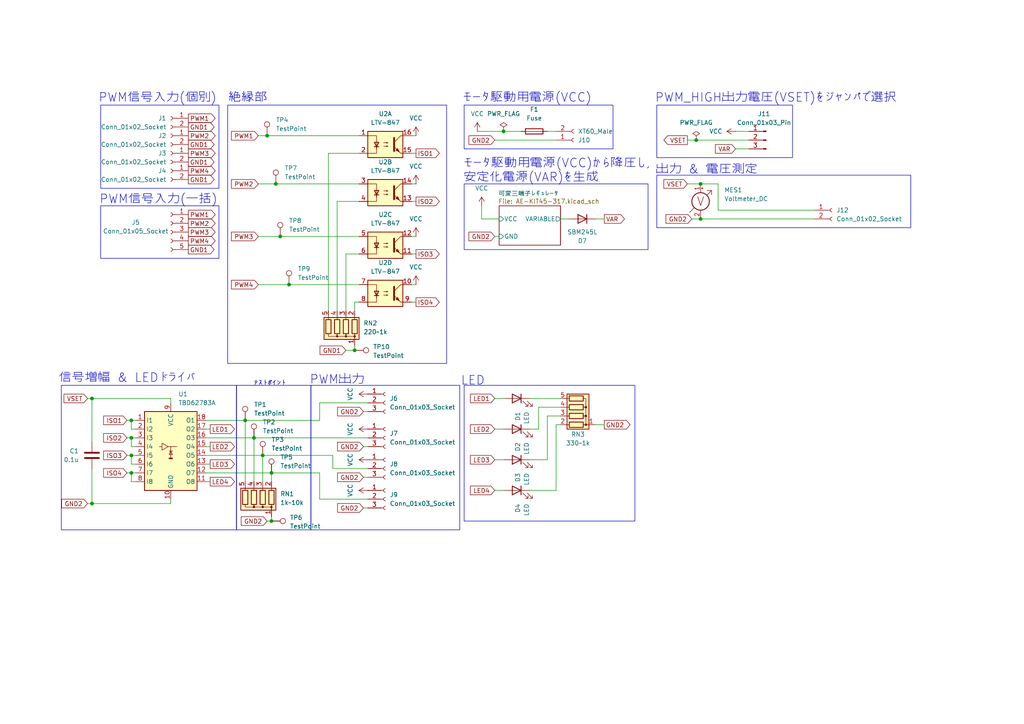
<source format=kicad_sch>
(kicad_sch
	(version 20231120)
	(generator "eeschema")
	(generator_version "8.0")
	(uuid "725c8c45-1602-4b6b-947b-2853cceaba04")
	(paper "A4")
	(title_block
		(title "PWM絶縁回路")
		(date "2024-11-09")
		(comment 1 "PWMなどの信号をフォトカプラで絶縁します。")
	)
	(lib_symbols
		(symbol "Connector:Conn_01x02_Socket"
			(pin_names
				(offset 1.016) hide)
			(exclude_from_sim no)
			(in_bom yes)
			(on_board yes)
			(property "Reference" "J"
				(at 0 2.54 0)
				(effects
					(font
						(size 1.27 1.27)
					)
				)
			)
			(property "Value" "Conn_01x02_Socket"
				(at 0 -5.08 0)
				(effects
					(font
						(size 1.27 1.27)
					)
				)
			)
			(property "Footprint" ""
				(at 0 0 0)
				(effects
					(font
						(size 1.27 1.27)
					)
					(hide yes)
				)
			)
			(property "Datasheet" "~"
				(at 0 0 0)
				(effects
					(font
						(size 1.27 1.27)
					)
					(hide yes)
				)
			)
			(property "Description" "Generic connector, single row, 01x02, script generated"
				(at 0 0 0)
				(effects
					(font
						(size 1.27 1.27)
					)
					(hide yes)
				)
			)
			(property "ki_locked" ""
				(at 0 0 0)
				(effects
					(font
						(size 1.27 1.27)
					)
				)
			)
			(property "ki_keywords" "connector"
				(at 0 0 0)
				(effects
					(font
						(size 1.27 1.27)
					)
					(hide yes)
				)
			)
			(property "ki_fp_filters" "Connector*:*_1x??_*"
				(at 0 0 0)
				(effects
					(font
						(size 1.27 1.27)
					)
					(hide yes)
				)
			)
			(symbol "Conn_01x02_Socket_1_1"
				(arc
					(start 0 -2.032)
					(mid -0.5058 -2.54)
					(end 0 -3.048)
					(stroke
						(width 0.1524)
						(type default)
					)
					(fill
						(type none)
					)
				)
				(polyline
					(pts
						(xy -1.27 -2.54) (xy -0.508 -2.54)
					)
					(stroke
						(width 0.1524)
						(type default)
					)
					(fill
						(type none)
					)
				)
				(polyline
					(pts
						(xy -1.27 0) (xy -0.508 0)
					)
					(stroke
						(width 0.1524)
						(type default)
					)
					(fill
						(type none)
					)
				)
				(arc
					(start 0 0.508)
					(mid -0.5058 0)
					(end 0 -0.508)
					(stroke
						(width 0.1524)
						(type default)
					)
					(fill
						(type none)
					)
				)
				(pin passive line
					(at -5.08 0 0)
					(length 3.81)
					(name "Pin_1"
						(effects
							(font
								(size 1.27 1.27)
							)
						)
					)
					(number "1"
						(effects
							(font
								(size 1.27 1.27)
							)
						)
					)
				)
				(pin passive line
					(at -5.08 -2.54 0)
					(length 3.81)
					(name "Pin_2"
						(effects
							(font
								(size 1.27 1.27)
							)
						)
					)
					(number "2"
						(effects
							(font
								(size 1.27 1.27)
							)
						)
					)
				)
			)
		)
		(symbol "Connector:Conn_01x03_Pin"
			(pin_names
				(offset 1.016) hide)
			(exclude_from_sim no)
			(in_bom yes)
			(on_board yes)
			(property "Reference" "J"
				(at 0 5.08 0)
				(effects
					(font
						(size 1.27 1.27)
					)
				)
			)
			(property "Value" "Conn_01x03_Pin"
				(at 0 -5.08 0)
				(effects
					(font
						(size 1.27 1.27)
					)
				)
			)
			(property "Footprint" ""
				(at 0 0 0)
				(effects
					(font
						(size 1.27 1.27)
					)
					(hide yes)
				)
			)
			(property "Datasheet" "~"
				(at 0 0 0)
				(effects
					(font
						(size 1.27 1.27)
					)
					(hide yes)
				)
			)
			(property "Description" "Generic connector, single row, 01x03, script generated"
				(at 0 0 0)
				(effects
					(font
						(size 1.27 1.27)
					)
					(hide yes)
				)
			)
			(property "ki_locked" ""
				(at 0 0 0)
				(effects
					(font
						(size 1.27 1.27)
					)
				)
			)
			(property "ki_keywords" "connector"
				(at 0 0 0)
				(effects
					(font
						(size 1.27 1.27)
					)
					(hide yes)
				)
			)
			(property "ki_fp_filters" "Connector*:*_1x??_*"
				(at 0 0 0)
				(effects
					(font
						(size 1.27 1.27)
					)
					(hide yes)
				)
			)
			(symbol "Conn_01x03_Pin_1_1"
				(polyline
					(pts
						(xy 1.27 -2.54) (xy 0.8636 -2.54)
					)
					(stroke
						(width 0.1524)
						(type default)
					)
					(fill
						(type none)
					)
				)
				(polyline
					(pts
						(xy 1.27 0) (xy 0.8636 0)
					)
					(stroke
						(width 0.1524)
						(type default)
					)
					(fill
						(type none)
					)
				)
				(polyline
					(pts
						(xy 1.27 2.54) (xy 0.8636 2.54)
					)
					(stroke
						(width 0.1524)
						(type default)
					)
					(fill
						(type none)
					)
				)
				(rectangle
					(start 0.8636 -2.413)
					(end 0 -2.667)
					(stroke
						(width 0.1524)
						(type default)
					)
					(fill
						(type outline)
					)
				)
				(rectangle
					(start 0.8636 0.127)
					(end 0 -0.127)
					(stroke
						(width 0.1524)
						(type default)
					)
					(fill
						(type outline)
					)
				)
				(rectangle
					(start 0.8636 2.667)
					(end 0 2.413)
					(stroke
						(width 0.1524)
						(type default)
					)
					(fill
						(type outline)
					)
				)
				(pin passive line
					(at 5.08 2.54 180)
					(length 3.81)
					(name "Pin_1"
						(effects
							(font
								(size 1.27 1.27)
							)
						)
					)
					(number "1"
						(effects
							(font
								(size 1.27 1.27)
							)
						)
					)
				)
				(pin passive line
					(at 5.08 0 180)
					(length 3.81)
					(name "Pin_2"
						(effects
							(font
								(size 1.27 1.27)
							)
						)
					)
					(number "2"
						(effects
							(font
								(size 1.27 1.27)
							)
						)
					)
				)
				(pin passive line
					(at 5.08 -2.54 180)
					(length 3.81)
					(name "Pin_3"
						(effects
							(font
								(size 1.27 1.27)
							)
						)
					)
					(number "3"
						(effects
							(font
								(size 1.27 1.27)
							)
						)
					)
				)
			)
		)
		(symbol "Connector:Conn_01x03_Socket"
			(pin_names
				(offset 1.016) hide)
			(exclude_from_sim no)
			(in_bom yes)
			(on_board yes)
			(property "Reference" "J"
				(at 0 5.08 0)
				(effects
					(font
						(size 1.27 1.27)
					)
				)
			)
			(property "Value" "Conn_01x03_Socket"
				(at 0 -5.08 0)
				(effects
					(font
						(size 1.27 1.27)
					)
				)
			)
			(property "Footprint" ""
				(at 0 0 0)
				(effects
					(font
						(size 1.27 1.27)
					)
					(hide yes)
				)
			)
			(property "Datasheet" "~"
				(at 0 0 0)
				(effects
					(font
						(size 1.27 1.27)
					)
					(hide yes)
				)
			)
			(property "Description" "Generic connector, single row, 01x03, script generated"
				(at 0 0 0)
				(effects
					(font
						(size 1.27 1.27)
					)
					(hide yes)
				)
			)
			(property "ki_locked" ""
				(at 0 0 0)
				(effects
					(font
						(size 1.27 1.27)
					)
				)
			)
			(property "ki_keywords" "connector"
				(at 0 0 0)
				(effects
					(font
						(size 1.27 1.27)
					)
					(hide yes)
				)
			)
			(property "ki_fp_filters" "Connector*:*_1x??_*"
				(at 0 0 0)
				(effects
					(font
						(size 1.27 1.27)
					)
					(hide yes)
				)
			)
			(symbol "Conn_01x03_Socket_1_1"
				(arc
					(start 0 -2.032)
					(mid -0.5058 -2.54)
					(end 0 -3.048)
					(stroke
						(width 0.1524)
						(type default)
					)
					(fill
						(type none)
					)
				)
				(polyline
					(pts
						(xy -1.27 -2.54) (xy -0.508 -2.54)
					)
					(stroke
						(width 0.1524)
						(type default)
					)
					(fill
						(type none)
					)
				)
				(polyline
					(pts
						(xy -1.27 0) (xy -0.508 0)
					)
					(stroke
						(width 0.1524)
						(type default)
					)
					(fill
						(type none)
					)
				)
				(polyline
					(pts
						(xy -1.27 2.54) (xy -0.508 2.54)
					)
					(stroke
						(width 0.1524)
						(type default)
					)
					(fill
						(type none)
					)
				)
				(arc
					(start 0 0.508)
					(mid -0.5058 0)
					(end 0 -0.508)
					(stroke
						(width 0.1524)
						(type default)
					)
					(fill
						(type none)
					)
				)
				(arc
					(start 0 3.048)
					(mid -0.5058 2.54)
					(end 0 2.032)
					(stroke
						(width 0.1524)
						(type default)
					)
					(fill
						(type none)
					)
				)
				(pin passive line
					(at -5.08 2.54 0)
					(length 3.81)
					(name "Pin_1"
						(effects
							(font
								(size 1.27 1.27)
							)
						)
					)
					(number "1"
						(effects
							(font
								(size 1.27 1.27)
							)
						)
					)
				)
				(pin passive line
					(at -5.08 0 0)
					(length 3.81)
					(name "Pin_2"
						(effects
							(font
								(size 1.27 1.27)
							)
						)
					)
					(number "2"
						(effects
							(font
								(size 1.27 1.27)
							)
						)
					)
				)
				(pin passive line
					(at -5.08 -2.54 0)
					(length 3.81)
					(name "Pin_3"
						(effects
							(font
								(size 1.27 1.27)
							)
						)
					)
					(number "3"
						(effects
							(font
								(size 1.27 1.27)
							)
						)
					)
				)
			)
		)
		(symbol "Connector:Conn_01x05_Socket"
			(pin_names
				(offset 1.016) hide)
			(exclude_from_sim no)
			(in_bom yes)
			(on_board yes)
			(property "Reference" "J"
				(at 0 7.62 0)
				(effects
					(font
						(size 1.27 1.27)
					)
				)
			)
			(property "Value" "Conn_01x05_Socket"
				(at 0 -7.62 0)
				(effects
					(font
						(size 1.27 1.27)
					)
				)
			)
			(property "Footprint" ""
				(at 0 0 0)
				(effects
					(font
						(size 1.27 1.27)
					)
					(hide yes)
				)
			)
			(property "Datasheet" "~"
				(at 0 0 0)
				(effects
					(font
						(size 1.27 1.27)
					)
					(hide yes)
				)
			)
			(property "Description" "Generic connector, single row, 01x05, script generated"
				(at 0 0 0)
				(effects
					(font
						(size 1.27 1.27)
					)
					(hide yes)
				)
			)
			(property "ki_locked" ""
				(at 0 0 0)
				(effects
					(font
						(size 1.27 1.27)
					)
				)
			)
			(property "ki_keywords" "connector"
				(at 0 0 0)
				(effects
					(font
						(size 1.27 1.27)
					)
					(hide yes)
				)
			)
			(property "ki_fp_filters" "Connector*:*_1x??_*"
				(at 0 0 0)
				(effects
					(font
						(size 1.27 1.27)
					)
					(hide yes)
				)
			)
			(symbol "Conn_01x05_Socket_1_1"
				(arc
					(start 0 -4.572)
					(mid -0.5058 -5.08)
					(end 0 -5.588)
					(stroke
						(width 0.1524)
						(type default)
					)
					(fill
						(type none)
					)
				)
				(arc
					(start 0 -2.032)
					(mid -0.5058 -2.54)
					(end 0 -3.048)
					(stroke
						(width 0.1524)
						(type default)
					)
					(fill
						(type none)
					)
				)
				(polyline
					(pts
						(xy -1.27 -5.08) (xy -0.508 -5.08)
					)
					(stroke
						(width 0.1524)
						(type default)
					)
					(fill
						(type none)
					)
				)
				(polyline
					(pts
						(xy -1.27 -2.54) (xy -0.508 -2.54)
					)
					(stroke
						(width 0.1524)
						(type default)
					)
					(fill
						(type none)
					)
				)
				(polyline
					(pts
						(xy -1.27 0) (xy -0.508 0)
					)
					(stroke
						(width 0.1524)
						(type default)
					)
					(fill
						(type none)
					)
				)
				(polyline
					(pts
						(xy -1.27 2.54) (xy -0.508 2.54)
					)
					(stroke
						(width 0.1524)
						(type default)
					)
					(fill
						(type none)
					)
				)
				(polyline
					(pts
						(xy -1.27 5.08) (xy -0.508 5.08)
					)
					(stroke
						(width 0.1524)
						(type default)
					)
					(fill
						(type none)
					)
				)
				(arc
					(start 0 0.508)
					(mid -0.5058 0)
					(end 0 -0.508)
					(stroke
						(width 0.1524)
						(type default)
					)
					(fill
						(type none)
					)
				)
				(arc
					(start 0 3.048)
					(mid -0.5058 2.54)
					(end 0 2.032)
					(stroke
						(width 0.1524)
						(type default)
					)
					(fill
						(type none)
					)
				)
				(arc
					(start 0 5.588)
					(mid -0.5058 5.08)
					(end 0 4.572)
					(stroke
						(width 0.1524)
						(type default)
					)
					(fill
						(type none)
					)
				)
				(pin passive line
					(at -5.08 5.08 0)
					(length 3.81)
					(name "Pin_1"
						(effects
							(font
								(size 1.27 1.27)
							)
						)
					)
					(number "1"
						(effects
							(font
								(size 1.27 1.27)
							)
						)
					)
				)
				(pin passive line
					(at -5.08 2.54 0)
					(length 3.81)
					(name "Pin_2"
						(effects
							(font
								(size 1.27 1.27)
							)
						)
					)
					(number "2"
						(effects
							(font
								(size 1.27 1.27)
							)
						)
					)
				)
				(pin passive line
					(at -5.08 0 0)
					(length 3.81)
					(name "Pin_3"
						(effects
							(font
								(size 1.27 1.27)
							)
						)
					)
					(number "3"
						(effects
							(font
								(size 1.27 1.27)
							)
						)
					)
				)
				(pin passive line
					(at -5.08 -2.54 0)
					(length 3.81)
					(name "Pin_4"
						(effects
							(font
								(size 1.27 1.27)
							)
						)
					)
					(number "4"
						(effects
							(font
								(size 1.27 1.27)
							)
						)
					)
				)
				(pin passive line
					(at -5.08 -5.08 0)
					(length 3.81)
					(name "Pin_5"
						(effects
							(font
								(size 1.27 1.27)
							)
						)
					)
					(number "5"
						(effects
							(font
								(size 1.27 1.27)
							)
						)
					)
				)
			)
		)
		(symbol "Connector:TestPoint"
			(pin_numbers hide)
			(pin_names
				(offset 0.762) hide)
			(exclude_from_sim no)
			(in_bom yes)
			(on_board yes)
			(property "Reference" "TP"
				(at 0 6.858 0)
				(effects
					(font
						(size 1.27 1.27)
					)
				)
			)
			(property "Value" "TestPoint"
				(at 0 5.08 0)
				(effects
					(font
						(size 1.27 1.27)
					)
				)
			)
			(property "Footprint" ""
				(at 5.08 0 0)
				(effects
					(font
						(size 1.27 1.27)
					)
					(hide yes)
				)
			)
			(property "Datasheet" "~"
				(at 5.08 0 0)
				(effects
					(font
						(size 1.27 1.27)
					)
					(hide yes)
				)
			)
			(property "Description" "test point"
				(at 0 0 0)
				(effects
					(font
						(size 1.27 1.27)
					)
					(hide yes)
				)
			)
			(property "ki_keywords" "test point tp"
				(at 0 0 0)
				(effects
					(font
						(size 1.27 1.27)
					)
					(hide yes)
				)
			)
			(property "ki_fp_filters" "Pin* Test*"
				(at 0 0 0)
				(effects
					(font
						(size 1.27 1.27)
					)
					(hide yes)
				)
			)
			(symbol "TestPoint_0_1"
				(circle
					(center 0 3.302)
					(radius 0.762)
					(stroke
						(width 0)
						(type default)
					)
					(fill
						(type none)
					)
				)
			)
			(symbol "TestPoint_1_1"
				(pin passive line
					(at 0 0 90)
					(length 2.54)
					(name "1"
						(effects
							(font
								(size 1.27 1.27)
							)
						)
					)
					(number "1"
						(effects
							(font
								(size 1.27 1.27)
							)
						)
					)
				)
			)
		)
		(symbol "Device:C"
			(pin_numbers hide)
			(pin_names
				(offset 0.254)
			)
			(exclude_from_sim no)
			(in_bom yes)
			(on_board yes)
			(property "Reference" "C"
				(at 0.635 2.54 0)
				(effects
					(font
						(size 1.27 1.27)
					)
					(justify left)
				)
			)
			(property "Value" "C"
				(at 0.635 -2.54 0)
				(effects
					(font
						(size 1.27 1.27)
					)
					(justify left)
				)
			)
			(property "Footprint" ""
				(at 0.9652 -3.81 0)
				(effects
					(font
						(size 1.27 1.27)
					)
					(hide yes)
				)
			)
			(property "Datasheet" "~"
				(at 0 0 0)
				(effects
					(font
						(size 1.27 1.27)
					)
					(hide yes)
				)
			)
			(property "Description" "Unpolarized capacitor"
				(at 0 0 0)
				(effects
					(font
						(size 1.27 1.27)
					)
					(hide yes)
				)
			)
			(property "ki_keywords" "cap capacitor"
				(at 0 0 0)
				(effects
					(font
						(size 1.27 1.27)
					)
					(hide yes)
				)
			)
			(property "ki_fp_filters" "C_*"
				(at 0 0 0)
				(effects
					(font
						(size 1.27 1.27)
					)
					(hide yes)
				)
			)
			(symbol "C_0_1"
				(polyline
					(pts
						(xy -2.032 -0.762) (xy 2.032 -0.762)
					)
					(stroke
						(width 0.508)
						(type default)
					)
					(fill
						(type none)
					)
				)
				(polyline
					(pts
						(xy -2.032 0.762) (xy 2.032 0.762)
					)
					(stroke
						(width 0.508)
						(type default)
					)
					(fill
						(type none)
					)
				)
			)
			(symbol "C_1_1"
				(pin passive line
					(at 0 3.81 270)
					(length 2.794)
					(name "~"
						(effects
							(font
								(size 1.27 1.27)
							)
						)
					)
					(number "1"
						(effects
							(font
								(size 1.27 1.27)
							)
						)
					)
				)
				(pin passive line
					(at 0 -3.81 90)
					(length 2.794)
					(name "~"
						(effects
							(font
								(size 1.27 1.27)
							)
						)
					)
					(number "2"
						(effects
							(font
								(size 1.27 1.27)
							)
						)
					)
				)
			)
		)
		(symbol "Device:D"
			(pin_numbers hide)
			(pin_names
				(offset 1.016) hide)
			(exclude_from_sim no)
			(in_bom yes)
			(on_board yes)
			(property "Reference" "D"
				(at 0 2.54 0)
				(effects
					(font
						(size 1.27 1.27)
					)
				)
			)
			(property "Value" "D"
				(at 0 -2.54 0)
				(effects
					(font
						(size 1.27 1.27)
					)
				)
			)
			(property "Footprint" ""
				(at 0 0 0)
				(effects
					(font
						(size 1.27 1.27)
					)
					(hide yes)
				)
			)
			(property "Datasheet" "~"
				(at 0 0 0)
				(effects
					(font
						(size 1.27 1.27)
					)
					(hide yes)
				)
			)
			(property "Description" "Diode"
				(at 0 0 0)
				(effects
					(font
						(size 1.27 1.27)
					)
					(hide yes)
				)
			)
			(property "Sim.Device" "D"
				(at 0 0 0)
				(effects
					(font
						(size 1.27 1.27)
					)
					(hide yes)
				)
			)
			(property "Sim.Pins" "1=K 2=A"
				(at 0 0 0)
				(effects
					(font
						(size 1.27 1.27)
					)
					(hide yes)
				)
			)
			(property "ki_keywords" "diode"
				(at 0 0 0)
				(effects
					(font
						(size 1.27 1.27)
					)
					(hide yes)
				)
			)
			(property "ki_fp_filters" "TO-???* *_Diode_* *SingleDiode* D_*"
				(at 0 0 0)
				(effects
					(font
						(size 1.27 1.27)
					)
					(hide yes)
				)
			)
			(symbol "D_0_1"
				(polyline
					(pts
						(xy -1.27 1.27) (xy -1.27 -1.27)
					)
					(stroke
						(width 0.254)
						(type default)
					)
					(fill
						(type none)
					)
				)
				(polyline
					(pts
						(xy 1.27 0) (xy -1.27 0)
					)
					(stroke
						(width 0)
						(type default)
					)
					(fill
						(type none)
					)
				)
				(polyline
					(pts
						(xy 1.27 1.27) (xy 1.27 -1.27) (xy -1.27 0) (xy 1.27 1.27)
					)
					(stroke
						(width 0.254)
						(type default)
					)
					(fill
						(type none)
					)
				)
			)
			(symbol "D_1_1"
				(pin passive line
					(at -3.81 0 0)
					(length 2.54)
					(name "K"
						(effects
							(font
								(size 1.27 1.27)
							)
						)
					)
					(number "1"
						(effects
							(font
								(size 1.27 1.27)
							)
						)
					)
				)
				(pin passive line
					(at 3.81 0 180)
					(length 2.54)
					(name "A"
						(effects
							(font
								(size 1.27 1.27)
							)
						)
					)
					(number "2"
						(effects
							(font
								(size 1.27 1.27)
							)
						)
					)
				)
			)
		)
		(symbol "Device:Fuse"
			(pin_numbers hide)
			(pin_names
				(offset 0)
			)
			(exclude_from_sim no)
			(in_bom yes)
			(on_board yes)
			(property "Reference" "F"
				(at 2.032 0 90)
				(effects
					(font
						(size 1.27 1.27)
					)
				)
			)
			(property "Value" "Fuse"
				(at -1.905 0 90)
				(effects
					(font
						(size 1.27 1.27)
					)
				)
			)
			(property "Footprint" ""
				(at -1.778 0 90)
				(effects
					(font
						(size 1.27 1.27)
					)
					(hide yes)
				)
			)
			(property "Datasheet" "~"
				(at 0 0 0)
				(effects
					(font
						(size 1.27 1.27)
					)
					(hide yes)
				)
			)
			(property "Description" "Fuse"
				(at 0 0 0)
				(effects
					(font
						(size 1.27 1.27)
					)
					(hide yes)
				)
			)
			(property "ki_keywords" "fuse"
				(at 0 0 0)
				(effects
					(font
						(size 1.27 1.27)
					)
					(hide yes)
				)
			)
			(property "ki_fp_filters" "*Fuse*"
				(at 0 0 0)
				(effects
					(font
						(size 1.27 1.27)
					)
					(hide yes)
				)
			)
			(symbol "Fuse_0_1"
				(rectangle
					(start -0.762 -2.54)
					(end 0.762 2.54)
					(stroke
						(width 0.254)
						(type default)
					)
					(fill
						(type none)
					)
				)
				(polyline
					(pts
						(xy 0 2.54) (xy 0 -2.54)
					)
					(stroke
						(width 0)
						(type default)
					)
					(fill
						(type none)
					)
				)
			)
			(symbol "Fuse_1_1"
				(pin passive line
					(at 0 3.81 270)
					(length 1.27)
					(name "~"
						(effects
							(font
								(size 1.27 1.27)
							)
						)
					)
					(number "1"
						(effects
							(font
								(size 1.27 1.27)
							)
						)
					)
				)
				(pin passive line
					(at 0 -3.81 90)
					(length 1.27)
					(name "~"
						(effects
							(font
								(size 1.27 1.27)
							)
						)
					)
					(number "2"
						(effects
							(font
								(size 1.27 1.27)
							)
						)
					)
				)
			)
		)
		(symbol "Device:LED"
			(pin_numbers hide)
			(pin_names
				(offset 1.016) hide)
			(exclude_from_sim no)
			(in_bom yes)
			(on_board yes)
			(property "Reference" "D"
				(at 0 2.54 0)
				(effects
					(font
						(size 1.27 1.27)
					)
				)
			)
			(property "Value" "LED"
				(at 0 -2.54 0)
				(effects
					(font
						(size 1.27 1.27)
					)
				)
			)
			(property "Footprint" ""
				(at 0 0 0)
				(effects
					(font
						(size 1.27 1.27)
					)
					(hide yes)
				)
			)
			(property "Datasheet" "~"
				(at 0 0 0)
				(effects
					(font
						(size 1.27 1.27)
					)
					(hide yes)
				)
			)
			(property "Description" "Light emitting diode"
				(at 0 0 0)
				(effects
					(font
						(size 1.27 1.27)
					)
					(hide yes)
				)
			)
			(property "ki_keywords" "LED diode"
				(at 0 0 0)
				(effects
					(font
						(size 1.27 1.27)
					)
					(hide yes)
				)
			)
			(property "ki_fp_filters" "LED* LED_SMD:* LED_THT:*"
				(at 0 0 0)
				(effects
					(font
						(size 1.27 1.27)
					)
					(hide yes)
				)
			)
			(symbol "LED_0_1"
				(polyline
					(pts
						(xy -1.27 -1.27) (xy -1.27 1.27)
					)
					(stroke
						(width 0.254)
						(type default)
					)
					(fill
						(type none)
					)
				)
				(polyline
					(pts
						(xy -1.27 0) (xy 1.27 0)
					)
					(stroke
						(width 0)
						(type default)
					)
					(fill
						(type none)
					)
				)
				(polyline
					(pts
						(xy 1.27 -1.27) (xy 1.27 1.27) (xy -1.27 0) (xy 1.27 -1.27)
					)
					(stroke
						(width 0.254)
						(type default)
					)
					(fill
						(type none)
					)
				)
				(polyline
					(pts
						(xy -3.048 -0.762) (xy -4.572 -2.286) (xy -3.81 -2.286) (xy -4.572 -2.286) (xy -4.572 -1.524)
					)
					(stroke
						(width 0)
						(type default)
					)
					(fill
						(type none)
					)
				)
				(polyline
					(pts
						(xy -1.778 -0.762) (xy -3.302 -2.286) (xy -2.54 -2.286) (xy -3.302 -2.286) (xy -3.302 -1.524)
					)
					(stroke
						(width 0)
						(type default)
					)
					(fill
						(type none)
					)
				)
			)
			(symbol "LED_1_1"
				(pin passive line
					(at -3.81 0 0)
					(length 2.54)
					(name "K"
						(effects
							(font
								(size 1.27 1.27)
							)
						)
					)
					(number "1"
						(effects
							(font
								(size 1.27 1.27)
							)
						)
					)
				)
				(pin passive line
					(at 3.81 0 180)
					(length 2.54)
					(name "A"
						(effects
							(font
								(size 1.27 1.27)
							)
						)
					)
					(number "2"
						(effects
							(font
								(size 1.27 1.27)
							)
						)
					)
				)
			)
		)
		(symbol "Device:R_Network04"
			(pin_names
				(offset 0) hide)
			(exclude_from_sim no)
			(in_bom yes)
			(on_board yes)
			(property "Reference" "RN"
				(at -7.62 0 90)
				(effects
					(font
						(size 1.27 1.27)
					)
				)
			)
			(property "Value" "R_Network04"
				(at 5.08 0 90)
				(effects
					(font
						(size 1.27 1.27)
					)
				)
			)
			(property "Footprint" "Resistor_THT:R_Array_SIP5"
				(at 6.985 0 90)
				(effects
					(font
						(size 1.27 1.27)
					)
					(hide yes)
				)
			)
			(property "Datasheet" "http://www.vishay.com/docs/31509/csc.pdf"
				(at 0 0 0)
				(effects
					(font
						(size 1.27 1.27)
					)
					(hide yes)
				)
			)
			(property "Description" "4 resistor network, star topology, bussed resistors, small symbol"
				(at 0 0 0)
				(effects
					(font
						(size 1.27 1.27)
					)
					(hide yes)
				)
			)
			(property "ki_keywords" "R network star-topology"
				(at 0 0 0)
				(effects
					(font
						(size 1.27 1.27)
					)
					(hide yes)
				)
			)
			(property "ki_fp_filters" "R?Array?SIP*"
				(at 0 0 0)
				(effects
					(font
						(size 1.27 1.27)
					)
					(hide yes)
				)
			)
			(symbol "R_Network04_0_1"
				(rectangle
					(start -6.35 -3.175)
					(end 3.81 3.175)
					(stroke
						(width 0.254)
						(type default)
					)
					(fill
						(type background)
					)
				)
				(rectangle
					(start -5.842 1.524)
					(end -4.318 -2.54)
					(stroke
						(width 0.254)
						(type default)
					)
					(fill
						(type none)
					)
				)
				(circle
					(center -5.08 2.286)
					(radius 0.254)
					(stroke
						(width 0)
						(type default)
					)
					(fill
						(type outline)
					)
				)
				(rectangle
					(start -3.302 1.524)
					(end -1.778 -2.54)
					(stroke
						(width 0.254)
						(type default)
					)
					(fill
						(type none)
					)
				)
				(circle
					(center -2.54 2.286)
					(radius 0.254)
					(stroke
						(width 0)
						(type default)
					)
					(fill
						(type outline)
					)
				)
				(rectangle
					(start -0.762 1.524)
					(end 0.762 -2.54)
					(stroke
						(width 0.254)
						(type default)
					)
					(fill
						(type none)
					)
				)
				(polyline
					(pts
						(xy -5.08 -2.54) (xy -5.08 -3.81)
					)
					(stroke
						(width 0)
						(type default)
					)
					(fill
						(type none)
					)
				)
				(polyline
					(pts
						(xy -2.54 -2.54) (xy -2.54 -3.81)
					)
					(stroke
						(width 0)
						(type default)
					)
					(fill
						(type none)
					)
				)
				(polyline
					(pts
						(xy 0 -2.54) (xy 0 -3.81)
					)
					(stroke
						(width 0)
						(type default)
					)
					(fill
						(type none)
					)
				)
				(polyline
					(pts
						(xy 2.54 -2.54) (xy 2.54 -3.81)
					)
					(stroke
						(width 0)
						(type default)
					)
					(fill
						(type none)
					)
				)
				(polyline
					(pts
						(xy -5.08 1.524) (xy -5.08 2.286) (xy -2.54 2.286) (xy -2.54 1.524)
					)
					(stroke
						(width 0)
						(type default)
					)
					(fill
						(type none)
					)
				)
				(polyline
					(pts
						(xy -2.54 1.524) (xy -2.54 2.286) (xy 0 2.286) (xy 0 1.524)
					)
					(stroke
						(width 0)
						(type default)
					)
					(fill
						(type none)
					)
				)
				(polyline
					(pts
						(xy 0 1.524) (xy 0 2.286) (xy 2.54 2.286) (xy 2.54 1.524)
					)
					(stroke
						(width 0)
						(type default)
					)
					(fill
						(type none)
					)
				)
				(circle
					(center 0 2.286)
					(radius 0.254)
					(stroke
						(width 0)
						(type default)
					)
					(fill
						(type outline)
					)
				)
				(rectangle
					(start 1.778 1.524)
					(end 3.302 -2.54)
					(stroke
						(width 0.254)
						(type default)
					)
					(fill
						(type none)
					)
				)
			)
			(symbol "R_Network04_1_1"
				(pin passive line
					(at -5.08 5.08 270)
					(length 2.54)
					(name "common"
						(effects
							(font
								(size 1.27 1.27)
							)
						)
					)
					(number "1"
						(effects
							(font
								(size 1.27 1.27)
							)
						)
					)
				)
				(pin passive line
					(at -5.08 -5.08 90)
					(length 1.27)
					(name "R1"
						(effects
							(font
								(size 1.27 1.27)
							)
						)
					)
					(number "2"
						(effects
							(font
								(size 1.27 1.27)
							)
						)
					)
				)
				(pin passive line
					(at -2.54 -5.08 90)
					(length 1.27)
					(name "R2"
						(effects
							(font
								(size 1.27 1.27)
							)
						)
					)
					(number "3"
						(effects
							(font
								(size 1.27 1.27)
							)
						)
					)
				)
				(pin passive line
					(at 0 -5.08 90)
					(length 1.27)
					(name "R3"
						(effects
							(font
								(size 1.27 1.27)
							)
						)
					)
					(number "4"
						(effects
							(font
								(size 1.27 1.27)
							)
						)
					)
				)
				(pin passive line
					(at 2.54 -5.08 90)
					(length 1.27)
					(name "R4"
						(effects
							(font
								(size 1.27 1.27)
							)
						)
					)
					(number "5"
						(effects
							(font
								(size 1.27 1.27)
							)
						)
					)
				)
			)
		)
		(symbol "Device:Voltmeter_DC"
			(pin_names
				(offset 0.0254) hide)
			(exclude_from_sim no)
			(in_bom yes)
			(on_board yes)
			(property "Reference" "MES1"
				(at 6.858 3.302 0)
				(effects
					(font
						(size 1.27 1.27)
					)
					(justify left)
				)
			)
			(property "Value" "Voltmeter_DC"
				(at 6.858 0.762 0)
				(effects
					(font
						(size 1.27 1.27)
					)
					(justify left)
				)
			)
			(property "Footprint" "MyFoot:DF1EC-2P-2.5DSA"
				(at 0 2.54 90)
				(effects
					(font
						(size 1.27 1.27)
					)
					(hide yes)
				)
			)
			(property "Datasheet" "~"
				(at 0 2.54 90)
				(effects
					(font
						(size 1.27 1.27)
					)
					(hide yes)
				)
			)
			(property "Description" "DC voltmeter"
				(at 0 0 0)
				(effects
					(font
						(size 1.27 1.27)
					)
					(hide yes)
				)
			)
			(property "ki_keywords" "voltmeter DC"
				(at 0 0 0)
				(effects
					(font
						(size 1.27 1.27)
					)
					(hide yes)
				)
			)
			(symbol "Voltmeter_DC_0_0"
				(polyline
					(pts
						(xy -3.175 -3.175) (xy -1.905 -1.905)
					)
					(stroke
						(width 0)
						(type default)
					)
					(fill
						(type none)
					)
				)
				(polyline
					(pts
						(xy 1.905 1.905) (xy 3.175 3.175)
					)
					(stroke
						(width 0)
						(type default)
					)
					(fill
						(type none)
					)
				)
				(polyline
					(pts
						(xy 1.905 3.175) (xy 3.175 3.175) (xy 3.175 1.905)
					)
					(stroke
						(width 0)
						(type default)
					)
					(fill
						(type none)
					)
				)
				(text "V"
					(at 0 0 0)
					(effects
						(font
							(size 2.54 2.54)
						)
					)
				)
			)
			(symbol "Voltmeter_DC_0_1"
				(polyline
					(pts
						(xy 0.254 3.81) (xy 0.762 3.81)
					)
					(stroke
						(width 0)
						(type default)
					)
					(fill
						(type none)
					)
				)
				(polyline
					(pts
						(xy 0.508 4.064) (xy 0.508 3.556)
					)
					(stroke
						(width 0)
						(type default)
					)
					(fill
						(type none)
					)
				)
				(circle
					(center 0 0)
					(radius 2.54)
					(stroke
						(width 0.254)
						(type default)
					)
					(fill
						(type none)
					)
				)
			)
			(symbol "Voltmeter_DC_1_1"
				(pin passive line
					(at 0 5.08 270)
					(length 2.54)
					(name "+"
						(effects
							(font
								(size 1.27 1.27)
							)
						)
					)
					(number "1"
						(effects
							(font
								(size 1.27 1.27)
							)
						)
					)
				)
				(pin passive line
					(at 0 -5.08 90)
					(length 2.54)
					(name "-"
						(effects
							(font
								(size 1.27 1.27)
							)
						)
					)
					(number "2"
						(effects
							(font
								(size 1.27 1.27)
							)
						)
					)
				)
			)
		)
		(symbol "Isolator:LTV-847"
			(pin_names
				(offset 1.016)
			)
			(exclude_from_sim no)
			(in_bom yes)
			(on_board yes)
			(property "Reference" "U"
				(at -5.08 5.08 0)
				(effects
					(font
						(size 1.27 1.27)
					)
					(justify left)
				)
			)
			(property "Value" "LTV-847"
				(at 0 5.08 0)
				(effects
					(font
						(size 1.27 1.27)
					)
					(justify left)
				)
			)
			(property "Footprint" "Package_DIP:DIP-16_W7.62mm"
				(at -5.08 -5.08 0)
				(effects
					(font
						(size 1.27 1.27)
						(italic yes)
					)
					(justify left)
					(hide yes)
				)
			)
			(property "Datasheet" "http://optoelectronics.liteon.com/upload/download/DS-70-96-0016/LTV-8X7%20series.PDF"
				(at 0 0 0)
				(effects
					(font
						(size 1.27 1.27)
					)
					(justify left)
					(hide yes)
				)
			)
			(property "Description" "Quad DC Optocoupler, Vce 35V, CTR 50%, DIP-16"
				(at 0 0 0)
				(effects
					(font
						(size 1.27 1.27)
					)
					(hide yes)
				)
			)
			(property "ki_keywords" "NPN DC Quad Optocoupler"
				(at 0 0 0)
				(effects
					(font
						(size 1.27 1.27)
					)
					(hide yes)
				)
			)
			(property "ki_fp_filters" "DIP*W7.62mm*"
				(at 0 0 0)
				(effects
					(font
						(size 1.27 1.27)
					)
					(hide yes)
				)
			)
			(symbol "LTV-847_0_1"
				(rectangle
					(start -5.08 3.81)
					(end 5.08 -3.81)
					(stroke
						(width 0.254)
						(type default)
					)
					(fill
						(type background)
					)
				)
				(polyline
					(pts
						(xy -3.175 -0.635) (xy -1.905 -0.635)
					)
					(stroke
						(width 0.254)
						(type default)
					)
					(fill
						(type none)
					)
				)
				(polyline
					(pts
						(xy 2.54 0.635) (xy 4.445 2.54)
					)
					(stroke
						(width 0)
						(type default)
					)
					(fill
						(type none)
					)
				)
				(polyline
					(pts
						(xy 4.445 -2.54) (xy 2.54 -0.635)
					)
					(stroke
						(width 0)
						(type default)
					)
					(fill
						(type outline)
					)
				)
				(polyline
					(pts
						(xy 4.445 -2.54) (xy 5.08 -2.54)
					)
					(stroke
						(width 0)
						(type default)
					)
					(fill
						(type none)
					)
				)
				(polyline
					(pts
						(xy 4.445 2.54) (xy 5.08 2.54)
					)
					(stroke
						(width 0)
						(type default)
					)
					(fill
						(type none)
					)
				)
				(polyline
					(pts
						(xy -2.54 -0.635) (xy -2.54 -2.54) (xy -5.08 -2.54)
					)
					(stroke
						(width 0)
						(type default)
					)
					(fill
						(type none)
					)
				)
				(polyline
					(pts
						(xy 2.54 1.905) (xy 2.54 -1.905) (xy 2.54 -1.905)
					)
					(stroke
						(width 0.508)
						(type default)
					)
					(fill
						(type none)
					)
				)
				(polyline
					(pts
						(xy -5.08 2.54) (xy -2.54 2.54) (xy -2.54 -1.27) (xy -2.54 0.635)
					)
					(stroke
						(width 0)
						(type default)
					)
					(fill
						(type none)
					)
				)
				(polyline
					(pts
						(xy -2.54 -0.635) (xy -3.175 0.635) (xy -1.905 0.635) (xy -2.54 -0.635)
					)
					(stroke
						(width 0.254)
						(type default)
					)
					(fill
						(type none)
					)
				)
				(polyline
					(pts
						(xy -0.508 -0.508) (xy 0.762 -0.508) (xy 0.381 -0.635) (xy 0.381 -0.381) (xy 0.762 -0.508)
					)
					(stroke
						(width 0)
						(type default)
					)
					(fill
						(type none)
					)
				)
				(polyline
					(pts
						(xy -0.508 0.508) (xy 0.762 0.508) (xy 0.381 0.381) (xy 0.381 0.635) (xy 0.762 0.508)
					)
					(stroke
						(width 0)
						(type default)
					)
					(fill
						(type none)
					)
				)
				(polyline
					(pts
						(xy 3.048 -1.651) (xy 3.556 -1.143) (xy 4.064 -2.159) (xy 3.048 -1.651) (xy 3.048 -1.651)
					)
					(stroke
						(width 0)
						(type default)
					)
					(fill
						(type outline)
					)
				)
			)
			(symbol "LTV-847_1_1"
				(pin passive line
					(at -7.62 2.54 0)
					(length 2.54)
					(name "~"
						(effects
							(font
								(size 1.27 1.27)
							)
						)
					)
					(number "1"
						(effects
							(font
								(size 1.27 1.27)
							)
						)
					)
				)
				(pin passive line
					(at 7.62 -2.54 180)
					(length 2.54)
					(name "~"
						(effects
							(font
								(size 1.27 1.27)
							)
						)
					)
					(number "15"
						(effects
							(font
								(size 1.27 1.27)
							)
						)
					)
				)
				(pin passive line
					(at 7.62 2.54 180)
					(length 2.54)
					(name "~"
						(effects
							(font
								(size 1.27 1.27)
							)
						)
					)
					(number "16"
						(effects
							(font
								(size 1.27 1.27)
							)
						)
					)
				)
				(pin passive line
					(at -7.62 -2.54 0)
					(length 2.54)
					(name "~"
						(effects
							(font
								(size 1.27 1.27)
							)
						)
					)
					(number "2"
						(effects
							(font
								(size 1.27 1.27)
							)
						)
					)
				)
			)
			(symbol "LTV-847_2_1"
				(pin passive line
					(at 7.62 -2.54 180)
					(length 2.54)
					(name "~"
						(effects
							(font
								(size 1.27 1.27)
							)
						)
					)
					(number "13"
						(effects
							(font
								(size 1.27 1.27)
							)
						)
					)
				)
				(pin passive line
					(at 7.62 2.54 180)
					(length 2.54)
					(name "~"
						(effects
							(font
								(size 1.27 1.27)
							)
						)
					)
					(number "14"
						(effects
							(font
								(size 1.27 1.27)
							)
						)
					)
				)
				(pin passive line
					(at -7.62 2.54 0)
					(length 2.54)
					(name "~"
						(effects
							(font
								(size 1.27 1.27)
							)
						)
					)
					(number "3"
						(effects
							(font
								(size 1.27 1.27)
							)
						)
					)
				)
				(pin passive line
					(at -7.62 -2.54 0)
					(length 2.54)
					(name "~"
						(effects
							(font
								(size 1.27 1.27)
							)
						)
					)
					(number "4"
						(effects
							(font
								(size 1.27 1.27)
							)
						)
					)
				)
			)
			(symbol "LTV-847_3_1"
				(pin passive line
					(at 7.62 -2.54 180)
					(length 2.54)
					(name "~"
						(effects
							(font
								(size 1.27 1.27)
							)
						)
					)
					(number "11"
						(effects
							(font
								(size 1.27 1.27)
							)
						)
					)
				)
				(pin passive line
					(at 7.62 2.54 180)
					(length 2.54)
					(name "~"
						(effects
							(font
								(size 1.27 1.27)
							)
						)
					)
					(number "12"
						(effects
							(font
								(size 1.27 1.27)
							)
						)
					)
				)
				(pin passive line
					(at -7.62 2.54 0)
					(length 2.54)
					(name "~"
						(effects
							(font
								(size 1.27 1.27)
							)
						)
					)
					(number "5"
						(effects
							(font
								(size 1.27 1.27)
							)
						)
					)
				)
				(pin passive line
					(at -7.62 -2.54 0)
					(length 2.54)
					(name "~"
						(effects
							(font
								(size 1.27 1.27)
							)
						)
					)
					(number "6"
						(effects
							(font
								(size 1.27 1.27)
							)
						)
					)
				)
			)
			(symbol "LTV-847_4_1"
				(pin passive line
					(at 7.62 2.54 180)
					(length 2.54)
					(name "~"
						(effects
							(font
								(size 1.27 1.27)
							)
						)
					)
					(number "10"
						(effects
							(font
								(size 1.27 1.27)
							)
						)
					)
				)
				(pin passive line
					(at -7.62 2.54 0)
					(length 2.54)
					(name "~"
						(effects
							(font
								(size 1.27 1.27)
							)
						)
					)
					(number "7"
						(effects
							(font
								(size 1.27 1.27)
							)
						)
					)
				)
				(pin passive line
					(at -7.62 -2.54 0)
					(length 2.54)
					(name "~"
						(effects
							(font
								(size 1.27 1.27)
							)
						)
					)
					(number "8"
						(effects
							(font
								(size 1.27 1.27)
							)
						)
					)
				)
				(pin passive line
					(at 7.62 -2.54 180)
					(length 2.54)
					(name "~"
						(effects
							(font
								(size 1.27 1.27)
							)
						)
					)
					(number "9"
						(effects
							(font
								(size 1.27 1.27)
							)
						)
					)
				)
			)
		)
		(symbol "Transistor_Array:TBD62783A"
			(exclude_from_sim no)
			(in_bom yes)
			(on_board yes)
			(property "Reference" "U"
				(at -7.62 11.43 0)
				(effects
					(font
						(size 1.27 1.27)
					)
					(justify left)
				)
			)
			(property "Value" "TBD62783A"
				(at 1.27 11.43 0)
				(effects
					(font
						(size 1.27 1.27)
					)
					(justify left)
				)
			)
			(property "Footprint" ""
				(at 0 -13.97 0)
				(effects
					(font
						(size 1.27 1.27)
					)
					(hide yes)
				)
			)
			(property "Datasheet" "http://toshiba.semicon-storage.com/info/docget.jsp?did=30523&prodName=TBD62783APG"
				(at -7.62 10.16 0)
				(effects
					(font
						(size 1.27 1.27)
					)
					(hide yes)
				)
			)
			(property "Description" "8-Channel Source Type Transistor Array, TTL and CMOS compatible, 500mA, 50V, DIP-18/SOP-18/SSOP-18/SOIC-18W"
				(at 0 0 0)
				(effects
					(font
						(size 1.27 1.27)
					)
					(hide yes)
				)
			)
			(property "ki_keywords" "relays solenoids lamps steppers servos LEDs"
				(at 0 0 0)
				(effects
					(font
						(size 1.27 1.27)
					)
					(hide yes)
				)
			)
			(property "ki_fp_filters" "DIP*W7.62mm* SOP*7.0x12.5mm*P1.27mm* SSOP*4.4x6.5mm*P0.65mm* SOIC*7.5x11.6mm*P1.27mm*"
				(at 0 0 0)
				(effects
					(font
						(size 1.27 1.27)
					)
					(hide yes)
				)
			)
			(symbol "TBD62783A_0_1"
				(rectangle
					(start -7.62 10.16)
					(end 7.62 -12.7)
					(stroke
						(width 0.254)
						(type default)
					)
					(fill
						(type background)
					)
				)
				(rectangle
					(start -0.508 -3.302)
					(end 0.508 -3.556)
					(stroke
						(width 0)
						(type default)
					)
					(fill
						(type outline)
					)
				)
				(polyline
					(pts
						(xy -1.778 -2.794) (xy -1.778 -2.794)
					)
					(stroke
						(width 0.254)
						(type default)
					)
					(fill
						(type none)
					)
				)
				(polyline
					(pts
						(xy -1.778 -2.032) (xy -1.778 -2.032)
					)
					(stroke
						(width 0.254)
						(type default)
					)
					(fill
						(type none)
					)
				)
				(polyline
					(pts
						(xy -1.778 -1.27) (xy -1.778 -1.27)
					)
					(stroke
						(width 0.254)
						(type default)
					)
					(fill
						(type none)
					)
				)
				(polyline
					(pts
						(xy -1.778 1.27) (xy -1.778 1.27)
					)
					(stroke
						(width 0.254)
						(type default)
					)
					(fill
						(type none)
					)
				)
				(polyline
					(pts
						(xy -1.778 2.032) (xy -1.778 2.032)
					)
					(stroke
						(width 0.254)
						(type default)
					)
					(fill
						(type none)
					)
				)
				(polyline
					(pts
						(xy -1.778 2.794) (xy -1.778 2.794)
					)
					(stroke
						(width 0.254)
						(type default)
					)
					(fill
						(type none)
					)
				)
				(polyline
					(pts
						(xy -0.762 0) (xy 1.778 0)
					)
					(stroke
						(width 0)
						(type default)
					)
					(fill
						(type none)
					)
				)
				(polyline
					(pts
						(xy -0.508 -1.27) (xy 0.508 -1.27)
					)
					(stroke
						(width 0)
						(type default)
					)
					(fill
						(type none)
					)
				)
				(polyline
					(pts
						(xy 0 0) (xy 0 -3.302)
					)
					(stroke
						(width 0)
						(type default)
					)
					(fill
						(type none)
					)
				)
				(polyline
					(pts
						(xy 0 0) (xy 0 0)
					)
					(stroke
						(width 0.508)
						(type default)
					)
					(fill
						(type none)
					)
				)
				(polyline
					(pts
						(xy 0 -1.27) (xy -0.508 -2.286) (xy 0.508 -2.286) (xy 0 -1.27)
					)
					(stroke
						(width 0)
						(type default)
					)
					(fill
						(type none)
					)
				)
				(polyline
					(pts
						(xy -3.302 0) (xy -2.54 0) (xy -2.54 1.016) (xy -0.762 0) (xy -2.54 -1.016) (xy -2.54 0)
					)
					(stroke
						(width 0)
						(type default)
					)
					(fill
						(type none)
					)
				)
			)
			(symbol "TBD62783A_1_1"
				(pin input line
					(at -10.16 7.62 0)
					(length 2.54)
					(name "I1"
						(effects
							(font
								(size 1.27 1.27)
							)
						)
					)
					(number "1"
						(effects
							(font
								(size 1.27 1.27)
							)
						)
					)
				)
				(pin power_in line
					(at 0 -15.24 90)
					(length 2.54)
					(name "GND"
						(effects
							(font
								(size 1.27 1.27)
							)
						)
					)
					(number "10"
						(effects
							(font
								(size 1.27 1.27)
							)
						)
					)
				)
				(pin open_emitter line
					(at 10.16 -10.16 180)
					(length 2.54)
					(name "O8"
						(effects
							(font
								(size 1.27 1.27)
							)
						)
					)
					(number "11"
						(effects
							(font
								(size 1.27 1.27)
							)
						)
					)
				)
				(pin open_emitter line
					(at 10.16 -7.62 180)
					(length 2.54)
					(name "O7"
						(effects
							(font
								(size 1.27 1.27)
							)
						)
					)
					(number "12"
						(effects
							(font
								(size 1.27 1.27)
							)
						)
					)
				)
				(pin open_emitter line
					(at 10.16 -5.08 180)
					(length 2.54)
					(name "O6"
						(effects
							(font
								(size 1.27 1.27)
							)
						)
					)
					(number "13"
						(effects
							(font
								(size 1.27 1.27)
							)
						)
					)
				)
				(pin open_emitter line
					(at 10.16 -2.54 180)
					(length 2.54)
					(name "O5"
						(effects
							(font
								(size 1.27 1.27)
							)
						)
					)
					(number "14"
						(effects
							(font
								(size 1.27 1.27)
							)
						)
					)
				)
				(pin open_emitter line
					(at 10.16 0 180)
					(length 2.54)
					(name "O4"
						(effects
							(font
								(size 1.27 1.27)
							)
						)
					)
					(number "15"
						(effects
							(font
								(size 1.27 1.27)
							)
						)
					)
				)
				(pin open_emitter line
					(at 10.16 2.54 180)
					(length 2.54)
					(name "O3"
						(effects
							(font
								(size 1.27 1.27)
							)
						)
					)
					(number "16"
						(effects
							(font
								(size 1.27 1.27)
							)
						)
					)
				)
				(pin open_emitter line
					(at 10.16 5.08 180)
					(length 2.54)
					(name "O2"
						(effects
							(font
								(size 1.27 1.27)
							)
						)
					)
					(number "17"
						(effects
							(font
								(size 1.27 1.27)
							)
						)
					)
				)
				(pin open_emitter line
					(at 10.16 7.62 180)
					(length 2.54)
					(name "O1"
						(effects
							(font
								(size 1.27 1.27)
							)
						)
					)
					(number "18"
						(effects
							(font
								(size 1.27 1.27)
							)
						)
					)
				)
				(pin input line
					(at -10.16 5.08 0)
					(length 2.54)
					(name "I2"
						(effects
							(font
								(size 1.27 1.27)
							)
						)
					)
					(number "2"
						(effects
							(font
								(size 1.27 1.27)
							)
						)
					)
				)
				(pin input line
					(at -10.16 2.54 0)
					(length 2.54)
					(name "I3"
						(effects
							(font
								(size 1.27 1.27)
							)
						)
					)
					(number "3"
						(effects
							(font
								(size 1.27 1.27)
							)
						)
					)
				)
				(pin input line
					(at -10.16 0 0)
					(length 2.54)
					(name "I4"
						(effects
							(font
								(size 1.27 1.27)
							)
						)
					)
					(number "4"
						(effects
							(font
								(size 1.27 1.27)
							)
						)
					)
				)
				(pin input line
					(at -10.16 -2.54 0)
					(length 2.54)
					(name "I5"
						(effects
							(font
								(size 1.27 1.27)
							)
						)
					)
					(number "5"
						(effects
							(font
								(size 1.27 1.27)
							)
						)
					)
				)
				(pin input line
					(at -10.16 -5.08 0)
					(length 2.54)
					(name "I6"
						(effects
							(font
								(size 1.27 1.27)
							)
						)
					)
					(number "6"
						(effects
							(font
								(size 1.27 1.27)
							)
						)
					)
				)
				(pin input line
					(at -10.16 -7.62 0)
					(length 2.54)
					(name "I7"
						(effects
							(font
								(size 1.27 1.27)
							)
						)
					)
					(number "7"
						(effects
							(font
								(size 1.27 1.27)
							)
						)
					)
				)
				(pin input line
					(at -10.16 -10.16 0)
					(length 2.54)
					(name "I8"
						(effects
							(font
								(size 1.27 1.27)
							)
						)
					)
					(number "8"
						(effects
							(font
								(size 1.27 1.27)
							)
						)
					)
				)
				(pin power_in line
					(at 0 12.7 270)
					(length 2.54)
					(name "VCC"
						(effects
							(font
								(size 1.27 1.27)
							)
						)
					)
					(number "9"
						(effects
							(font
								(size 1.27 1.27)
							)
						)
					)
				)
			)
		)
		(symbol "power:PWR_FLAG"
			(power)
			(pin_numbers hide)
			(pin_names
				(offset 0) hide)
			(exclude_from_sim no)
			(in_bom yes)
			(on_board yes)
			(property "Reference" "#FLG"
				(at 0 1.905 0)
				(effects
					(font
						(size 1.27 1.27)
					)
					(hide yes)
				)
			)
			(property "Value" "PWR_FLAG"
				(at 0 3.81 0)
				(effects
					(font
						(size 1.27 1.27)
					)
				)
			)
			(property "Footprint" ""
				(at 0 0 0)
				(effects
					(font
						(size 1.27 1.27)
					)
					(hide yes)
				)
			)
			(property "Datasheet" "~"
				(at 0 0 0)
				(effects
					(font
						(size 1.27 1.27)
					)
					(hide yes)
				)
			)
			(property "Description" "Special symbol for telling ERC where power comes from"
				(at 0 0 0)
				(effects
					(font
						(size 1.27 1.27)
					)
					(hide yes)
				)
			)
			(property "ki_keywords" "flag power"
				(at 0 0 0)
				(effects
					(font
						(size 1.27 1.27)
					)
					(hide yes)
				)
			)
			(symbol "PWR_FLAG_0_0"
				(pin power_out line
					(at 0 0 90)
					(length 0)
					(name "~"
						(effects
							(font
								(size 1.27 1.27)
							)
						)
					)
					(number "1"
						(effects
							(font
								(size 1.27 1.27)
							)
						)
					)
				)
			)
			(symbol "PWR_FLAG_0_1"
				(polyline
					(pts
						(xy 0 0) (xy 0 1.27) (xy -1.016 1.905) (xy 0 2.54) (xy 1.016 1.905) (xy 0 1.27)
					)
					(stroke
						(width 0)
						(type default)
					)
					(fill
						(type none)
					)
				)
			)
		)
		(symbol "power:VCC"
			(power)
			(pin_numbers hide)
			(pin_names
				(offset 0) hide)
			(exclude_from_sim no)
			(in_bom yes)
			(on_board yes)
			(property "Reference" "#PWR"
				(at 0 -3.81 0)
				(effects
					(font
						(size 1.27 1.27)
					)
					(hide yes)
				)
			)
			(property "Value" "VCC"
				(at 0 3.556 0)
				(effects
					(font
						(size 1.27 1.27)
					)
				)
			)
			(property "Footprint" ""
				(at 0 0 0)
				(effects
					(font
						(size 1.27 1.27)
					)
					(hide yes)
				)
			)
			(property "Datasheet" ""
				(at 0 0 0)
				(effects
					(font
						(size 1.27 1.27)
					)
					(hide yes)
				)
			)
			(property "Description" "Power symbol creates a global label with name \"VCC\""
				(at 0 0 0)
				(effects
					(font
						(size 1.27 1.27)
					)
					(hide yes)
				)
			)
			(property "ki_keywords" "global power"
				(at 0 0 0)
				(effects
					(font
						(size 1.27 1.27)
					)
					(hide yes)
				)
			)
			(symbol "VCC_0_1"
				(polyline
					(pts
						(xy -0.762 1.27) (xy 0 2.54)
					)
					(stroke
						(width 0)
						(type default)
					)
					(fill
						(type none)
					)
				)
				(polyline
					(pts
						(xy 0 0) (xy 0 2.54)
					)
					(stroke
						(width 0)
						(type default)
					)
					(fill
						(type none)
					)
				)
				(polyline
					(pts
						(xy 0 2.54) (xy 0.762 1.27)
					)
					(stroke
						(width 0)
						(type default)
					)
					(fill
						(type none)
					)
				)
			)
			(symbol "VCC_1_1"
				(pin power_in line
					(at 0 0 90)
					(length 0)
					(name "~"
						(effects
							(font
								(size 1.27 1.27)
							)
						)
					)
					(number "1"
						(effects
							(font
								(size 1.27 1.27)
							)
						)
					)
				)
			)
		)
	)
	(junction
		(at 38.1 121.92)
		(diameter 0)
		(color 0 0 0 0)
		(uuid "07206d84-dd72-4630-b8fe-56a727fec2bc")
	)
	(junction
		(at 102.87 101.6)
		(diameter 0)
		(color 0 0 0 0)
		(uuid "3ddca07f-8ad7-4ee4-b4c5-e0536a33e621")
	)
	(junction
		(at 26.67 146.05)
		(diameter 0)
		(color 0 0 0 0)
		(uuid "42616965-685c-4b4a-be50-1965777c37a7")
	)
	(junction
		(at 73.66 127)
		(diameter 0)
		(color 0 0 0 0)
		(uuid "46160420-bfe5-42d5-8b1c-908911b08e46")
	)
	(junction
		(at 201.93 40.64)
		(diameter 0)
		(color 0 0 0 0)
		(uuid "72c787de-fe32-4d6c-a067-2aa54ec8923b")
	)
	(junction
		(at 80.01 53.34)
		(diameter 0)
		(color 0 0 0 0)
		(uuid "75d73597-2468-44bf-a855-08a198ebf70b")
	)
	(junction
		(at 26.67 115.57)
		(diameter 0)
		(color 0 0 0 0)
		(uuid "79fcd129-3670-46ff-96f7-b771a353c43d")
	)
	(junction
		(at 77.47 39.37)
		(diameter 0)
		(color 0 0 0 0)
		(uuid "7c75a9b5-a7a6-4e0c-ba43-14003cd749cb")
	)
	(junction
		(at 38.1 132.08)
		(diameter 0)
		(color 0 0 0 0)
		(uuid "8eb55f3b-6c23-41fd-841c-36495ca17d1d")
	)
	(junction
		(at 203.2 63.5)
		(diameter 0)
		(color 0 0 0 0)
		(uuid "9b289f5d-39d8-4b20-ab2e-f486d3f6ca62")
	)
	(junction
		(at 81.28 68.58)
		(diameter 0)
		(color 0 0 0 0)
		(uuid "ae2bfa1d-1ea2-43e1-83d7-d2e1064cec6a")
	)
	(junction
		(at 71.12 121.92)
		(diameter 0)
		(color 0 0 0 0)
		(uuid "b4755ce8-5dcb-4c81-9c3c-33aa86542bca")
	)
	(junction
		(at 78.74 137.16)
		(diameter 0)
		(color 0 0 0 0)
		(uuid "b7545c34-9a77-4d33-adcf-3e5dc1db2707")
	)
	(junction
		(at 203.2 53.34)
		(diameter 0)
		(color 0 0 0 0)
		(uuid "bc1c2db2-9ea2-4599-9342-c2ab715ed890")
	)
	(junction
		(at 83.82 82.55)
		(diameter 0)
		(color 0 0 0 0)
		(uuid "c0f761eb-255e-4296-9609-d149940765f2")
	)
	(junction
		(at 78.74 151.13)
		(diameter 0)
		(color 0 0 0 0)
		(uuid "d435b16b-fcb8-4001-8250-623d9772217e")
	)
	(junction
		(at 38.1 137.16)
		(diameter 0)
		(color 0 0 0 0)
		(uuid "dde05f55-2e16-4887-97f7-67b39eef5731")
	)
	(junction
		(at 146.05 38.1)
		(diameter 0)
		(color 0 0 0 0)
		(uuid "e3ab07b6-d3f3-4a9d-811c-dd98122c5df3")
	)
	(junction
		(at 76.2 132.08)
		(diameter 0)
		(color 0 0 0 0)
		(uuid "eb5d96f5-fe68-4ff9-a1fc-7636cd2daa64")
	)
	(junction
		(at 38.1 127)
		(diameter 0)
		(color 0 0 0 0)
		(uuid "f6fd5d67-f633-49c3-b99a-c364bf0ea5cb")
	)
	(wire
		(pts
			(xy 76.2 132.08) (xy 96.52 132.08)
		)
		(stroke
			(width 0)
			(type default)
		)
		(uuid "0369d600-d434-468e-893f-eea7a91b2c4b")
	)
	(wire
		(pts
			(xy 39.37 121.92) (xy 38.1 121.92)
		)
		(stroke
			(width 0)
			(type default)
		)
		(uuid "045fc65f-1e09-47c8-bf79-1e17824de1ec")
	)
	(wire
		(pts
			(xy 102.87 87.63) (xy 102.87 90.17)
		)
		(stroke
			(width 0)
			(type default)
		)
		(uuid "06b021d7-e7f9-47c0-b438-bc76edf5e2a1")
	)
	(wire
		(pts
			(xy 38.1 139.7) (xy 39.37 139.7)
		)
		(stroke
			(width 0)
			(type default)
		)
		(uuid "06d06577-21d6-4d58-9667-5cb5c5faed55")
	)
	(wire
		(pts
			(xy 143.51 133.35) (xy 146.05 133.35)
		)
		(stroke
			(width 0)
			(type default)
		)
		(uuid "0a40c7ba-7a95-4f77-8ab3-566330b94225")
	)
	(wire
		(pts
			(xy 162.56 63.5) (xy 165.1 63.5)
		)
		(stroke
			(width 0)
			(type default)
		)
		(uuid "0c2b3553-eea1-4166-8b1f-145ad250a02e")
	)
	(wire
		(pts
			(xy 100.33 73.66) (xy 104.14 73.66)
		)
		(stroke
			(width 0)
			(type default)
		)
		(uuid "0d9fc8ba-9514-4fe4-89a4-347d2d9fd75c")
	)
	(wire
		(pts
			(xy 208.28 60.96) (xy 208.28 53.34)
		)
		(stroke
			(width 0)
			(type default)
		)
		(uuid "0fa59526-603b-4663-b38e-b257ffd6e987")
	)
	(wire
		(pts
			(xy 161.29 123.19) (xy 162.56 123.19)
		)
		(stroke
			(width 0)
			(type default)
		)
		(uuid "1252e5f8-22ac-4dbc-b3a5-42a3912a5152")
	)
	(wire
		(pts
			(xy 203.2 63.5) (xy 236.22 63.5)
		)
		(stroke
			(width 0)
			(type default)
		)
		(uuid "139f164e-4efb-4263-b2a1-46b5be80ffe0")
	)
	(wire
		(pts
			(xy 73.66 127) (xy 73.66 139.7)
		)
		(stroke
			(width 0)
			(type default)
		)
		(uuid "162dd6e9-a8d0-4bda-b346-4793da03914d")
	)
	(wire
		(pts
			(xy 25.4 146.05) (xy 26.67 146.05)
		)
		(stroke
			(width 0)
			(type default)
		)
		(uuid "1af29613-2e81-4649-a093-b96c7ab765ae")
	)
	(wire
		(pts
			(xy 71.12 121.92) (xy 71.12 139.7)
		)
		(stroke
			(width 0)
			(type default)
		)
		(uuid "1be76c18-a3b0-4e17-a7c9-024df3464e57")
	)
	(wire
		(pts
			(xy 153.67 115.57) (xy 162.56 115.57)
		)
		(stroke
			(width 0)
			(type default)
		)
		(uuid "1c8e2868-073d-4cbd-8b52-fcf749f9aed1")
	)
	(wire
		(pts
			(xy 153.67 133.35) (xy 158.75 133.35)
		)
		(stroke
			(width 0)
			(type default)
		)
		(uuid "20175b1d-beb5-405f-911a-3453266d16b9")
	)
	(wire
		(pts
			(xy 106.68 119.38) (xy 105.41 119.38)
		)
		(stroke
			(width 0)
			(type default)
		)
		(uuid "2099320c-9afa-434b-b269-5d2474c6ef62")
	)
	(wire
		(pts
			(xy 119.38 87.63) (xy 120.65 87.63)
		)
		(stroke
			(width 0)
			(type default)
		)
		(uuid "2305ee1b-25a2-4ecf-b045-993e04603a8a")
	)
	(wire
		(pts
			(xy 119.38 73.66) (xy 120.65 73.66)
		)
		(stroke
			(width 0)
			(type default)
		)
		(uuid "24aca7c5-dfa5-4298-b676-4befc62c28aa")
	)
	(wire
		(pts
			(xy 38.1 134.62) (xy 39.37 134.62)
		)
		(stroke
			(width 0)
			(type default)
		)
		(uuid "275fb771-d3d7-4456-bf50-10b7ea5f2e3b")
	)
	(wire
		(pts
			(xy 100.33 101.6) (xy 102.87 101.6)
		)
		(stroke
			(width 0)
			(type default)
		)
		(uuid "2766d33d-1c72-42ee-9209-3653899418d6")
	)
	(wire
		(pts
			(xy 139.7 59.69) (xy 139.7 63.5)
		)
		(stroke
			(width 0)
			(type default)
		)
		(uuid "2822e883-e0c2-424a-9a0a-5287be4d7294")
	)
	(wire
		(pts
			(xy 38.1 137.16) (xy 38.1 139.7)
		)
		(stroke
			(width 0)
			(type default)
		)
		(uuid "299d4c01-14b7-4b72-bc60-067962689795")
	)
	(wire
		(pts
			(xy 26.67 146.05) (xy 49.53 146.05)
		)
		(stroke
			(width 0)
			(type default)
		)
		(uuid "2b3df8c5-435d-4a31-9e00-dee98e8ef881")
	)
	(wire
		(pts
			(xy 78.74 137.16) (xy 92.71 137.16)
		)
		(stroke
			(width 0)
			(type default)
		)
		(uuid "2fca7db9-1f8a-4ba5-bc05-2f86578ba94b")
	)
	(wire
		(pts
			(xy 138.43 38.1) (xy 146.05 38.1)
		)
		(stroke
			(width 0)
			(type default)
		)
		(uuid "3016bf2c-3246-4dba-93e7-f398cdd9b6a3")
	)
	(wire
		(pts
			(xy 26.67 115.57) (xy 49.53 115.57)
		)
		(stroke
			(width 0)
			(type default)
		)
		(uuid "308e64d5-f746-4dda-9787-37e0b1e706fc")
	)
	(wire
		(pts
			(xy 25.4 115.57) (xy 26.67 115.57)
		)
		(stroke
			(width 0)
			(type default)
		)
		(uuid "34a7f373-cbec-4897-aac4-41f682b48a66")
	)
	(wire
		(pts
			(xy 59.69 129.54) (xy 60.96 129.54)
		)
		(stroke
			(width 0)
			(type default)
		)
		(uuid "34b72d47-5ce5-4909-8ccd-0fbe42a79098")
	)
	(wire
		(pts
			(xy 200.66 63.5) (xy 203.2 63.5)
		)
		(stroke
			(width 0)
			(type default)
		)
		(uuid "369ab443-3aba-4b1b-8040-5e36e4f1c6dd")
	)
	(wire
		(pts
			(xy 49.53 144.78) (xy 49.53 146.05)
		)
		(stroke
			(width 0)
			(type default)
		)
		(uuid "38b360b9-097e-4fe9-b191-ce7fb1c093b8")
	)
	(wire
		(pts
			(xy 119.38 68.58) (xy 120.65 68.58)
		)
		(stroke
			(width 0)
			(type default)
		)
		(uuid "3a953fc5-bd14-4acf-847f-ebd02d67c9c7")
	)
	(wire
		(pts
			(xy 213.36 38.1) (xy 217.17 38.1)
		)
		(stroke
			(width 0)
			(type default)
		)
		(uuid "3b4579bc-2315-4a46-a802-c3ba28053816")
	)
	(wire
		(pts
			(xy 83.82 82.55) (xy 104.14 82.55)
		)
		(stroke
			(width 0)
			(type default)
		)
		(uuid "3fc67e54-6f71-493e-bace-97c48491a7fc")
	)
	(wire
		(pts
			(xy 158.75 38.1) (xy 161.29 38.1)
		)
		(stroke
			(width 0)
			(type default)
		)
		(uuid "4204a323-e2cf-446b-942f-9dd4bca13e5f")
	)
	(wire
		(pts
			(xy 80.01 53.34) (xy 104.14 53.34)
		)
		(stroke
			(width 0)
			(type default)
		)
		(uuid "42b39467-6b2c-485d-98f4-08acf97218d1")
	)
	(wire
		(pts
			(xy 36.83 132.08) (xy 38.1 132.08)
		)
		(stroke
			(width 0)
			(type default)
		)
		(uuid "45943a11-0460-4451-8393-f4fc27dce3b1")
	)
	(wire
		(pts
			(xy 106.68 129.54) (xy 105.41 129.54)
		)
		(stroke
			(width 0)
			(type default)
		)
		(uuid "461b2ad5-a442-4221-96e7-3cd100e301b8")
	)
	(wire
		(pts
			(xy 78.74 149.86) (xy 78.74 151.13)
		)
		(stroke
			(width 0)
			(type default)
		)
		(uuid "473c88a7-9847-421f-a2a6-9727cd6faed5")
	)
	(wire
		(pts
			(xy 97.79 58.42) (xy 97.79 90.17)
		)
		(stroke
			(width 0)
			(type default)
		)
		(uuid "477af29c-e9b3-4de8-945f-7f2bf665220a")
	)
	(wire
		(pts
			(xy 143.51 115.57) (xy 146.05 115.57)
		)
		(stroke
			(width 0)
			(type default)
		)
		(uuid "4a8b784a-828d-497d-979b-bae36a76c5ea")
	)
	(wire
		(pts
			(xy 59.69 134.62) (xy 60.96 134.62)
		)
		(stroke
			(width 0)
			(type default)
		)
		(uuid "4bf7f6b6-98b0-40b9-9973-45d7a4da8a6b")
	)
	(wire
		(pts
			(xy 119.38 39.37) (xy 120.65 39.37)
		)
		(stroke
			(width 0)
			(type default)
		)
		(uuid "4d756f27-3787-4c60-859d-fee49c2174bd")
	)
	(wire
		(pts
			(xy 153.67 124.46) (xy 156.21 124.46)
		)
		(stroke
			(width 0)
			(type default)
		)
		(uuid "4f2dd0a6-39c4-4b27-81c8-671bf77e17d0")
	)
	(wire
		(pts
			(xy 175.26 123.19) (xy 172.72 123.19)
		)
		(stroke
			(width 0)
			(type default)
		)
		(uuid "52edaaf5-762e-4639-93f2-27f66f8bb3d1")
	)
	(wire
		(pts
			(xy 119.38 82.55) (xy 120.65 82.55)
		)
		(stroke
			(width 0)
			(type default)
		)
		(uuid "5550fd13-0732-452d-8bf4-a08884fed745")
	)
	(wire
		(pts
			(xy 96.52 135.89) (xy 106.68 135.89)
		)
		(stroke
			(width 0)
			(type default)
		)
		(uuid "5922862c-07a7-4898-b006-2974f419024c")
	)
	(wire
		(pts
			(xy 38.1 121.92) (xy 38.1 124.46)
		)
		(stroke
			(width 0)
			(type default)
		)
		(uuid "62bad211-7174-429e-a03b-9c01099067a8")
	)
	(wire
		(pts
			(xy 59.69 132.08) (xy 76.2 132.08)
		)
		(stroke
			(width 0)
			(type default)
		)
		(uuid "639f003d-4869-43f4-bed2-08a87a94fcb0")
	)
	(wire
		(pts
			(xy 102.87 100.33) (xy 102.87 101.6)
		)
		(stroke
			(width 0)
			(type default)
		)
		(uuid "64a98d9d-9e5d-4737-b1d6-36f212c42ca9")
	)
	(wire
		(pts
			(xy 59.69 121.92) (xy 71.12 121.92)
		)
		(stroke
			(width 0)
			(type default)
		)
		(uuid "65e4d92e-f84b-43e8-b58c-45b100805b32")
	)
	(wire
		(pts
			(xy 92.71 116.84) (xy 106.68 116.84)
		)
		(stroke
			(width 0)
			(type default)
		)
		(uuid "6628a25e-d693-40fa-a94b-300e67de2e44")
	)
	(wire
		(pts
			(xy 59.69 127) (xy 73.66 127)
		)
		(stroke
			(width 0)
			(type default)
		)
		(uuid "675af1c1-7071-41f8-a18e-ca244748f38d")
	)
	(wire
		(pts
			(xy 97.79 58.42) (xy 104.14 58.42)
		)
		(stroke
			(width 0)
			(type default)
		)
		(uuid "67c17586-e550-4a15-81fa-9f46b5cf23db")
	)
	(wire
		(pts
			(xy 49.53 115.57) (xy 49.53 116.84)
		)
		(stroke
			(width 0)
			(type default)
		)
		(uuid "68d8c36d-99b8-490c-967d-30cf34f9d64b")
	)
	(wire
		(pts
			(xy 26.67 135.89) (xy 26.67 146.05)
		)
		(stroke
			(width 0)
			(type default)
		)
		(uuid "6cca563b-b677-40a7-bf39-5a50ceb979f0")
	)
	(wire
		(pts
			(xy 119.38 44.45) (xy 120.65 44.45)
		)
		(stroke
			(width 0)
			(type default)
		)
		(uuid "6f82fea9-886c-44eb-bdd4-5fa811aec84b")
	)
	(wire
		(pts
			(xy 77.47 151.13) (xy 78.74 151.13)
		)
		(stroke
			(width 0)
			(type default)
		)
		(uuid "701026d9-f0b4-4b53-99b4-6a460bbb104b")
	)
	(wire
		(pts
			(xy 143.51 124.46) (xy 146.05 124.46)
		)
		(stroke
			(width 0)
			(type default)
		)
		(uuid "7119eeb9-7e67-400c-81a3-a2ccfc90ee5b")
	)
	(wire
		(pts
			(xy 143.51 68.58) (xy 144.78 68.58)
		)
		(stroke
			(width 0)
			(type default)
		)
		(uuid "722411bb-98ef-466f-b59d-f28a8a96cd56")
	)
	(wire
		(pts
			(xy 161.29 123.19) (xy 161.29 142.24)
		)
		(stroke
			(width 0)
			(type default)
		)
		(uuid "72760d40-ddd2-4d11-baa1-3aabf0ac9deb")
	)
	(wire
		(pts
			(xy 26.67 115.57) (xy 26.67 128.27)
		)
		(stroke
			(width 0)
			(type default)
		)
		(uuid "74879175-971a-4219-a990-b6c4076fe2b9")
	)
	(wire
		(pts
			(xy 106.68 147.32) (xy 105.41 147.32)
		)
		(stroke
			(width 0)
			(type default)
		)
		(uuid "75cbe3a5-6ee7-47e5-9906-2411b21d6e8d")
	)
	(wire
		(pts
			(xy 36.83 137.16) (xy 38.1 137.16)
		)
		(stroke
			(width 0)
			(type default)
		)
		(uuid "7aa97a8e-d6c3-40c6-83a6-bff725493948")
	)
	(wire
		(pts
			(xy 81.28 68.58) (xy 104.14 68.58)
		)
		(stroke
			(width 0)
			(type default)
		)
		(uuid "7efda7e4-314a-4a1a-869c-b85c38639664")
	)
	(wire
		(pts
			(xy 153.67 142.24) (xy 161.29 142.24)
		)
		(stroke
			(width 0)
			(type default)
		)
		(uuid "7fa67dff-78c0-4f0b-827a-6da521dad8e0")
	)
	(wire
		(pts
			(xy 38.1 127) (xy 38.1 129.54)
		)
		(stroke
			(width 0)
			(type default)
		)
		(uuid "82e3ea25-eda9-4cad-b2f0-4f851d831508")
	)
	(wire
		(pts
			(xy 92.71 121.92) (xy 71.12 121.92)
		)
		(stroke
			(width 0)
			(type default)
		)
		(uuid "85b165ef-4cf5-4198-9ee2-7f25dae9991a")
	)
	(wire
		(pts
			(xy 100.33 73.66) (xy 100.33 90.17)
		)
		(stroke
			(width 0)
			(type default)
		)
		(uuid "85cc78a1-29da-4bfc-a797-ca4a0d1b13c9")
	)
	(wire
		(pts
			(xy 74.93 53.34) (xy 80.01 53.34)
		)
		(stroke
			(width 0)
			(type default)
		)
		(uuid "8607b537-2b19-4712-bea4-0ddec2cfcc78")
	)
	(wire
		(pts
			(xy 59.69 137.16) (xy 78.74 137.16)
		)
		(stroke
			(width 0)
			(type default)
		)
		(uuid "8b94bc55-4a4d-45c8-b586-3e74817ef6d1")
	)
	(wire
		(pts
			(xy 59.69 139.7) (xy 60.96 139.7)
		)
		(stroke
			(width 0)
			(type default)
		)
		(uuid "8c459f54-ad3a-4854-ad44-5db2bdcd0165")
	)
	(wire
		(pts
			(xy 92.71 144.78) (xy 106.68 144.78)
		)
		(stroke
			(width 0)
			(type default)
		)
		(uuid "90b1d394-0d9f-4630-a168-25a5652e1d38")
	)
	(wire
		(pts
			(xy 39.37 137.16) (xy 38.1 137.16)
		)
		(stroke
			(width 0)
			(type default)
		)
		(uuid "91b58be1-fee3-49db-a9a6-651add2265ba")
	)
	(wire
		(pts
			(xy 139.7 63.5) (xy 144.78 63.5)
		)
		(stroke
			(width 0)
			(type default)
		)
		(uuid "9eab65b8-ab7a-4224-bb42-e7ab43942fbb")
	)
	(wire
		(pts
			(xy 74.93 82.55) (xy 83.82 82.55)
		)
		(stroke
			(width 0)
			(type default)
		)
		(uuid "a4e88ca8-0ff8-4783-a288-2d1e3a68f1dd")
	)
	(wire
		(pts
			(xy 74.93 39.37) (xy 77.47 39.37)
		)
		(stroke
			(width 0)
			(type default)
		)
		(uuid "a87d0f98-86bb-41d1-8160-eee7acfe07d7")
	)
	(wire
		(pts
			(xy 92.71 137.16) (xy 92.71 144.78)
		)
		(stroke
			(width 0)
			(type default)
		)
		(uuid "ab95c251-d054-4a5b-945c-60e20008e2ca")
	)
	(wire
		(pts
			(xy 76.2 132.08) (xy 76.2 139.7)
		)
		(stroke
			(width 0)
			(type default)
		)
		(uuid "af61df75-e2f7-4019-9f76-a277903f3cbe")
	)
	(wire
		(pts
			(xy 95.25 44.45) (xy 104.14 44.45)
		)
		(stroke
			(width 0)
			(type default)
		)
		(uuid "b0f29232-5708-4167-8892-bbb422eec3d3")
	)
	(wire
		(pts
			(xy 119.38 53.34) (xy 120.65 53.34)
		)
		(stroke
			(width 0)
			(type default)
		)
		(uuid "b1e72cbd-5295-4e94-b96a-f3bdf96ab32b")
	)
	(wire
		(pts
			(xy 146.05 38.1) (xy 151.13 38.1)
		)
		(stroke
			(width 0)
			(type default)
		)
		(uuid "b55b98f5-648e-44d4-9f1f-8ae8a7e5c55c")
	)
	(wire
		(pts
			(xy 143.51 142.24) (xy 146.05 142.24)
		)
		(stroke
			(width 0)
			(type default)
		)
		(uuid "b871af59-5285-475a-a9c4-12fc7a573bff")
	)
	(wire
		(pts
			(xy 208.28 60.96) (xy 236.22 60.96)
		)
		(stroke
			(width 0)
			(type default)
		)
		(uuid "b93f332a-64e3-4986-a648-9511874be102")
	)
	(wire
		(pts
			(xy 73.66 127) (xy 106.68 127)
		)
		(stroke
			(width 0)
			(type default)
		)
		(uuid "b9a920b4-ea36-4881-bf27-76dde401d4f0")
	)
	(wire
		(pts
			(xy 199.39 40.64) (xy 201.93 40.64)
		)
		(stroke
			(width 0)
			(type default)
		)
		(uuid "bc8ecc9c-bd1e-4a88-a813-2cada8a0a56a")
	)
	(wire
		(pts
			(xy 39.37 132.08) (xy 38.1 132.08)
		)
		(stroke
			(width 0)
			(type default)
		)
		(uuid "bc9cd913-eec8-4729-98d3-b90b24099e66")
	)
	(wire
		(pts
			(xy 119.38 58.42) (xy 120.65 58.42)
		)
		(stroke
			(width 0)
			(type default)
		)
		(uuid "bdf7abbe-0736-4412-a28f-8dee5bdd12ea")
	)
	(wire
		(pts
			(xy 203.2 53.34) (xy 199.39 53.34)
		)
		(stroke
			(width 0)
			(type default)
		)
		(uuid "c0d55404-63d5-4f92-a3ca-e85ee27fc4d6")
	)
	(wire
		(pts
			(xy 201.93 40.64) (xy 217.17 40.64)
		)
		(stroke
			(width 0)
			(type default)
		)
		(uuid "c12ce1b3-8e8b-4da6-bbc7-6408eea4febb")
	)
	(wire
		(pts
			(xy 36.83 121.92) (xy 38.1 121.92)
		)
		(stroke
			(width 0)
			(type default)
		)
		(uuid "c18fda8d-885c-407f-830c-df1256817fe8")
	)
	(wire
		(pts
			(xy 106.68 138.43) (xy 105.41 138.43)
		)
		(stroke
			(width 0)
			(type default)
		)
		(uuid "c523734f-7cef-4be8-a6b2-81ad376393ec")
	)
	(wire
		(pts
			(xy 156.21 118.11) (xy 156.21 124.46)
		)
		(stroke
			(width 0)
			(type default)
		)
		(uuid "c6a3f35b-902d-41e9-9417-151582269e83")
	)
	(wire
		(pts
			(xy 38.1 132.08) (xy 38.1 134.62)
		)
		(stroke
			(width 0)
			(type default)
		)
		(uuid "c7f6c1e0-d1cb-4bae-af7a-c9b9abc5ec90")
	)
	(wire
		(pts
			(xy 102.87 87.63) (xy 104.14 87.63)
		)
		(stroke
			(width 0)
			(type default)
		)
		(uuid "cf606f33-4bf2-4d44-9a84-38bf9265dafa")
	)
	(wire
		(pts
			(xy 213.36 43.18) (xy 217.17 43.18)
		)
		(stroke
			(width 0)
			(type default)
		)
		(uuid "cfcb33d5-159e-4bd4-bd0e-37e340ba714b")
	)
	(wire
		(pts
			(xy 39.37 127) (xy 38.1 127)
		)
		(stroke
			(width 0)
			(type default)
		)
		(uuid "d0e0c32a-4710-480b-b61b-43f364c0fb2c")
	)
	(wire
		(pts
			(xy 38.1 129.54) (xy 39.37 129.54)
		)
		(stroke
			(width 0)
			(type default)
		)
		(uuid "d1a5622c-be75-4e1b-8ad8-5162f8693adb")
	)
	(wire
		(pts
			(xy 59.69 124.46) (xy 60.96 124.46)
		)
		(stroke
			(width 0)
			(type default)
		)
		(uuid "d318bb27-6a55-405c-b007-c1ee6c0e5a07")
	)
	(wire
		(pts
			(xy 95.25 44.45) (xy 95.25 90.17)
		)
		(stroke
			(width 0)
			(type default)
		)
		(uuid "d41feb09-72a2-4bcd-b176-0c34272b6903")
	)
	(wire
		(pts
			(xy 158.75 120.65) (xy 162.56 120.65)
		)
		(stroke
			(width 0)
			(type default)
		)
		(uuid "d653ccb9-0c66-446d-a28d-c6953a16401d")
	)
	(wire
		(pts
			(xy 92.71 116.84) (xy 92.71 121.92)
		)
		(stroke
			(width 0)
			(type default)
		)
		(uuid "df1e47e3-bca9-4da9-94bb-1537d25d1a55")
	)
	(wire
		(pts
			(xy 96.52 132.08) (xy 96.52 135.89)
		)
		(stroke
			(width 0)
			(type default)
		)
		(uuid "e58d8b3e-940c-4c53-91f3-c7356dcb1ef9")
	)
	(wire
		(pts
			(xy 158.75 120.65) (xy 158.75 133.35)
		)
		(stroke
			(width 0)
			(type default)
		)
		(uuid "e6459348-e174-4c73-a9b5-4136bd8b223c")
	)
	(wire
		(pts
			(xy 78.74 137.16) (xy 78.74 139.7)
		)
		(stroke
			(width 0)
			(type default)
		)
		(uuid "e64d648a-fb4b-42ac-9171-424e11e3f5d8")
	)
	(wire
		(pts
			(xy 143.51 40.64) (xy 161.29 40.64)
		)
		(stroke
			(width 0)
			(type default)
		)
		(uuid "e67d50d2-8edb-4cad-bfd4-197de5d0fc94")
	)
	(wire
		(pts
			(xy 203.2 53.34) (xy 208.28 53.34)
		)
		(stroke
			(width 0)
			(type default)
		)
		(uuid "e78b698e-09a1-4fc2-a3c9-d92652ee4270")
	)
	(wire
		(pts
			(xy 156.21 118.11) (xy 162.56 118.11)
		)
		(stroke
			(width 0)
			(type default)
		)
		(uuid "ede6cc9d-c785-4177-86a1-627d890e66cf")
	)
	(wire
		(pts
			(xy 36.83 127) (xy 38.1 127)
		)
		(stroke
			(width 0)
			(type default)
		)
		(uuid "f45c7f14-7b25-4ab0-a4d6-0a914b9ca711")
	)
	(wire
		(pts
			(xy 172.72 63.5) (xy 175.26 63.5)
		)
		(stroke
			(width 0)
			(type default)
		)
		(uuid "f4a0f2be-9f7e-4c77-81e1-b14815d4dd1a")
	)
	(wire
		(pts
			(xy 38.1 124.46) (xy 39.37 124.46)
		)
		(stroke
			(width 0)
			(type default)
		)
		(uuid "fb86d5b1-4964-4e68-93e1-26495728a689")
	)
	(wire
		(pts
			(xy 77.47 39.37) (xy 104.14 39.37)
		)
		(stroke
			(width 0)
			(type default)
		)
		(uuid "fd31feee-de10-42f3-aae0-658da66893f3")
	)
	(wire
		(pts
			(xy 74.93 68.58) (xy 81.28 68.58)
		)
		(stroke
			(width 0)
			(type default)
		)
		(uuid "ff162675-3c33-4738-a52f-77d8968bb50d")
	)
	(rectangle
		(start 190.5 50.8)
		(end 264.16 66.04)
		(stroke
			(width 0)
			(type default)
		)
		(fill
			(type none)
		)
		(uuid 01f8bc56-259b-4fbe-909b-f49c5bdd0747)
	)
	(rectangle
		(start 190.5 30.48)
		(end 229.87 45.72)
		(stroke
			(width 0)
			(type default)
		)
		(fill
			(type none)
		)
		(uuid 064f2c5a-9f10-4b67-8e08-f7959186d647)
	)
	(rectangle
		(start 29.21 30.48)
		(end 63.5 54.61)
		(stroke
			(width 0)
			(type default)
		)
		(fill
			(type none)
		)
		(uuid 34ab1020-d010-4816-9d77-a40ac1e7d857)
	)
	(rectangle
		(start 134.62 111.76)
		(end 184.15 151.13)
		(stroke
			(width 0)
			(type default)
		)
		(fill
			(type none)
		)
		(uuid 4df2fc7a-8da7-44d9-97bc-3e87c5c57182)
	)
	(rectangle
		(start 29.21 59.69)
		(end 63.5 74.93)
		(stroke
			(width 0)
			(type default)
		)
		(fill
			(type none)
		)
		(uuid 62814343-f240-4d8f-ba01-428b91888e2b)
	)
	(rectangle
		(start 68.58 111.76)
		(end 90.17 153.67)
		(stroke
			(width 0)
			(type default)
		)
		(fill
			(type none)
		)
		(uuid 74ce997b-10d5-4160-a108-615f6ae67169)
	)
	(rectangle
		(start 17.78 111.76)
		(end 68.58 153.67)
		(stroke
			(width 0)
			(type default)
		)
		(fill
			(type none)
		)
		(uuid 8dc82c1b-0bb8-451a-ad2f-c3434695801d)
	)
	(rectangle
		(start 66.04 30.48)
		(end 129.54 105.41)
		(stroke
			(width 0)
			(type default)
		)
		(fill
			(type none)
		)
		(uuid 9bb23834-c7c1-4a8c-8687-cc79f3135b98)
	)
	(rectangle
		(start 134.62 30.48)
		(end 177.8 43.18)
		(stroke
			(width 0)
			(type default)
		)
		(fill
			(type none)
		)
		(uuid 9f9ba126-2f92-4187-9eba-fca24f22f37b)
	)
	(rectangle
		(start 134.62 53.34)
		(end 187.96 72.39)
		(stroke
			(width 0)
			(type default)
		)
		(fill
			(type none)
		)
		(uuid b92b2bf7-5cb7-4e61-88c2-d0c6395fb032)
	)
	(rectangle
		(start 90.17 111.76)
		(end 133.35 153.67)
		(stroke
			(width 0)
			(type default)
		)
		(fill
			(type none)
		)
		(uuid de1a8623-6ee1-42dd-9b29-92213c7191a8)
	)
	(text "モータ駆動用電源(VCC)"
		(exclude_from_sim no)
		(at 152.908 28.448 0)
		(effects
			(font
				(size 2.54 2.54)
			)
		)
		(uuid "08624921-158c-4990-b063-189554d9ce25")
	)
	(text "テストポイント"
		(exclude_from_sim no)
		(at 78.232 111.252 0)
		(effects
			(font
				(size 1.27 1.27)
			)
		)
		(uuid "37a8ae0f-345d-430a-aa35-ed953ab55786")
	)
	(text "LED"
		(exclude_from_sim no)
		(at 137.16 110.49 0)
		(effects
			(font
				(size 2.54 2.54)
			)
		)
		(uuid "386aec2d-0b52-43bc-b507-a4bc17393136")
	)
	(text "PWM_HIGH出力電圧(VSET)をジャンパで選択"
		(exclude_from_sim no)
		(at 225.044 28.448 0)
		(effects
			(font
				(size 2.54 2.54)
			)
		)
		(uuid "40120ecf-415b-4a9f-81a0-1614350153d4")
	)
	(text "絶縁部"
		(exclude_from_sim no)
		(at 71.882 28.448 0)
		(effects
			(font
				(size 2.54 2.54)
			)
		)
		(uuid "5a3cd3b6-69b0-4e29-a3eb-d43a34e8d179")
	)
	(text "出力 & 電圧測定"
		(exclude_from_sim no)
		(at 204.978 49.276 0)
		(effects
			(font
				(size 2.54 2.54)
			)
		)
		(uuid "5f7d867c-df2f-48eb-a1fe-fb109ebf70cd")
	)
	(text "モータ駆動用電源(VCC)から降圧し,\n安定化電源(VAR)を生成"
		(exclude_from_sim no)
		(at 134.366 49.53 0)
		(effects
			(font
				(size 2.54 2.54)
			)
			(justify left)
		)
		(uuid "a454a236-b707-4e47-8656-b82d03d21855")
	)
	(text "PWM出力"
		(exclude_from_sim no)
		(at 97.79 110.236 0)
		(effects
			(font
				(size 2.54 2.54)
			)
		)
		(uuid "b121f699-1a46-4ab9-83ab-b8e9a04b3332")
	)
	(text "PWM信号入力(個別)"
		(exclude_from_sim no)
		(at 45.72 28.448 0)
		(effects
			(font
				(size 2.54 2.54)
			)
		)
		(uuid "b91aa332-252e-4d0d-964b-20825b2073e0")
	)
	(text "PWM信号入力(一括)"
		(exclude_from_sim no)
		(at 45.974 57.912 0)
		(effects
			(font
				(size 2.54 2.54)
			)
		)
		(uuid "eef7c865-0fce-4b75-9ea3-938dda3262d2")
	)
	(text "信号増幅 & LEDドライバ"
		(exclude_from_sim no)
		(at 36.83 109.728 0)
		(effects
			(font
				(size 2.54 2.54)
			)
		)
		(uuid "f9557ae4-4fb2-454a-9aea-f3fb89f627c0")
	)
	(global_label "LED2"
		(shape input)
		(at 143.51 124.46 180)
		(fields_autoplaced yes)
		(effects
			(font
				(size 1.27 1.27)
			)
			(justify right)
		)
		(uuid "01b9e193-3f35-4644-9c36-b2e4ec648c53")
		(property "Intersheetrefs" "${INTERSHEET_REFS}"
			(at 135.8682 124.46 0)
			(effects
				(font
					(size 1.27 1.27)
				)
				(justify right)
				(hide yes)
			)
		)
	)
	(global_label "GND2"
		(shape input)
		(at 105.41 138.43 180)
		(fields_autoplaced yes)
		(effects
			(font
				(size 1.27 1.27)
			)
			(justify right)
		)
		(uuid "03c482f3-394b-4924-ae4b-1943d1121dfd")
		(property "Intersheetrefs" "${INTERSHEET_REFS}"
			(at 97.3448 138.43 0)
			(effects
				(font
					(size 1.27 1.27)
				)
				(justify right)
				(hide yes)
			)
		)
	)
	(global_label "VAR"
		(shape input)
		(at 213.36 43.18 180)
		(fields_autoplaced yes)
		(effects
			(font
				(size 1.27 1.27)
			)
			(justify right)
		)
		(uuid "0564e441-ed46-4dd4-aaa3-0ee714a5bc0b")
		(property "Intersheetrefs" "${INTERSHEET_REFS}"
			(at 206.9276 43.18 0)
			(effects
				(font
					(size 1.27 1.27)
				)
				(justify right)
				(hide yes)
			)
		)
	)
	(global_label "LED2"
		(shape output)
		(at 60.96 129.54 0)
		(fields_autoplaced yes)
		(effects
			(font
				(size 1.27 1.27)
			)
			(justify left)
		)
		(uuid "1a8b6944-ea51-47a1-ac0d-eee2948521d9")
		(property "Intersheetrefs" "${INTERSHEET_REFS}"
			(at 68.6018 129.54 0)
			(effects
				(font
					(size 1.27 1.27)
				)
				(justify left)
				(hide yes)
			)
		)
	)
	(global_label "VSET"
		(shape input)
		(at 25.4 115.57 180)
		(fields_autoplaced yes)
		(effects
			(font
				(size 1.27 1.27)
			)
			(justify right)
		)
		(uuid "27aea9c5-cecc-43c2-882e-4ff53d47ba2e")
		(property "Intersheetrefs" "${INTERSHEET_REFS}"
			(at 18.0001 115.57 0)
			(effects
				(font
					(size 1.27 1.27)
				)
				(justify right)
				(hide yes)
			)
		)
	)
	(global_label "GND2"
		(shape input)
		(at 143.51 40.64 180)
		(fields_autoplaced yes)
		(effects
			(font
				(size 1.27 1.27)
			)
			(justify right)
		)
		(uuid "288ee2b2-8e54-4344-964a-6ce3751b7c85")
		(property "Intersheetrefs" "${INTERSHEET_REFS}"
			(at 135.4448 40.64 0)
			(effects
				(font
					(size 1.27 1.27)
				)
				(justify right)
				(hide yes)
			)
		)
	)
	(global_label "GND2"
		(shape input)
		(at 77.47 151.13 180)
		(fields_autoplaced yes)
		(effects
			(font
				(size 1.27 1.27)
			)
			(justify right)
		)
		(uuid "2ea8bcf0-d07a-4272-8a20-885ca892ab41")
		(property "Intersheetrefs" "${INTERSHEET_REFS}"
			(at 69.4048 151.13 0)
			(effects
				(font
					(size 1.27 1.27)
				)
				(justify right)
				(hide yes)
			)
		)
	)
	(global_label "PWM1"
		(shape output)
		(at 54.61 62.23 0)
		(fields_autoplaced yes)
		(effects
			(font
				(size 1.27 1.27)
			)
			(justify left)
		)
		(uuid "37a97c4a-3608-493c-8abe-719ce0fad96a")
		(property "Intersheetrefs" "${INTERSHEET_REFS}"
			(at 62.9775 62.23 0)
			(effects
				(font
					(size 1.27 1.27)
				)
				(justify left)
				(hide yes)
			)
		)
	)
	(global_label "GND2"
		(shape input)
		(at 200.66 63.5 180)
		(fields_autoplaced yes)
		(effects
			(font
				(size 1.27 1.27)
			)
			(justify right)
		)
		(uuid "3c442f18-006b-41fb-b4b4-2240348e1667")
		(property "Intersheetrefs" "${INTERSHEET_REFS}"
			(at 192.5948 63.5 0)
			(effects
				(font
					(size 1.27 1.27)
				)
				(justify right)
				(hide yes)
			)
		)
	)
	(global_label "PWM3"
		(shape input)
		(at 74.93 68.58 180)
		(fields_autoplaced yes)
		(effects
			(font
				(size 1.27 1.27)
			)
			(justify right)
		)
		(uuid "3f81c35e-d002-4ace-8ebb-807956e71ecd")
		(property "Intersheetrefs" "${INTERSHEET_REFS}"
			(at 66.5625 68.58 0)
			(effects
				(font
					(size 1.27 1.27)
				)
				(justify right)
				(hide yes)
			)
		)
	)
	(global_label "GND1"
		(shape input)
		(at 100.33 101.6 180)
		(fields_autoplaced yes)
		(effects
			(font
				(size 1.27 1.27)
			)
			(justify right)
		)
		(uuid "42a613cc-c665-48a3-aea3-5aa13c314b09")
		(property "Intersheetrefs" "${INTERSHEET_REFS}"
			(at 92.2648 101.6 0)
			(effects
				(font
					(size 1.27 1.27)
				)
				(justify right)
				(hide yes)
			)
		)
	)
	(global_label "GND1"
		(shape output)
		(at 54.61 36.83 0)
		(fields_autoplaced yes)
		(effects
			(font
				(size 1.27 1.27)
			)
			(justify left)
		)
		(uuid "44470236-a6f0-48e5-af29-cac119bf2465")
		(property "Intersheetrefs" "${INTERSHEET_REFS}"
			(at 62.6752 36.83 0)
			(effects
				(font
					(size 1.27 1.27)
				)
				(justify left)
				(hide yes)
			)
		)
	)
	(global_label "GND1"
		(shape output)
		(at 54.61 41.91 0)
		(fields_autoplaced yes)
		(effects
			(font
				(size 1.27 1.27)
			)
			(justify left)
		)
		(uuid "4ad93424-3d6b-4623-a04e-f3d1a725d002")
		(property "Intersheetrefs" "${INTERSHEET_REFS}"
			(at 62.6752 41.91 0)
			(effects
				(font
					(size 1.27 1.27)
				)
				(justify left)
				(hide yes)
			)
		)
	)
	(global_label "ISO2"
		(shape output)
		(at 120.65 58.42 0)
		(fields_autoplaced yes)
		(effects
			(font
				(size 1.27 1.27)
			)
			(justify left)
		)
		(uuid "581bda12-7030-4009-bb87-a7221b3ffbe3")
		(property "Intersheetrefs" "${INTERSHEET_REFS}"
			(at 127.9895 58.42 0)
			(effects
				(font
					(size 1.27 1.27)
				)
				(justify left)
				(hide yes)
			)
		)
	)
	(global_label "GND1"
		(shape output)
		(at 54.61 46.99 0)
		(fields_autoplaced yes)
		(effects
			(font
				(size 1.27 1.27)
			)
			(justify left)
		)
		(uuid "59d680bc-aa50-4570-8242-3077df9248ca")
		(property "Intersheetrefs" "${INTERSHEET_REFS}"
			(at 62.6752 46.99 0)
			(effects
				(font
					(size 1.27 1.27)
				)
				(justify left)
				(hide yes)
			)
		)
	)
	(global_label "ISO2"
		(shape input)
		(at 36.83 127 180)
		(fields_autoplaced yes)
		(effects
			(font
				(size 1.27 1.27)
			)
			(justify right)
		)
		(uuid "68054feb-bc2b-4b8e-b884-68d18de9e47a")
		(property "Intersheetrefs" "${INTERSHEET_REFS}"
			(at 29.4905 127 0)
			(effects
				(font
					(size 1.27 1.27)
				)
				(justify right)
				(hide yes)
			)
		)
	)
	(global_label "GND1"
		(shape output)
		(at 54.61 52.07 0)
		(fields_autoplaced yes)
		(effects
			(font
				(size 1.27 1.27)
			)
			(justify left)
		)
		(uuid "6b06ab29-9f06-4ea3-8ddf-c3d1e2e42a43")
		(property "Intersheetrefs" "${INTERSHEET_REFS}"
			(at 62.6752 52.07 0)
			(effects
				(font
					(size 1.27 1.27)
				)
				(justify left)
				(hide yes)
			)
		)
	)
	(global_label "GND2"
		(shape input)
		(at 105.41 119.38 180)
		(fields_autoplaced yes)
		(effects
			(font
				(size 1.27 1.27)
			)
			(justify right)
		)
		(uuid "79db2ba1-4632-429c-af86-5278af4b0928")
		(property "Intersheetrefs" "${INTERSHEET_REFS}"
			(at 97.3448 119.38 0)
			(effects
				(font
					(size 1.27 1.27)
				)
				(justify right)
				(hide yes)
			)
		)
	)
	(global_label "LED1"
		(shape input)
		(at 143.51 115.57 180)
		(fields_autoplaced yes)
		(effects
			(font
				(size 1.27 1.27)
			)
			(justify right)
		)
		(uuid "7fd9710d-234d-4397-ae38-8e8caaa0e714")
		(property "Intersheetrefs" "${INTERSHEET_REFS}"
			(at 135.8682 115.57 0)
			(effects
				(font
					(size 1.27 1.27)
				)
				(justify right)
				(hide yes)
			)
		)
	)
	(global_label "ISO1"
		(shape output)
		(at 120.65 44.45 0)
		(fields_autoplaced yes)
		(effects
			(font
				(size 1.27 1.27)
			)
			(justify left)
		)
		(uuid "8481c4c9-41be-4cc1-b408-2bc63f54b1ff")
		(property "Intersheetrefs" "${INTERSHEET_REFS}"
			(at 127.9895 44.45 0)
			(effects
				(font
					(size 1.27 1.27)
				)
				(justify left)
				(hide yes)
			)
		)
	)
	(global_label "PWM2"
		(shape output)
		(at 54.61 64.77 0)
		(fields_autoplaced yes)
		(effects
			(font
				(size 1.27 1.27)
			)
			(justify left)
		)
		(uuid "8830598f-0aeb-4f77-b471-c7c34637a6f1")
		(property "Intersheetrefs" "${INTERSHEET_REFS}"
			(at 62.9775 64.77 0)
			(effects
				(font
					(size 1.27 1.27)
				)
				(justify left)
				(hide yes)
			)
		)
	)
	(global_label "PWM3"
		(shape output)
		(at 54.61 44.45 0)
		(fields_autoplaced yes)
		(effects
			(font
				(size 1.27 1.27)
			)
			(justify left)
		)
		(uuid "8d7c10bf-30bd-41d6-97ee-3475bfe0d114")
		(property "Intersheetrefs" "${INTERSHEET_REFS}"
			(at 62.9775 44.45 0)
			(effects
				(font
					(size 1.27 1.27)
				)
				(justify left)
				(hide yes)
			)
		)
	)
	(global_label "PWM3"
		(shape output)
		(at 54.61 67.31 0)
		(fields_autoplaced yes)
		(effects
			(font
				(size 1.27 1.27)
			)
			(justify left)
		)
		(uuid "90cd9a7d-6a5c-4516-ba13-73610f9d038c")
		(property "Intersheetrefs" "${INTERSHEET_REFS}"
			(at 62.9775 67.31 0)
			(effects
				(font
					(size 1.27 1.27)
				)
				(justify left)
				(hide yes)
			)
		)
	)
	(global_label "GND2"
		(shape input)
		(at 143.51 68.58 180)
		(fields_autoplaced yes)
		(effects
			(font
				(size 1.27 1.27)
			)
			(justify right)
		)
		(uuid "945e0390-12ec-4e88-a795-12ce53e11191")
		(property "Intersheetrefs" "${INTERSHEET_REFS}"
			(at 135.4448 68.58 0)
			(effects
				(font
					(size 1.27 1.27)
				)
				(justify right)
				(hide yes)
			)
		)
	)
	(global_label "PWM2"
		(shape output)
		(at 54.61 39.37 0)
		(fields_autoplaced yes)
		(effects
			(font
				(size 1.27 1.27)
			)
			(justify left)
		)
		(uuid "9ef7b162-ce26-4f12-ac3b-fce19db9fd80")
		(property "Intersheetrefs" "${INTERSHEET_REFS}"
			(at 62.9775 39.37 0)
			(effects
				(font
					(size 1.27 1.27)
				)
				(justify left)
				(hide yes)
			)
		)
	)
	(global_label "LED4"
		(shape output)
		(at 60.96 139.7 0)
		(fields_autoplaced yes)
		(effects
			(font
				(size 1.27 1.27)
			)
			(justify left)
		)
		(uuid "a08f379d-37e4-4ce5-9668-833ae2663d5f")
		(property "Intersheetrefs" "${INTERSHEET_REFS}"
			(at 68.6018 139.7 0)
			(effects
				(font
					(size 1.27 1.27)
				)
				(justify left)
				(hide yes)
			)
		)
	)
	(global_label "ISO4"
		(shape output)
		(at 120.65 87.63 0)
		(fields_autoplaced yes)
		(effects
			(font
				(size 1.27 1.27)
			)
			(justify left)
		)
		(uuid "a4ec5fba-1068-474b-80c5-4d56652e8a84")
		(property "Intersheetrefs" "${INTERSHEET_REFS}"
			(at 127.9895 87.63 0)
			(effects
				(font
					(size 1.27 1.27)
				)
				(justify left)
				(hide yes)
			)
		)
	)
	(global_label "PWM1"
		(shape input)
		(at 74.93 39.37 180)
		(fields_autoplaced yes)
		(effects
			(font
				(size 1.27 1.27)
			)
			(justify right)
		)
		(uuid "aa7c34f2-7677-4713-ab95-d74541b5f8f2")
		(property "Intersheetrefs" "${INTERSHEET_REFS}"
			(at 66.5625 39.37 0)
			(effects
				(font
					(size 1.27 1.27)
				)
				(justify right)
				(hide yes)
			)
		)
	)
	(global_label "LED4"
		(shape input)
		(at 143.51 142.24 180)
		(fields_autoplaced yes)
		(effects
			(font
				(size 1.27 1.27)
			)
			(justify right)
		)
		(uuid "ac4c032d-027c-4dff-a033-5d5af7495e8b")
		(property "Intersheetrefs" "${INTERSHEET_REFS}"
			(at 135.8682 142.24 0)
			(effects
				(font
					(size 1.27 1.27)
				)
				(justify right)
				(hide yes)
			)
		)
	)
	(global_label "LED3"
		(shape input)
		(at 143.51 133.35 180)
		(fields_autoplaced yes)
		(effects
			(font
				(size 1.27 1.27)
			)
			(justify right)
		)
		(uuid "b217c254-d81a-4388-94ac-d4333feeb1f8")
		(property "Intersheetrefs" "${INTERSHEET_REFS}"
			(at 135.8682 133.35 0)
			(effects
				(font
					(size 1.27 1.27)
				)
				(justify right)
				(hide yes)
			)
		)
	)
	(global_label "GND2"
		(shape input)
		(at 105.41 147.32 180)
		(fields_autoplaced yes)
		(effects
			(font
				(size 1.27 1.27)
			)
			(justify right)
		)
		(uuid "b3241c47-d932-45d9-a6bd-53b215ded130")
		(property "Intersheetrefs" "${INTERSHEET_REFS}"
			(at 97.3448 147.32 0)
			(effects
				(font
					(size 1.27 1.27)
				)
				(justify right)
				(hide yes)
			)
		)
	)
	(global_label "PWM4"
		(shape output)
		(at 54.61 69.85 0)
		(fields_autoplaced yes)
		(effects
			(font
				(size 1.27 1.27)
			)
			(justify left)
		)
		(uuid "b3e03e99-bbb7-4a76-b573-806c8d23cdb2")
		(property "Intersheetrefs" "${INTERSHEET_REFS}"
			(at 62.9775 69.85 0)
			(effects
				(font
					(size 1.27 1.27)
				)
				(justify left)
				(hide yes)
			)
		)
	)
	(global_label "ISO4"
		(shape input)
		(at 36.83 137.16 180)
		(fields_autoplaced yes)
		(effects
			(font
				(size 1.27 1.27)
			)
			(justify right)
		)
		(uuid "baf0c6ab-d4db-4105-a11f-b7a8c3e67fd6")
		(property "Intersheetrefs" "${INTERSHEET_REFS}"
			(at 29.4905 137.16 0)
			(effects
				(font
					(size 1.27 1.27)
				)
				(justify right)
				(hide yes)
			)
		)
	)
	(global_label "VAR"
		(shape output)
		(at 175.26 63.5 0)
		(fields_autoplaced yes)
		(effects
			(font
				(size 1.27 1.27)
			)
			(justify left)
		)
		(uuid "bc1852d9-c9e6-481d-bcd5-5d3b56e021a5")
		(property "Intersheetrefs" "${INTERSHEET_REFS}"
			(at 181.6924 63.5 0)
			(effects
				(font
					(size 1.27 1.27)
				)
				(justify left)
				(hide yes)
			)
		)
	)
	(global_label "PWM1"
		(shape output)
		(at 54.61 34.29 0)
		(fields_autoplaced yes)
		(effects
			(font
				(size 1.27 1.27)
			)
			(justify left)
		)
		(uuid "c2845302-e070-4277-ac51-044526671246")
		(property "Intersheetrefs" "${INTERSHEET_REFS}"
			(at 62.9775 34.29 0)
			(effects
				(font
					(size 1.27 1.27)
				)
				(justify left)
				(hide yes)
			)
		)
	)
	(global_label "ISO1"
		(shape input)
		(at 36.83 121.92 180)
		(fields_autoplaced yes)
		(effects
			(font
				(size 1.27 1.27)
			)
			(justify right)
		)
		(uuid "c522e202-873e-4025-ab4f-276a44c65001")
		(property "Intersheetrefs" "${INTERSHEET_REFS}"
			(at 29.4905 121.92 0)
			(effects
				(font
					(size 1.27 1.27)
				)
				(justify right)
				(hide yes)
			)
		)
	)
	(global_label "PWM4"
		(shape output)
		(at 54.61 49.53 0)
		(fields_autoplaced yes)
		(effects
			(font
				(size 1.27 1.27)
			)
			(justify left)
		)
		(uuid "c77fb214-b9bb-4cdc-aea7-a8dad895a0b5")
		(property "Intersheetrefs" "${INTERSHEET_REFS}"
			(at 62.9775 49.53 0)
			(effects
				(font
					(size 1.27 1.27)
				)
				(justify left)
				(hide yes)
			)
		)
	)
	(global_label "ISO3"
		(shape output)
		(at 120.65 73.66 0)
		(fields_autoplaced yes)
		(effects
			(font
				(size 1.27 1.27)
			)
			(justify left)
		)
		(uuid "c8bad04e-f00c-4227-be63-2cb7fb323c39")
		(property "Intersheetrefs" "${INTERSHEET_REFS}"
			(at 127.9895 73.66 0)
			(effects
				(font
					(size 1.27 1.27)
				)
				(justify left)
				(hide yes)
			)
		)
	)
	(global_label "LED1"
		(shape output)
		(at 60.96 124.46 0)
		(fields_autoplaced yes)
		(effects
			(font
				(size 1.27 1.27)
			)
			(justify left)
		)
		(uuid "c93f18f2-ed93-407a-9cfb-5f2a0a40d0ad")
		(property "Intersheetrefs" "${INTERSHEET_REFS}"
			(at 68.6018 124.46 0)
			(effects
				(font
					(size 1.27 1.27)
				)
				(justify left)
				(hide yes)
			)
		)
	)
	(global_label "GND2"
		(shape output)
		(at 175.26 123.19 0)
		(fields_autoplaced yes)
		(effects
			(font
				(size 1.27 1.27)
			)
			(justify left)
		)
		(uuid "caaa1fa8-4c3b-4d2b-b809-5b672931118f")
		(property "Intersheetrefs" "${INTERSHEET_REFS}"
			(at 183.3252 123.19 0)
			(effects
				(font
					(size 1.27 1.27)
				)
				(justify left)
				(hide yes)
			)
		)
	)
	(global_label "PWM4"
		(shape input)
		(at 74.93 82.55 180)
		(fields_autoplaced yes)
		(effects
			(font
				(size 1.27 1.27)
			)
			(justify right)
		)
		(uuid "d06f1b24-1efa-417c-86fe-0725b25183fc")
		(property "Intersheetrefs" "${INTERSHEET_REFS}"
			(at 66.5625 82.55 0)
			(effects
				(font
					(size 1.27 1.27)
				)
				(justify right)
				(hide yes)
			)
		)
	)
	(global_label "GND2"
		(shape input)
		(at 25.4 146.05 180)
		(fields_autoplaced yes)
		(effects
			(font
				(size 1.27 1.27)
			)
			(justify right)
		)
		(uuid "d7378a35-cf70-4ea3-be96-47e13aaeb917")
		(property "Intersheetrefs" "${INTERSHEET_REFS}"
			(at 17.3348 146.05 0)
			(effects
				(font
					(size 1.27 1.27)
				)
				(justify right)
				(hide yes)
			)
		)
	)
	(global_label "GND2"
		(shape input)
		(at 105.41 129.54 180)
		(fields_autoplaced yes)
		(effects
			(font
				(size 1.27 1.27)
			)
			(justify right)
		)
		(uuid "e41b0041-f493-4d1c-989d-7fdb2d06cad1")
		(property "Intersheetrefs" "${INTERSHEET_REFS}"
			(at 97.3448 129.54 0)
			(effects
				(font
					(size 1.27 1.27)
				)
				(justify right)
				(hide yes)
			)
		)
	)
	(global_label "ISO3"
		(shape input)
		(at 36.83 132.08 180)
		(fields_autoplaced yes)
		(effects
			(font
				(size 1.27 1.27)
			)
			(justify right)
		)
		(uuid "e5ddc789-3294-4448-9add-61498fd00187")
		(property "Intersheetrefs" "${INTERSHEET_REFS}"
			(at 29.4905 132.08 0)
			(effects
				(font
					(size 1.27 1.27)
				)
				(justify right)
				(hide yes)
			)
		)
	)
	(global_label "VSET"
		(shape output)
		(at 199.39 40.64 180)
		(fields_autoplaced yes)
		(effects
			(font
				(size 1.27 1.27)
			)
			(justify right)
		)
		(uuid "e7042443-6949-4e89-b4a0-e0e03a5beec2")
		(property "Intersheetrefs" "${INTERSHEET_REFS}"
			(at 191.9901 40.64 0)
			(effects
				(font
					(size 1.27 1.27)
				)
				(justify right)
				(hide yes)
			)
		)
	)
	(global_label "PWM2"
		(shape input)
		(at 74.93 53.34 180)
		(fields_autoplaced yes)
		(effects
			(font
				(size 1.27 1.27)
			)
			(justify right)
		)
		(uuid "ecbe7557-9cf2-41a7-aeb6-cb5fc4fc4100")
		(property "Intersheetrefs" "${INTERSHEET_REFS}"
			(at 66.5625 53.34 0)
			(effects
				(font
					(size 1.27 1.27)
				)
				(justify right)
				(hide yes)
			)
		)
	)
	(global_label "LED3"
		(shape output)
		(at 60.96 134.62 0)
		(fields_autoplaced yes)
		(effects
			(font
				(size 1.27 1.27)
			)
			(justify left)
		)
		(uuid "f1b52b63-f8bd-48a0-84a6-77c21400cab4")
		(property "Intersheetrefs" "${INTERSHEET_REFS}"
			(at 68.6018 134.62 0)
			(effects
				(font
					(size 1.27 1.27)
				)
				(justify left)
				(hide yes)
			)
		)
	)
	(global_label "VSET"
		(shape input)
		(at 199.39 53.34 180)
		(fields_autoplaced yes)
		(effects
			(font
				(size 1.27 1.27)
			)
			(justify right)
		)
		(uuid "f3c77546-0397-417e-84aa-a6c8a0b44ed3")
		(property "Intersheetrefs" "${INTERSHEET_REFS}"
			(at 191.9901 53.34 0)
			(effects
				(font
					(size 1.27 1.27)
				)
				(justify right)
				(hide yes)
			)
		)
	)
	(global_label "GND1"
		(shape output)
		(at 54.61 72.39 0)
		(fields_autoplaced yes)
		(effects
			(font
				(size 1.27 1.27)
			)
			(justify left)
		)
		(uuid "f5afc4ce-7d40-4e86-83a8-b875f9a0eb84")
		(property "Intersheetrefs" "${INTERSHEET_REFS}"
			(at 62.6752 72.39 0)
			(effects
				(font
					(size 1.27 1.27)
				)
				(justify left)
				(hide yes)
			)
		)
	)
	(symbol
		(lib_id "Transistor_Array:TBD62783A")
		(at 49.53 129.54 0)
		(unit 1)
		(exclude_from_sim no)
		(in_bom yes)
		(on_board yes)
		(dnp no)
		(uuid "01ec60ea-f7b7-4255-beca-3e7fa6d4b78a")
		(property "Reference" "U1"
			(at 51.7241 114.3 0)
			(effects
				(font
					(size 1.27 1.27)
				)
				(justify left)
			)
		)
		(property "Value" "TBD62783A"
			(at 51.7241 116.84 0)
			(effects
				(font
					(size 1.27 1.27)
				)
				(justify left)
			)
		)
		(property "Footprint" "Package_DIP:DIP-18_W7.62mm"
			(at 49.53 143.51 0)
			(effects
				(font
					(size 1.27 1.27)
				)
				(hide yes)
			)
		)
		(property "Datasheet" "http://toshiba.semicon-storage.com/info/docget.jsp?did=30523&prodName=TBD62783APG"
			(at 41.91 119.38 0)
			(effects
				(font
					(size 1.27 1.27)
				)
				(hide yes)
			)
		)
		(property "Description" "8-Channel Source Type Transistor Array, TTL and CMOS compatible, 500mA, 50V, DIP-18/SOP-18/SSOP-18/SOIC-18W"
			(at 49.53 129.54 0)
			(effects
				(font
					(size 1.27 1.27)
				)
				(hide yes)
			)
		)
		(pin "3"
			(uuid "5f955c2d-be99-4215-a43f-716eac2d3a0c")
		)
		(pin "4"
			(uuid "091bc38d-4ce8-47a4-8355-a9f2561e71c2")
		)
		(pin "13"
			(uuid "06cf2a30-db0a-49df-9d2b-4564f0cae3a2")
		)
		(pin "14"
			(uuid "81709761-d12b-4170-b19f-e72fb3b23b59")
		)
		(pin "1"
			(uuid "9498a2cd-1352-405c-bdca-7ce8c51ac024")
		)
		(pin "10"
			(uuid "e2d5e786-7f51-4bbd-b77e-35584f8441a4")
		)
		(pin "11"
			(uuid "7a92af51-2045-49c9-ad63-4cf0f87a23e2")
		)
		(pin "12"
			(uuid "7d2ec328-9c4d-479a-ab1a-7b002665b299")
		)
		(pin "16"
			(uuid "fee2fc31-d94f-4b1e-9226-7c9d500999d6")
		)
		(pin "17"
			(uuid "4544a5b5-545d-4738-bb95-abad17772b98")
		)
		(pin "15"
			(uuid "07d6af4c-3697-4ce2-b67b-58184273de6f")
		)
		(pin "18"
			(uuid "9e5b9d59-4c3f-4475-9809-f69beb3b3072")
		)
		(pin "2"
			(uuid "fab93e70-141b-40f0-8ffe-f5660a870acd")
		)
		(pin "6"
			(uuid "9ac81462-d2cb-449b-9fae-92f29d17c050")
		)
		(pin "9"
			(uuid "ded3bb2d-cb60-4312-937d-f6b038fccab0")
		)
		(pin "8"
			(uuid "51a2aee5-c6c2-4b0e-b846-0029b0af289c")
		)
		(pin "7"
			(uuid "d645d83c-cba1-4007-880d-dcdec1c65977")
		)
		(pin "5"
			(uuid "560c7920-e820-4193-ae45-f76c7b502b0a")
		)
		(instances
			(project ""
				(path "/725c8c45-1602-4b6b-947b-2853cceaba04"
					(reference "U1")
					(unit 1)
				)
			)
		)
	)
	(symbol
		(lib_id "Connector:Conn_01x02_Socket")
		(at 49.53 44.45 0)
		(mirror y)
		(unit 1)
		(exclude_from_sim no)
		(in_bom yes)
		(on_board yes)
		(dnp no)
		(uuid "06b1f9f4-6994-42fd-a925-c9a2bfb8ecc5")
		(property "Reference" "J3"
			(at 48.26 44.4499 0)
			(effects
				(font
					(size 1.27 1.27)
				)
				(justify left)
			)
		)
		(property "Value" "Conn_01x02_Socket"
			(at 48.26 46.9899 0)
			(effects
				(font
					(size 1.27 1.27)
				)
				(justify left)
			)
		)
		(property "Footprint" "MyFoot:DF1E-2P-2.5DS"
			(at 49.53 44.45 0)
			(effects
				(font
					(size 1.27 1.27)
				)
				(hide yes)
			)
		)
		(property "Datasheet" "~"
			(at 49.53 44.45 0)
			(effects
				(font
					(size 1.27 1.27)
				)
				(hide yes)
			)
		)
		(property "Description" "Generic connector, single row, 01x02, script generated"
			(at 49.53 44.45 0)
			(effects
				(font
					(size 1.27 1.27)
				)
				(hide yes)
			)
		)
		(pin "1"
			(uuid "7cdb1c64-dc57-4a84-b955-dad05151b621")
		)
		(pin "2"
			(uuid "f698ebf8-2e5c-45a6-a532-bfaee68e1c6c")
		)
		(instances
			(project "PWM_isolation"
				(path "/725c8c45-1602-4b6b-947b-2853cceaba04"
					(reference "J3")
					(unit 1)
				)
			)
		)
	)
	(symbol
		(lib_id "power:VCC")
		(at 106.68 142.24 90)
		(unit 1)
		(exclude_from_sim no)
		(in_bom yes)
		(on_board yes)
		(dnp no)
		(uuid "0a22405f-4096-4a91-bf48-8902fe800c92")
		(property "Reference" "#PWR04"
			(at 110.49 142.24 0)
			(effects
				(font
					(size 1.27 1.27)
				)
				(hide yes)
			)
		)
		(property "Value" "VCC"
			(at 101.6 142.24 0)
			(effects
				(font
					(size 1.27 1.27)
				)
			)
		)
		(property "Footprint" ""
			(at 106.68 142.24 0)
			(effects
				(font
					(size 1.27 1.27)
				)
				(hide yes)
			)
		)
		(property "Datasheet" ""
			(at 106.68 142.24 0)
			(effects
				(font
					(size 1.27 1.27)
				)
				(hide yes)
			)
		)
		(property "Description" "Power symbol creates a global label with name \"VCC\""
			(at 106.68 142.24 0)
			(effects
				(font
					(size 1.27 1.27)
				)
				(hide yes)
			)
		)
		(pin "1"
			(uuid "f7fae9ea-0208-4e19-b771-e6332d6e0641")
		)
		(instances
			(project "PWM_isolation"
				(path "/725c8c45-1602-4b6b-947b-2853cceaba04"
					(reference "#PWR04")
					(unit 1)
				)
			)
		)
	)
	(symbol
		(lib_id "power:PWR_FLAG")
		(at 201.93 40.64 0)
		(unit 1)
		(exclude_from_sim no)
		(in_bom yes)
		(on_board yes)
		(dnp no)
		(fields_autoplaced yes)
		(uuid "0b1e2f8f-3ca0-426e-a9dd-dc2817e3a659")
		(property "Reference" "#FLG02"
			(at 201.93 38.735 0)
			(effects
				(font
					(size 1.27 1.27)
				)
				(hide yes)
			)
		)
		(property "Value" "PWR_FLAG"
			(at 201.93 35.56 0)
			(effects
				(font
					(size 1.27 1.27)
				)
			)
		)
		(property "Footprint" ""
			(at 201.93 40.64 0)
			(effects
				(font
					(size 1.27 1.27)
				)
				(hide yes)
			)
		)
		(property "Datasheet" "~"
			(at 201.93 40.64 0)
			(effects
				(font
					(size 1.27 1.27)
				)
				(hide yes)
			)
		)
		(property "Description" "Special symbol for telling ERC where power comes from"
			(at 201.93 40.64 0)
			(effects
				(font
					(size 1.27 1.27)
				)
				(hide yes)
			)
		)
		(pin "1"
			(uuid "5ba0b505-d6cd-433d-a851-a183dce5e6c7")
		)
		(instances
			(project "PWM_isolation"
				(path "/725c8c45-1602-4b6b-947b-2853cceaba04"
					(reference "#FLG02")
					(unit 1)
				)
			)
		)
	)
	(symbol
		(lib_id "power:VCC")
		(at 106.68 114.3 90)
		(unit 1)
		(exclude_from_sim no)
		(in_bom yes)
		(on_board yes)
		(dnp no)
		(uuid "237b6ffc-40f7-489b-9d9d-33fa49376f00")
		(property "Reference" "#PWR01"
			(at 110.49 114.3 0)
			(effects
				(font
					(size 1.27 1.27)
				)
				(hide yes)
			)
		)
		(property "Value" "VCC"
			(at 101.6 114.3 0)
			(effects
				(font
					(size 1.27 1.27)
				)
			)
		)
		(property "Footprint" ""
			(at 106.68 114.3 0)
			(effects
				(font
					(size 1.27 1.27)
				)
				(hide yes)
			)
		)
		(property "Datasheet" ""
			(at 106.68 114.3 0)
			(effects
				(font
					(size 1.27 1.27)
				)
				(hide yes)
			)
		)
		(property "Description" "Power symbol creates a global label with name \"VCC\""
			(at 106.68 114.3 0)
			(effects
				(font
					(size 1.27 1.27)
				)
				(hide yes)
			)
		)
		(pin "1"
			(uuid "4d203c87-24a1-4f0e-8944-473cc161c775")
		)
		(instances
			(project "PWM_isolation"
				(path "/725c8c45-1602-4b6b-947b-2853cceaba04"
					(reference "#PWR01")
					(unit 1)
				)
			)
		)
	)
	(symbol
		(lib_id "Connector:Conn_01x02_Socket")
		(at 166.37 40.64 0)
		(mirror x)
		(unit 1)
		(exclude_from_sim no)
		(in_bom yes)
		(on_board yes)
		(dnp no)
		(uuid "2ad59116-a985-46c9-a79b-650c7d204b82")
		(property "Reference" "J10"
			(at 167.64 40.6401 0)
			(effects
				(font
					(size 1.27 1.27)
				)
				(justify left)
			)
		)
		(property "Value" "XT60_Male"
			(at 167.64 38.1001 0)
			(effects
				(font
					(size 1.27 1.27)
				)
				(justify left)
			)
		)
		(property "Footprint" "MyFoot:AMASS_XT60PW-M_1x02_P7.20mm_Horizontal"
			(at 166.37 40.64 0)
			(effects
				(font
					(size 1.27 1.27)
				)
				(hide yes)
			)
		)
		(property "Datasheet" "~"
			(at 166.37 40.64 0)
			(effects
				(font
					(size 1.27 1.27)
				)
				(hide yes)
			)
		)
		(property "Description" "Generic connector, single row, 01x02, script generated"
			(at 166.37 40.64 0)
			(effects
				(font
					(size 1.27 1.27)
				)
				(hide yes)
			)
		)
		(pin "1"
			(uuid "93470c95-22c2-462a-be2e-7f242b0058fe")
		)
		(pin "2"
			(uuid "6c62e08d-81b2-43dd-96d3-034f98998f87")
		)
		(instances
			(project "PWM_isolation"
				(path "/725c8c45-1602-4b6b-947b-2853cceaba04"
					(reference "J10")
					(unit 1)
				)
			)
		)
	)
	(symbol
		(lib_id "Device:LED")
		(at 149.86 142.24 0)
		(mirror y)
		(unit 1)
		(exclude_from_sim no)
		(in_bom yes)
		(on_board yes)
		(dnp no)
		(fields_autoplaced yes)
		(uuid "37b04d1a-40e0-4ab8-bbd4-f3ee7a4a214d")
		(property "Reference" "D4"
			(at 150.1774 146.05 90)
			(effects
				(font
					(size 1.27 1.27)
				)
				(justify right)
			)
		)
		(property "Value" "LED"
			(at 152.7174 146.05 90)
			(effects
				(font
					(size 1.27 1.27)
				)
				(justify right)
			)
		)
		(property "Footprint" "LED_THT:LED_D3.0mm"
			(at 149.86 142.24 0)
			(effects
				(font
					(size 1.27 1.27)
				)
				(hide yes)
			)
		)
		(property "Datasheet" "~"
			(at 149.86 142.24 0)
			(effects
				(font
					(size 1.27 1.27)
				)
				(hide yes)
			)
		)
		(property "Description" "Light emitting diode"
			(at 149.86 142.24 0)
			(effects
				(font
					(size 1.27 1.27)
				)
				(hide yes)
			)
		)
		(pin "2"
			(uuid "5855d526-a3ec-4471-baec-38aa71776121")
		)
		(pin "1"
			(uuid "443ee7c6-1f0a-42dc-8567-bfd22c607628")
		)
		(instances
			(project "PWM_isolation"
				(path "/725c8c45-1602-4b6b-947b-2853cceaba04"
					(reference "D4")
					(unit 1)
				)
			)
		)
	)
	(symbol
		(lib_id "power:VCC")
		(at 120.65 39.37 0)
		(unit 1)
		(exclude_from_sim no)
		(in_bom yes)
		(on_board yes)
		(dnp no)
		(uuid "38d854d7-7330-4fa7-813e-2d9071149e0e")
		(property "Reference" "#PWR05"
			(at 120.65 43.18 0)
			(effects
				(font
					(size 1.27 1.27)
				)
				(hide yes)
			)
		)
		(property "Value" "VCC"
			(at 120.65 34.29 0)
			(effects
				(font
					(size 1.27 1.27)
				)
			)
		)
		(property "Footprint" ""
			(at 120.65 39.37 0)
			(effects
				(font
					(size 1.27 1.27)
				)
				(hide yes)
			)
		)
		(property "Datasheet" ""
			(at 120.65 39.37 0)
			(effects
				(font
					(size 1.27 1.27)
				)
				(hide yes)
			)
		)
		(property "Description" "Power symbol creates a global label with name \"VCC\""
			(at 120.65 39.37 0)
			(effects
				(font
					(size 1.27 1.27)
				)
				(hide yes)
			)
		)
		(pin "1"
			(uuid "5ac185be-edc3-41ac-864b-744edec51a99")
		)
		(instances
			(project "PWM_isolation"
				(path "/725c8c45-1602-4b6b-947b-2853cceaba04"
					(reference "#PWR05")
					(unit 1)
				)
			)
		)
	)
	(symbol
		(lib_id "Connector:TestPoint")
		(at 78.74 151.13 270)
		(unit 1)
		(exclude_from_sim no)
		(in_bom yes)
		(on_board yes)
		(dnp no)
		(uuid "3d1b160c-84ba-49d2-8d3c-65b54ed77c11")
		(property "Reference" "TP6"
			(at 84.074 150.114 90)
			(effects
				(font
					(size 1.27 1.27)
				)
				(justify left)
			)
		)
		(property "Value" "TestPoint"
			(at 84.074 152.654 90)
			(effects
				(font
					(size 1.27 1.27)
				)
				(justify left)
			)
		)
		(property "Footprint" "TestPoint:TestPoint_THTPad_D1.5mm_Drill0.7mm"
			(at 78.74 156.21 0)
			(effects
				(font
					(size 1.27 1.27)
				)
				(hide yes)
			)
		)
		(property "Datasheet" "~"
			(at 78.74 156.21 0)
			(effects
				(font
					(size 1.27 1.27)
				)
				(hide yes)
			)
		)
		(property "Description" "test point"
			(at 78.74 151.13 0)
			(effects
				(font
					(size 1.27 1.27)
				)
				(hide yes)
			)
		)
		(pin "1"
			(uuid "bf594792-49e0-456f-a3ee-3edf2d1565f2")
		)
		(instances
			(project "PWM_isolation"
				(path "/725c8c45-1602-4b6b-947b-2853cceaba04"
					(reference "TP6")
					(unit 1)
				)
			)
		)
	)
	(symbol
		(lib_id "Connector:TestPoint")
		(at 102.87 101.6 270)
		(unit 1)
		(exclude_from_sim no)
		(in_bom yes)
		(on_board yes)
		(dnp no)
		(uuid "3f884f96-499a-451a-b514-1d532a29650a")
		(property "Reference" "TP10"
			(at 108.204 100.584 90)
			(effects
				(font
					(size 1.27 1.27)
				)
				(justify left)
			)
		)
		(property "Value" "TestPoint"
			(at 108.204 103.124 90)
			(effects
				(font
					(size 1.27 1.27)
				)
				(justify left)
			)
		)
		(property "Footprint" "TestPoint:TestPoint_THTPad_D1.5mm_Drill0.7mm"
			(at 102.87 106.68 0)
			(effects
				(font
					(size 1.27 1.27)
				)
				(hide yes)
			)
		)
		(property "Datasheet" "~"
			(at 102.87 106.68 0)
			(effects
				(font
					(size 1.27 1.27)
				)
				(hide yes)
			)
		)
		(property "Description" "test point"
			(at 102.87 101.6 0)
			(effects
				(font
					(size 1.27 1.27)
				)
				(hide yes)
			)
		)
		(pin "1"
			(uuid "f64209ea-b40c-4fda-8dbc-b3ce9c5a5dc2")
		)
		(instances
			(project "PWM_isolation"
				(path "/725c8c45-1602-4b6b-947b-2853cceaba04"
					(reference "TP10")
					(unit 1)
				)
			)
		)
	)
	(symbol
		(lib_id "Connector:TestPoint")
		(at 81.28 68.58 0)
		(unit 1)
		(exclude_from_sim no)
		(in_bom yes)
		(on_board yes)
		(dnp no)
		(uuid "4315bf6b-a479-47ba-bb49-d95d18ebde32")
		(property "Reference" "TP8"
			(at 83.82 64.0079 0)
			(effects
				(font
					(size 1.27 1.27)
				)
				(justify left)
			)
		)
		(property "Value" "TestPoint"
			(at 83.82 66.5479 0)
			(effects
				(font
					(size 1.27 1.27)
				)
				(justify left)
			)
		)
		(property "Footprint" "TestPoint:TestPoint_THTPad_D1.5mm_Drill0.7mm"
			(at 86.36 68.58 0)
			(effects
				(font
					(size 1.27 1.27)
				)
				(hide yes)
			)
		)
		(property "Datasheet" "~"
			(at 86.36 68.58 0)
			(effects
				(font
					(size 1.27 1.27)
				)
				(hide yes)
			)
		)
		(property "Description" "test point"
			(at 81.28 68.58 0)
			(effects
				(font
					(size 1.27 1.27)
				)
				(hide yes)
			)
		)
		(pin "1"
			(uuid "5225b1db-7ca7-4491-8925-ea5f13d5c070")
		)
		(instances
			(project "PWM_isolation"
				(path "/725c8c45-1602-4b6b-947b-2853cceaba04"
					(reference "TP8")
					(unit 1)
				)
			)
		)
	)
	(symbol
		(lib_id "Connector:Conn_01x03_Socket")
		(at 111.76 116.84 0)
		(unit 1)
		(exclude_from_sim no)
		(in_bom yes)
		(on_board yes)
		(dnp no)
		(fields_autoplaced yes)
		(uuid "48b21e28-06c8-474a-bc44-2a40bae4e0ad")
		(property "Reference" "J6"
			(at 113.03 115.5699 0)
			(effects
				(font
					(size 1.27 1.27)
				)
				(justify left)
			)
		)
		(property "Value" "Conn_01x03_Socket"
			(at 113.03 118.1099 0)
			(effects
				(font
					(size 1.27 1.27)
				)
				(justify left)
			)
		)
		(property "Footprint" "MyFoot:DF1E-3P-2.5DS"
			(at 111.76 116.84 0)
			(effects
				(font
					(size 1.27 1.27)
				)
				(hide yes)
			)
		)
		(property "Datasheet" "~"
			(at 111.76 116.84 0)
			(effects
				(font
					(size 1.27 1.27)
				)
				(hide yes)
			)
		)
		(property "Description" "Generic connector, single row, 01x03, script generated"
			(at 111.76 116.84 0)
			(effects
				(font
					(size 1.27 1.27)
				)
				(hide yes)
			)
		)
		(pin "3"
			(uuid "95021ff7-53f7-4ad4-95cc-9f09bae27a76")
		)
		(pin "2"
			(uuid "e59e9bdc-2e95-4eb2-bf0a-4e070077afc2")
		)
		(pin "1"
			(uuid "b5a1a669-8b0e-412c-a1a9-8fcdf0d313bb")
		)
		(instances
			(project ""
				(path "/725c8c45-1602-4b6b-947b-2853cceaba04"
					(reference "J6")
					(unit 1)
				)
			)
		)
	)
	(symbol
		(lib_id "power:VCC")
		(at 106.68 124.46 90)
		(unit 1)
		(exclude_from_sim no)
		(in_bom yes)
		(on_board yes)
		(dnp no)
		(uuid "4b718cdd-3c7f-4c4b-a215-0656932ce441")
		(property "Reference" "#PWR02"
			(at 110.49 124.46 0)
			(effects
				(font
					(size 1.27 1.27)
				)
				(hide yes)
			)
		)
		(property "Value" "VCC"
			(at 101.6 124.46 0)
			(effects
				(font
					(size 1.27 1.27)
				)
			)
		)
		(property "Footprint" ""
			(at 106.68 124.46 0)
			(effects
				(font
					(size 1.27 1.27)
				)
				(hide yes)
			)
		)
		(property "Datasheet" ""
			(at 106.68 124.46 0)
			(effects
				(font
					(size 1.27 1.27)
				)
				(hide yes)
			)
		)
		(property "Description" "Power symbol creates a global label with name \"VCC\""
			(at 106.68 124.46 0)
			(effects
				(font
					(size 1.27 1.27)
				)
				(hide yes)
			)
		)
		(pin "1"
			(uuid "247d55c0-e006-4424-840c-31391a603345")
		)
		(instances
			(project "PWM_isolation"
				(path "/725c8c45-1602-4b6b-947b-2853cceaba04"
					(reference "#PWR02")
					(unit 1)
				)
			)
		)
	)
	(symbol
		(lib_id "Device:Voltmeter_DC")
		(at 203.2 58.42 0)
		(unit 1)
		(exclude_from_sim no)
		(in_bom yes)
		(on_board yes)
		(dnp no)
		(uuid "50b30e14-0e82-4323-a196-9a8c1e52bcee")
		(property "Reference" "MES1"
			(at 210.058 55.118 0)
			(effects
				(font
					(size 1.27 1.27)
				)
				(justify left)
			)
		)
		(property "Value" "Voltmeter_DC"
			(at 210.058 57.658 0)
			(effects
				(font
					(size 1.27 1.27)
				)
				(justify left)
			)
		)
		(property "Footprint" "MyFoot:DF1EC-2P-2.5DSA"
			(at 203.2 55.88 90)
			(effects
				(font
					(size 1.27 1.27)
				)
				(hide yes)
			)
		)
		(property "Datasheet" "~"
			(at 203.2 55.88 90)
			(effects
				(font
					(size 1.27 1.27)
				)
				(hide yes)
			)
		)
		(property "Description" "DC voltmeter"
			(at 203.2 58.42 0)
			(effects
				(font
					(size 1.27 1.27)
				)
				(hide yes)
			)
		)
		(pin "2"
			(uuid "9e4c2700-3749-4a1d-84ec-93b1cd61f922")
		)
		(pin "1"
			(uuid "e1c58e00-dbe9-47b0-8c17-97376463a72d")
		)
		(instances
			(project ""
				(path "/725c8c45-1602-4b6b-947b-2853cceaba04"
					(reference "MES1")
					(unit 1)
				)
			)
		)
	)
	(symbol
		(lib_id "power:VCC")
		(at 120.65 82.55 0)
		(unit 1)
		(exclude_from_sim no)
		(in_bom yes)
		(on_board yes)
		(dnp no)
		(uuid "512cdd5c-f050-4328-a803-6f0a059a1b26")
		(property "Reference" "#PWR08"
			(at 120.65 86.36 0)
			(effects
				(font
					(size 1.27 1.27)
				)
				(hide yes)
			)
		)
		(property "Value" "VCC"
			(at 120.65 77.47 0)
			(effects
				(font
					(size 1.27 1.27)
				)
			)
		)
		(property "Footprint" ""
			(at 120.65 82.55 0)
			(effects
				(font
					(size 1.27 1.27)
				)
				(hide yes)
			)
		)
		(property "Datasheet" ""
			(at 120.65 82.55 0)
			(effects
				(font
					(size 1.27 1.27)
				)
				(hide yes)
			)
		)
		(property "Description" "Power symbol creates a global label with name \"VCC\""
			(at 120.65 82.55 0)
			(effects
				(font
					(size 1.27 1.27)
				)
				(hide yes)
			)
		)
		(pin "1"
			(uuid "6e376509-4e10-4a3d-bfbf-827d9c0dab9c")
		)
		(instances
			(project "PWM_isolation"
				(path "/725c8c45-1602-4b6b-947b-2853cceaba04"
					(reference "#PWR08")
					(unit 1)
				)
			)
		)
	)
	(symbol
		(lib_id "Connector:Conn_01x05_Socket")
		(at 49.53 67.31 0)
		(mirror y)
		(unit 1)
		(exclude_from_sim no)
		(in_bom yes)
		(on_board yes)
		(dnp no)
		(uuid "58ff8319-822d-47b9-8282-d84316ae4706")
		(property "Reference" "J5"
			(at 39.37 64.516 0)
			(effects
				(font
					(size 1.27 1.27)
				)
			)
		)
		(property "Value" "Conn_01x05_Socket"
			(at 39.37 67.056 0)
			(effects
				(font
					(size 1.27 1.27)
				)
			)
		)
		(property "Footprint" "MyFoot:DF1E-5P-2.5DS"
			(at 49.53 67.31 0)
			(effects
				(font
					(size 1.27 1.27)
				)
				(hide yes)
			)
		)
		(property "Datasheet" "~"
			(at 49.53 67.31 0)
			(effects
				(font
					(size 1.27 1.27)
				)
				(hide yes)
			)
		)
		(property "Description" "Generic connector, single row, 01x05, script generated"
			(at 49.53 67.31 0)
			(effects
				(font
					(size 1.27 1.27)
				)
				(hide yes)
			)
		)
		(pin "2"
			(uuid "cc39194f-5642-4f19-bce4-97c53756be22")
		)
		(pin "3"
			(uuid "c97f1c74-b05f-4c47-88ac-ab12cbaae6c7")
		)
		(pin "4"
			(uuid "9a418a3a-6019-43aa-8497-352570405e2e")
		)
		(pin "1"
			(uuid "2bde257a-2d27-46f0-9e35-759332d14ad3")
		)
		(pin "5"
			(uuid "7d029a57-028c-4db8-93a3-3a91d33e243c")
		)
		(instances
			(project ""
				(path "/725c8c45-1602-4b6b-947b-2853cceaba04"
					(reference "J5")
					(unit 1)
				)
			)
		)
	)
	(symbol
		(lib_id "Connector:Conn_01x02_Socket")
		(at 49.53 34.29 0)
		(mirror y)
		(unit 1)
		(exclude_from_sim no)
		(in_bom yes)
		(on_board yes)
		(dnp no)
		(uuid "5eb3edd8-7716-4f59-9260-04306f69fc82")
		(property "Reference" "J1"
			(at 48.26 34.2899 0)
			(effects
				(font
					(size 1.27 1.27)
				)
				(justify left)
			)
		)
		(property "Value" "Conn_01x02_Socket"
			(at 48.26 36.8299 0)
			(effects
				(font
					(size 1.27 1.27)
				)
				(justify left)
			)
		)
		(property "Footprint" "MyFoot:DF1E-2P-2.5DS"
			(at 49.53 34.29 0)
			(effects
				(font
					(size 1.27 1.27)
				)
				(hide yes)
			)
		)
		(property "Datasheet" "~"
			(at 49.53 34.29 0)
			(effects
				(font
					(size 1.27 1.27)
				)
				(hide yes)
			)
		)
		(property "Description" "Generic connector, single row, 01x02, script generated"
			(at 49.53 34.29 0)
			(effects
				(font
					(size 1.27 1.27)
				)
				(hide yes)
			)
		)
		(pin "1"
			(uuid "fa75b21e-00c1-4fc4-a8eb-5ce85a4011ed")
		)
		(pin "2"
			(uuid "9e959058-1dc4-4325-b9ec-50e6555f6f23")
		)
		(instances
			(project "PWM_isolation"
				(path "/725c8c45-1602-4b6b-947b-2853cceaba04"
					(reference "J1")
					(unit 1)
				)
			)
		)
	)
	(symbol
		(lib_id "Connector:Conn_01x03_Pin")
		(at 222.25 40.64 0)
		(mirror y)
		(unit 1)
		(exclude_from_sim no)
		(in_bom yes)
		(on_board yes)
		(dnp no)
		(uuid "61b60b15-a0c0-46f6-8e71-151568e89b58")
		(property "Reference" "J11"
			(at 221.615 33.02 0)
			(effects
				(font
					(size 1.27 1.27)
				)
			)
		)
		(property "Value" "Conn_01x03_Pin"
			(at 221.615 35.56 0)
			(effects
				(font
					(size 1.27 1.27)
				)
			)
		)
		(property "Footprint" "Connector_PinHeader_2.54mm:PinHeader_1x03_P2.54mm_Vertical"
			(at 222.25 40.64 0)
			(effects
				(font
					(size 1.27 1.27)
				)
				(hide yes)
			)
		)
		(property "Datasheet" "~"
			(at 222.25 40.64 0)
			(effects
				(font
					(size 1.27 1.27)
				)
				(hide yes)
			)
		)
		(property "Description" "Generic connector, single row, 01x03, script generated"
			(at 222.25 40.64 0)
			(effects
				(font
					(size 1.27 1.27)
				)
				(hide yes)
			)
		)
		(pin "1"
			(uuid "6e2e04b0-7732-4c84-b531-2484fa57da58")
		)
		(pin "2"
			(uuid "4e616d95-7550-442e-bb6b-d7fe16a9f8c3")
		)
		(pin "3"
			(uuid "7a33df97-2b81-47fa-9d7e-3810ff4a27aa")
		)
		(instances
			(project ""
				(path "/725c8c45-1602-4b6b-947b-2853cceaba04"
					(reference "J11")
					(unit 1)
				)
			)
		)
	)
	(symbol
		(lib_id "Connector:Conn_01x03_Socket")
		(at 111.76 135.89 0)
		(unit 1)
		(exclude_from_sim no)
		(in_bom yes)
		(on_board yes)
		(dnp no)
		(fields_autoplaced yes)
		(uuid "61d43019-11db-4b57-882a-5728fd2d173f")
		(property "Reference" "J8"
			(at 113.03 134.6199 0)
			(effects
				(font
					(size 1.27 1.27)
				)
				(justify left)
			)
		)
		(property "Value" "Conn_01x03_Socket"
			(at 113.03 137.1599 0)
			(effects
				(font
					(size 1.27 1.27)
				)
				(justify left)
			)
		)
		(property "Footprint" "MyFoot:DF1E-3P-2.5DS"
			(at 111.76 135.89 0)
			(effects
				(font
					(size 1.27 1.27)
				)
				(hide yes)
			)
		)
		(property "Datasheet" "~"
			(at 111.76 135.89 0)
			(effects
				(font
					(size 1.27 1.27)
				)
				(hide yes)
			)
		)
		(property "Description" "Generic connector, single row, 01x03, script generated"
			(at 111.76 135.89 0)
			(effects
				(font
					(size 1.27 1.27)
				)
				(hide yes)
			)
		)
		(pin "3"
			(uuid "e7af14b0-49c8-47ee-9561-3ba8bb51f8a2")
		)
		(pin "2"
			(uuid "9e97c589-52e2-4c97-bb4e-e003bc32f6be")
		)
		(pin "1"
			(uuid "3ccdb72c-de18-4589-8241-a2431002a763")
		)
		(instances
			(project "PWM_isolation"
				(path "/725c8c45-1602-4b6b-947b-2853cceaba04"
					(reference "J8")
					(unit 1)
				)
			)
		)
	)
	(symbol
		(lib_id "power:VCC")
		(at 120.65 68.58 0)
		(unit 1)
		(exclude_from_sim no)
		(in_bom yes)
		(on_board yes)
		(dnp no)
		(uuid "72f88bb8-2c2e-4d22-85cb-579e382a0a8c")
		(property "Reference" "#PWR07"
			(at 120.65 72.39 0)
			(effects
				(font
					(size 1.27 1.27)
				)
				(hide yes)
			)
		)
		(property "Value" "VCC"
			(at 120.65 63.5 0)
			(effects
				(font
					(size 1.27 1.27)
				)
			)
		)
		(property "Footprint" ""
			(at 120.65 68.58 0)
			(effects
				(font
					(size 1.27 1.27)
				)
				(hide yes)
			)
		)
		(property "Datasheet" ""
			(at 120.65 68.58 0)
			(effects
				(font
					(size 1.27 1.27)
				)
				(hide yes)
			)
		)
		(property "Description" "Power symbol creates a global label with name \"VCC\""
			(at 120.65 68.58 0)
			(effects
				(font
					(size 1.27 1.27)
				)
				(hide yes)
			)
		)
		(pin "1"
			(uuid "ee820685-ab45-4c6f-86fb-20fd700c9191")
		)
		(instances
			(project "PWM_isolation"
				(path "/725c8c45-1602-4b6b-947b-2853cceaba04"
					(reference "#PWR07")
					(unit 1)
				)
			)
		)
	)
	(symbol
		(lib_id "Isolator:LTV-847")
		(at 111.76 55.88 0)
		(unit 2)
		(exclude_from_sim no)
		(in_bom yes)
		(on_board yes)
		(dnp no)
		(uuid "74b4e6e9-888d-4aba-b475-c3a88a6e55f2")
		(property "Reference" "U2"
			(at 111.76 46.99 0)
			(effects
				(font
					(size 1.27 1.27)
				)
			)
		)
		(property "Value" "LTV-847"
			(at 111.76 49.53 0)
			(effects
				(font
					(size 1.27 1.27)
				)
			)
		)
		(property "Footprint" "Package_DIP:DIP-16_W7.62mm"
			(at 106.68 60.96 0)
			(effects
				(font
					(size 1.27 1.27)
					(italic yes)
				)
				(justify left)
				(hide yes)
			)
		)
		(property "Datasheet" "http://optoelectronics.liteon.com/upload/download/DS-70-96-0016/LTV-8X7%20series.PDF"
			(at 111.76 55.88 0)
			(effects
				(font
					(size 1.27 1.27)
				)
				(justify left)
				(hide yes)
			)
		)
		(property "Description" "Quad DC Optocoupler, Vce 35V, CTR 50%, DIP-16"
			(at 111.76 55.88 0)
			(effects
				(font
					(size 1.27 1.27)
				)
				(hide yes)
			)
		)
		(pin "3"
			(uuid "8d78ae67-1513-4df2-843c-4180e5cc53f9")
		)
		(pin "15"
			(uuid "6b11dca4-606a-43d3-902b-ef09be8440bc")
		)
		(pin "10"
			(uuid "36fdfcb2-a638-4473-85ef-d7a331fc9799")
		)
		(pin "14"
			(uuid "97e245aa-156e-46ab-bdac-78492d2e6da7")
		)
		(pin "16"
			(uuid "31c37088-0f1a-49dc-99fa-3c44c4459313")
		)
		(pin "2"
			(uuid "b56c9e52-731d-4a3b-bd5b-d0b394cd11f6")
		)
		(pin "7"
			(uuid "db991264-de88-4760-ac70-096cbb9a6214")
		)
		(pin "9"
			(uuid "bc20ad2a-f64b-429d-b2d6-bf76414e4b13")
		)
		(pin "8"
			(uuid "3b16f4bd-cd94-434f-850c-fe967252dfc8")
		)
		(pin "1"
			(uuid "dee5e788-637c-45ff-8141-838d4047e3ea")
		)
		(pin "6"
			(uuid "66f96500-02c6-4084-98c9-5fc95cea044f")
		)
		(pin "11"
			(uuid "a653c2c4-6930-4adc-9ee4-e0b6295d3406")
		)
		(pin "5"
			(uuid "a666331e-9a95-4b5c-9bae-bdda988d50b4")
		)
		(pin "13"
			(uuid "e340b230-7464-4e20-abee-6a588a44fc20")
		)
		(pin "4"
			(uuid "4bf265e5-48e0-487d-8ade-f2f2b56fd78b")
		)
		(pin "12"
			(uuid "a2f4df3a-f097-4ca6-8c16-0da8eaa88631")
		)
		(instances
			(project "PWM_isolation"
				(path "/725c8c45-1602-4b6b-947b-2853cceaba04"
					(reference "U2")
					(unit 2)
				)
			)
		)
	)
	(symbol
		(lib_id "Device:C")
		(at 26.67 132.08 0)
		(mirror y)
		(unit 1)
		(exclude_from_sim no)
		(in_bom yes)
		(on_board yes)
		(dnp no)
		(uuid "7c6f8cfa-0635-4a0f-a28b-88ba4f61cb8d")
		(property "Reference" "C1"
			(at 22.86 130.8099 0)
			(effects
				(font
					(size 1.27 1.27)
				)
				(justify left)
			)
		)
		(property "Value" "0.1u"
			(at 22.86 133.3499 0)
			(effects
				(font
					(size 1.27 1.27)
				)
				(justify left)
			)
		)
		(property "Footprint" "Capacitor_THT:C_Disc_D5.0mm_W2.5mm_P2.50mm"
			(at 25.7048 135.89 0)
			(effects
				(font
					(size 1.27 1.27)
				)
				(hide yes)
			)
		)
		(property "Datasheet" "~"
			(at 26.67 132.08 0)
			(effects
				(font
					(size 1.27 1.27)
				)
				(hide yes)
			)
		)
		(property "Description" "Unpolarized capacitor"
			(at 26.67 132.08 0)
			(effects
				(font
					(size 1.27 1.27)
				)
				(hide yes)
			)
		)
		(pin "1"
			(uuid "b7f6979c-4940-46cd-b82e-d597158c8019")
		)
		(pin "2"
			(uuid "189ec8df-914d-4b64-85e2-73a587434556")
		)
		(instances
			(project "PWM_isolation"
				(path "/725c8c45-1602-4b6b-947b-2853cceaba04"
					(reference "C1")
					(unit 1)
				)
			)
		)
	)
	(symbol
		(lib_id "Connector:TestPoint")
		(at 76.2 132.08 0)
		(unit 1)
		(exclude_from_sim no)
		(in_bom yes)
		(on_board yes)
		(dnp no)
		(uuid "7e903cd4-5384-47d0-b684-debf218a3148")
		(property "Reference" "TP3"
			(at 78.74 127.5079 0)
			(effects
				(font
					(size 1.27 1.27)
				)
				(justify left)
			)
		)
		(property "Value" "TestPoint"
			(at 78.74 130.0479 0)
			(effects
				(font
					(size 1.27 1.27)
				)
				(justify left)
			)
		)
		(property "Footprint" "TestPoint:TestPoint_THTPad_D1.5mm_Drill0.7mm"
			(at 81.28 132.08 0)
			(effects
				(font
					(size 1.27 1.27)
				)
				(hide yes)
			)
		)
		(property "Datasheet" "~"
			(at 81.28 132.08 0)
			(effects
				(font
					(size 1.27 1.27)
				)
				(hide yes)
			)
		)
		(property "Description" "test point"
			(at 76.2 132.08 0)
			(effects
				(font
					(size 1.27 1.27)
				)
				(hide yes)
			)
		)
		(pin "1"
			(uuid "f4a530b2-51c8-47dc-8ffd-9810e4de328c")
		)
		(instances
			(project "PWM_isolation"
				(path "/725c8c45-1602-4b6b-947b-2853cceaba04"
					(reference "TP3")
					(unit 1)
				)
			)
		)
	)
	(symbol
		(lib_id "Connector:Conn_01x02_Socket")
		(at 49.53 49.53 0)
		(mirror y)
		(unit 1)
		(exclude_from_sim no)
		(in_bom yes)
		(on_board yes)
		(dnp no)
		(uuid "7fc1cbbe-c8f0-4106-821a-463accbdd48c")
		(property "Reference" "J4"
			(at 48.26 49.5299 0)
			(effects
				(font
					(size 1.27 1.27)
				)
				(justify left)
			)
		)
		(property "Value" "Conn_01x02_Socket"
			(at 48.26 52.0699 0)
			(effects
				(font
					(size 1.27 1.27)
				)
				(justify left)
			)
		)
		(property "Footprint" "MyFoot:DF1E-2P-2.5DS"
			(at 49.53 49.53 0)
			(effects
				(font
					(size 1.27 1.27)
				)
				(hide yes)
			)
		)
		(property "Datasheet" "~"
			(at 49.53 49.53 0)
			(effects
				(font
					(size 1.27 1.27)
				)
				(hide yes)
			)
		)
		(property "Description" "Generic connector, single row, 01x02, script generated"
			(at 49.53 49.53 0)
			(effects
				(font
					(size 1.27 1.27)
				)
				(hide yes)
			)
		)
		(pin "1"
			(uuid "dbcd279c-237d-40b8-b85a-4305eaa18227")
		)
		(pin "2"
			(uuid "02b28c90-ec8c-40ef-ad76-e0cd6fa9d1da")
		)
		(instances
			(project "PWM_isolation"
				(path "/725c8c45-1602-4b6b-947b-2853cceaba04"
					(reference "J4")
					(unit 1)
				)
			)
		)
	)
	(symbol
		(lib_id "power:VCC")
		(at 120.65 53.34 0)
		(unit 1)
		(exclude_from_sim no)
		(in_bom yes)
		(on_board yes)
		(dnp no)
		(uuid "836fbccb-00ce-458e-ab34-aeb091d3dd80")
		(property "Reference" "#PWR06"
			(at 120.65 57.15 0)
			(effects
				(font
					(size 1.27 1.27)
				)
				(hide yes)
			)
		)
		(property "Value" "VCC"
			(at 120.65 48.26 0)
			(effects
				(font
					(size 1.27 1.27)
				)
			)
		)
		(property "Footprint" ""
			(at 120.65 53.34 0)
			(effects
				(font
					(size 1.27 1.27)
				)
				(hide yes)
			)
		)
		(property "Datasheet" ""
			(at 120.65 53.34 0)
			(effects
				(font
					(size 1.27 1.27)
				)
				(hide yes)
			)
		)
		(property "Description" "Power symbol creates a global label with name \"VCC\""
			(at 120.65 53.34 0)
			(effects
				(font
					(size 1.27 1.27)
				)
				(hide yes)
			)
		)
		(pin "1"
			(uuid "3b7c6c21-5972-4faf-bd18-aff7cb7d3c42")
		)
		(instances
			(project "PWM_isolation"
				(path "/725c8c45-1602-4b6b-947b-2853cceaba04"
					(reference "#PWR06")
					(unit 1)
				)
			)
		)
	)
	(symbol
		(lib_id "power:VCC")
		(at 138.43 38.1 0)
		(unit 1)
		(exclude_from_sim no)
		(in_bom yes)
		(on_board yes)
		(dnp no)
		(uuid "8b7988ef-6675-4caa-92b9-aeca160f6446")
		(property "Reference" "#PWR09"
			(at 138.43 41.91 0)
			(effects
				(font
					(size 1.27 1.27)
				)
				(hide yes)
			)
		)
		(property "Value" "VCC"
			(at 138.43 33.02 0)
			(effects
				(font
					(size 1.27 1.27)
				)
			)
		)
		(property "Footprint" ""
			(at 138.43 38.1 0)
			(effects
				(font
					(size 1.27 1.27)
				)
				(hide yes)
			)
		)
		(property "Datasheet" ""
			(at 138.43 38.1 0)
			(effects
				(font
					(size 1.27 1.27)
				)
				(hide yes)
			)
		)
		(property "Description" "Power symbol creates a global label with name \"VCC\""
			(at 138.43 38.1 0)
			(effects
				(font
					(size 1.27 1.27)
				)
				(hide yes)
			)
		)
		(pin "1"
			(uuid "0cee650a-2aa0-4220-94e5-bed80ec745ed")
		)
		(instances
			(project "PWM_isolation"
				(path "/725c8c45-1602-4b6b-947b-2853cceaba04"
					(reference "#PWR09")
					(unit 1)
				)
			)
		)
	)
	(symbol
		(lib_id "Device:D")
		(at 168.91 63.5 0)
		(mirror y)
		(unit 1)
		(exclude_from_sim no)
		(in_bom yes)
		(on_board yes)
		(dnp no)
		(uuid "8f112d36-27c4-413a-a946-d4f0de51ebb8")
		(property "Reference" "D7"
			(at 168.91 69.85 0)
			(effects
				(font
					(size 1.27 1.27)
				)
			)
		)
		(property "Value" "SBM245L"
			(at 168.91 67.31 0)
			(effects
				(font
					(size 1.27 1.27)
				)
			)
		)
		(property "Footprint" "Diode_THT:D_DO-41_SOD81_P2.54mm_Vertical_KathodeUp"
			(at 168.91 63.5 0)
			(effects
				(font
					(size 1.27 1.27)
				)
				(hide yes)
			)
		)
		(property "Datasheet" "~"
			(at 168.91 63.5 0)
			(effects
				(font
					(size 1.27 1.27)
				)
				(hide yes)
			)
		)
		(property "Description" "Diode"
			(at 168.91 63.5 0)
			(effects
				(font
					(size 1.27 1.27)
				)
				(hide yes)
			)
		)
		(property "Sim.Device" "D"
			(at 168.91 63.5 0)
			(effects
				(font
					(size 1.27 1.27)
				)
				(hide yes)
			)
		)
		(property "Sim.Pins" "1=K 2=A"
			(at 168.91 63.5 0)
			(effects
				(font
					(size 1.27 1.27)
				)
				(hide yes)
			)
		)
		(pin "1"
			(uuid "d664ff96-b9c7-4520-b29e-19f5e0c0a3db")
		)
		(pin "2"
			(uuid "26852e8f-7193-44c8-979c-5bfd5813fbf0")
		)
		(instances
			(project ""
				(path "/725c8c45-1602-4b6b-947b-2853cceaba04"
					(reference "D7")
					(unit 1)
				)
			)
		)
	)
	(symbol
		(lib_id "Connector:TestPoint")
		(at 83.82 82.55 0)
		(unit 1)
		(exclude_from_sim no)
		(in_bom yes)
		(on_board yes)
		(dnp no)
		(uuid "953df5c7-8b38-4a91-ae1f-4c31747ea779")
		(property "Reference" "TP9"
			(at 86.36 77.9779 0)
			(effects
				(font
					(size 1.27 1.27)
				)
				(justify left)
			)
		)
		(property "Value" "TestPoint"
			(at 86.36 80.5179 0)
			(effects
				(font
					(size 1.27 1.27)
				)
				(justify left)
			)
		)
		(property "Footprint" "TestPoint:TestPoint_THTPad_D1.5mm_Drill0.7mm"
			(at 88.9 82.55 0)
			(effects
				(font
					(size 1.27 1.27)
				)
				(hide yes)
			)
		)
		(property "Datasheet" "~"
			(at 88.9 82.55 0)
			(effects
				(font
					(size 1.27 1.27)
				)
				(hide yes)
			)
		)
		(property "Description" "test point"
			(at 83.82 82.55 0)
			(effects
				(font
					(size 1.27 1.27)
				)
				(hide yes)
			)
		)
		(pin "1"
			(uuid "9f830432-309f-4820-9a47-71493710c4da")
		)
		(instances
			(project "PWM_isolation"
				(path "/725c8c45-1602-4b6b-947b-2853cceaba04"
					(reference "TP9")
					(unit 1)
				)
			)
		)
	)
	(symbol
		(lib_id "power:VCC")
		(at 139.7 59.69 0)
		(unit 1)
		(exclude_from_sim no)
		(in_bom yes)
		(on_board yes)
		(dnp no)
		(uuid "963dec31-fa63-471f-be33-538c38905be4")
		(property "Reference" "#PWR010"
			(at 139.7 63.5 0)
			(effects
				(font
					(size 1.27 1.27)
				)
				(hide yes)
			)
		)
		(property "Value" "VCC"
			(at 139.7 54.61 0)
			(effects
				(font
					(size 1.27 1.27)
				)
			)
		)
		(property "Footprint" ""
			(at 139.7 59.69 0)
			(effects
				(font
					(size 1.27 1.27)
				)
				(hide yes)
			)
		)
		(property "Datasheet" ""
			(at 139.7 59.69 0)
			(effects
				(font
					(size 1.27 1.27)
				)
				(hide yes)
			)
		)
		(property "Description" "Power symbol creates a global label with name \"VCC\""
			(at 139.7 59.69 0)
			(effects
				(font
					(size 1.27 1.27)
				)
				(hide yes)
			)
		)
		(pin "1"
			(uuid "c6934fe9-85a7-4870-8187-953f0c1421b0")
		)
		(instances
			(project ""
				(path "/725c8c45-1602-4b6b-947b-2853cceaba04"
					(reference "#PWR010")
					(unit 1)
				)
			)
		)
	)
	(symbol
		(lib_id "power:VCC")
		(at 106.68 133.35 90)
		(unit 1)
		(exclude_from_sim no)
		(in_bom yes)
		(on_board yes)
		(dnp no)
		(uuid "97d8c2e8-1938-440f-8407-7a13b58c301e")
		(property "Reference" "#PWR03"
			(at 110.49 133.35 0)
			(effects
				(font
					(size 1.27 1.27)
				)
				(hide yes)
			)
		)
		(property "Value" "VCC"
			(at 101.6 133.35 0)
			(effects
				(font
					(size 1.27 1.27)
				)
			)
		)
		(property "Footprint" ""
			(at 106.68 133.35 0)
			(effects
				(font
					(size 1.27 1.27)
				)
				(hide yes)
			)
		)
		(property "Datasheet" ""
			(at 106.68 133.35 0)
			(effects
				(font
					(size 1.27 1.27)
				)
				(hide yes)
			)
		)
		(property "Description" "Power symbol creates a global label with name \"VCC\""
			(at 106.68 133.35 0)
			(effects
				(font
					(size 1.27 1.27)
				)
				(hide yes)
			)
		)
		(pin "1"
			(uuid "1bc54b05-0618-4ff3-af02-2d1e70d8b58c")
		)
		(instances
			(project "PWM_isolation"
				(path "/725c8c45-1602-4b6b-947b-2853cceaba04"
					(reference "#PWR03")
					(unit 1)
				)
			)
		)
	)
	(symbol
		(lib_id "Device:LED")
		(at 149.86 124.46 0)
		(mirror y)
		(unit 1)
		(exclude_from_sim no)
		(in_bom yes)
		(on_board yes)
		(dnp no)
		(fields_autoplaced yes)
		(uuid "9c726b01-4bcd-4937-9be2-e8175712fdcc")
		(property "Reference" "D2"
			(at 150.1774 128.27 90)
			(effects
				(font
					(size 1.27 1.27)
				)
				(justify right)
			)
		)
		(property "Value" "LED"
			(at 152.7174 128.27 90)
			(effects
				(font
					(size 1.27 1.27)
				)
				(justify right)
			)
		)
		(property "Footprint" "LED_THT:LED_D3.0mm"
			(at 149.86 124.46 0)
			(effects
				(font
					(size 1.27 1.27)
				)
				(hide yes)
			)
		)
		(property "Datasheet" "~"
			(at 149.86 124.46 0)
			(effects
				(font
					(size 1.27 1.27)
				)
				(hide yes)
			)
		)
		(property "Description" "Light emitting diode"
			(at 149.86 124.46 0)
			(effects
				(font
					(size 1.27 1.27)
				)
				(hide yes)
			)
		)
		(pin "2"
			(uuid "ecbc6995-24ac-4d1d-ac46-b9b79b238026")
		)
		(pin "1"
			(uuid "b2ed5463-0445-4261-b191-b86154cb2e27")
		)
		(instances
			(project "PWM_isolation"
				(path "/725c8c45-1602-4b6b-947b-2853cceaba04"
					(reference "D2")
					(unit 1)
				)
			)
		)
	)
	(symbol
		(lib_id "Device:R_Network04")
		(at 97.79 95.25 180)
		(unit 1)
		(exclude_from_sim no)
		(in_bom yes)
		(on_board yes)
		(dnp no)
		(fields_autoplaced yes)
		(uuid "b3a9fe96-9124-4aeb-b7cc-dba41758120a")
		(property "Reference" "RN2"
			(at 105.41 93.7259 0)
			(effects
				(font
					(size 1.27 1.27)
				)
				(justify right)
			)
		)
		(property "Value" "220~1k"
			(at 105.41 96.2659 0)
			(effects
				(font
					(size 1.27 1.27)
				)
				(justify right)
			)
		)
		(property "Footprint" "Resistor_THT:R_Array_SIP5"
			(at 90.805 95.25 90)
			(effects
				(font
					(size 1.27 1.27)
				)
				(hide yes)
			)
		)
		(property "Datasheet" "http://www.vishay.com/docs/31509/csc.pdf"
			(at 97.79 95.25 0)
			(effects
				(font
					(size 1.27 1.27)
				)
				(hide yes)
			)
		)
		(property "Description" "4 resistor network, star topology, bussed resistors, small symbol"
			(at 97.79 95.25 0)
			(effects
				(font
					(size 1.27 1.27)
				)
				(hide yes)
			)
		)
		(pin "1"
			(uuid "195ac8db-4830-4aa4-ab41-7c048313d4ed")
		)
		(pin "2"
			(uuid "23465c0c-e59e-4d31-bec4-7e6ad2d302fb")
		)
		(pin "3"
			(uuid "4dc9a588-3d56-4750-a79b-5c8556a78a9a")
		)
		(pin "4"
			(uuid "5ce71d89-eeb6-43d2-86bc-fbc34844e4b8")
		)
		(pin "5"
			(uuid "c13db937-6b67-40b4-a957-82aeb333b658")
		)
		(instances
			(project "PWM_isolation"
				(path "/725c8c45-1602-4b6b-947b-2853cceaba04"
					(reference "RN2")
					(unit 1)
				)
			)
		)
	)
	(symbol
		(lib_id "Connector:Conn_01x02_Socket")
		(at 241.3 60.96 0)
		(unit 1)
		(exclude_from_sim no)
		(in_bom yes)
		(on_board yes)
		(dnp no)
		(uuid "b4e9c65e-5fb6-4cac-bbc2-71bf09df5ef2")
		(property "Reference" "J12"
			(at 242.57 60.9599 0)
			(effects
				(font
					(size 1.27 1.27)
				)
				(justify left)
			)
		)
		(property "Value" "Conn_01x02_Socket"
			(at 242.57 63.4999 0)
			(effects
				(font
					(size 1.27 1.27)
				)
				(justify left)
			)
		)
		(property "Footprint" "MyFoot:DF1E-2P-2.5DS"
			(at 241.3 60.96 0)
			(effects
				(font
					(size 1.27 1.27)
				)
				(hide yes)
			)
		)
		(property "Datasheet" "~"
			(at 241.3 60.96 0)
			(effects
				(font
					(size 1.27 1.27)
				)
				(hide yes)
			)
		)
		(property "Description" "Generic connector, single row, 01x02, script generated"
			(at 241.3 60.96 0)
			(effects
				(font
					(size 1.27 1.27)
				)
				(hide yes)
			)
		)
		(pin "1"
			(uuid "1612d081-ce6a-472f-9f67-b8e1936b3f46")
		)
		(pin "2"
			(uuid "68d752b6-ecac-4088-a046-998f310514a5")
		)
		(instances
			(project "PWM_isolation"
				(path "/725c8c45-1602-4b6b-947b-2853cceaba04"
					(reference "J12")
					(unit 1)
				)
			)
		)
	)
	(symbol
		(lib_id "Isolator:LTV-847")
		(at 111.76 41.91 0)
		(unit 1)
		(exclude_from_sim no)
		(in_bom yes)
		(on_board yes)
		(dnp no)
		(uuid "b8bfd9b2-d2bb-44da-8680-64179f62229b")
		(property "Reference" "U2"
			(at 111.76 33.02 0)
			(effects
				(font
					(size 1.27 1.27)
				)
			)
		)
		(property "Value" "LTV-847"
			(at 111.76 35.56 0)
			(effects
				(font
					(size 1.27 1.27)
				)
			)
		)
		(property "Footprint" "Package_DIP:DIP-16_W7.62mm"
			(at 106.68 46.99 0)
			(effects
				(font
					(size 1.27 1.27)
					(italic yes)
				)
				(justify left)
				(hide yes)
			)
		)
		(property "Datasheet" "http://optoelectronics.liteon.com/upload/download/DS-70-96-0016/LTV-8X7%20series.PDF"
			(at 111.76 41.91 0)
			(effects
				(font
					(size 1.27 1.27)
				)
				(justify left)
				(hide yes)
			)
		)
		(property "Description" "Quad DC Optocoupler, Vce 35V, CTR 50%, DIP-16"
			(at 111.76 41.91 0)
			(effects
				(font
					(size 1.27 1.27)
				)
				(hide yes)
			)
		)
		(pin "3"
			(uuid "8d78ae67-1513-4df2-843c-4180e5cc53fa")
		)
		(pin "15"
			(uuid "efc1d214-5454-4b92-9fd4-14af21eba4cd")
		)
		(pin "10"
			(uuid "36fdfcb2-a638-4473-85ef-d7a331fc979a")
		)
		(pin "14"
			(uuid "97e245aa-156e-46ab-bdac-78492d2e6da8")
		)
		(pin "16"
			(uuid "723c59f0-55a8-4a55-913b-fd3f8fc15900")
		)
		(pin "2"
			(uuid "cd8cb1f5-2bf0-4444-8305-61f834595ca5")
		)
		(pin "7"
			(uuid "db991264-de88-4760-ac70-096cbb9a6215")
		)
		(pin "9"
			(uuid "bc20ad2a-f64b-429d-b2d6-bf76414e4b14")
		)
		(pin "8"
			(uuid "3b16f4bd-cd94-434f-850c-fe967252dfc9")
		)
		(pin "1"
			(uuid "e3b1ea19-c089-4e9e-b9fe-8bcfb12cca8d")
		)
		(pin "6"
			(uuid "66f96500-02c6-4084-98c9-5fc95cea0450")
		)
		(pin "11"
			(uuid "a653c2c4-6930-4adc-9ee4-e0b6295d3407")
		)
		(pin "5"
			(uuid "a666331e-9a95-4b5c-9bae-bdda988d50b5")
		)
		(pin "13"
			(uuid "e340b230-7464-4e20-abee-6a588a44fc21")
		)
		(pin "4"
			(uuid "4bf265e5-48e0-487d-8ade-f2f2b56fd78c")
		)
		(pin "12"
			(uuid "a2f4df3a-f097-4ca6-8c16-0da8eaa88632")
		)
		(instances
			(project ""
				(path "/725c8c45-1602-4b6b-947b-2853cceaba04"
					(reference "U2")
					(unit 1)
				)
			)
		)
	)
	(symbol
		(lib_id "Device:Fuse")
		(at 154.94 38.1 90)
		(unit 1)
		(exclude_from_sim no)
		(in_bom yes)
		(on_board yes)
		(dnp no)
		(fields_autoplaced yes)
		(uuid "bc4651df-de14-4618-98d0-5675f052a9fb")
		(property "Reference" "F1"
			(at 154.94 31.75 90)
			(effects
				(font
					(size 1.27 1.27)
				)
			)
		)
		(property "Value" "Fuse"
			(at 154.94 34.29 90)
			(effects
				(font
					(size 1.27 1.27)
				)
			)
		)
		(property "Footprint" "MyFoot:FUC-03A"
			(at 154.94 39.878 90)
			(effects
				(font
					(size 1.27 1.27)
				)
				(hide yes)
			)
		)
		(property "Datasheet" "~"
			(at 154.94 38.1 0)
			(effects
				(font
					(size 1.27 1.27)
				)
				(hide yes)
			)
		)
		(property "Description" "Fuse"
			(at 154.94 38.1 0)
			(effects
				(font
					(size 1.27 1.27)
				)
				(hide yes)
			)
		)
		(pin "1"
			(uuid "1d607d53-1943-495c-9f47-6ee61fef8e46")
		)
		(pin "2"
			(uuid "24668a9b-e1dc-44aa-96cf-53bc22305d82")
		)
		(instances
			(project ""
				(path "/725c8c45-1602-4b6b-947b-2853cceaba04"
					(reference "F1")
					(unit 1)
				)
			)
		)
	)
	(symbol
		(lib_id "Isolator:LTV-847")
		(at 111.76 71.12 0)
		(unit 3)
		(exclude_from_sim no)
		(in_bom yes)
		(on_board yes)
		(dnp no)
		(uuid "bc93c485-5956-4ff3-b1bc-894ba93ac6e8")
		(property "Reference" "U2"
			(at 111.76 62.23 0)
			(effects
				(font
					(size 1.27 1.27)
				)
			)
		)
		(property "Value" "LTV-847"
			(at 111.76 64.77 0)
			(effects
				(font
					(size 1.27 1.27)
				)
			)
		)
		(property "Footprint" "Package_DIP:DIP-16_W7.62mm"
			(at 106.68 76.2 0)
			(effects
				(font
					(size 1.27 1.27)
					(italic yes)
				)
				(justify left)
				(hide yes)
			)
		)
		(property "Datasheet" "http://optoelectronics.liteon.com/upload/download/DS-70-96-0016/LTV-8X7%20series.PDF"
			(at 111.76 71.12 0)
			(effects
				(font
					(size 1.27 1.27)
				)
				(justify left)
				(hide yes)
			)
		)
		(property "Description" "Quad DC Optocoupler, Vce 35V, CTR 50%, DIP-16"
			(at 111.76 71.12 0)
			(effects
				(font
					(size 1.27 1.27)
				)
				(hide yes)
			)
		)
		(pin "3"
			(uuid "8d78ae67-1513-4df2-843c-4180e5cc53fb")
		)
		(pin "15"
			(uuid "8a1fa69b-78d7-4a36-b60b-30e7d6db620a")
		)
		(pin "10"
			(uuid "36fdfcb2-a638-4473-85ef-d7a331fc979b")
		)
		(pin "14"
			(uuid "97e245aa-156e-46ab-bdac-78492d2e6da9")
		)
		(pin "16"
			(uuid "dededf3c-5e5f-4e33-b85a-555792421820")
		)
		(pin "2"
			(uuid "848a2d01-02f1-4280-8ee7-48e146b4f76b")
		)
		(pin "7"
			(uuid "db991264-de88-4760-ac70-096cbb9a6216")
		)
		(pin "9"
			(uuid "bc20ad2a-f64b-429d-b2d6-bf76414e4b15")
		)
		(pin "8"
			(uuid "3b16f4bd-cd94-434f-850c-fe967252dfca")
		)
		(pin "1"
			(uuid "d2e932fb-634d-447d-a7f0-430735542181")
		)
		(pin "6"
			(uuid "66f96500-02c6-4084-98c9-5fc95cea0451")
		)
		(pin "11"
			(uuid "a653c2c4-6930-4adc-9ee4-e0b6295d3408")
		)
		(pin "5"
			(uuid "a666331e-9a95-4b5c-9bae-bdda988d50b6")
		)
		(pin "13"
			(uuid "e340b230-7464-4e20-abee-6a588a44fc22")
		)
		(pin "4"
			(uuid "4bf265e5-48e0-487d-8ade-f2f2b56fd78d")
		)
		(pin "12"
			(uuid "a2f4df3a-f097-4ca6-8c16-0da8eaa88633")
		)
		(instances
			(project "PWM_isolation"
				(path "/725c8c45-1602-4b6b-947b-2853cceaba04"
					(reference "U2")
					(unit 3)
				)
			)
		)
	)
	(symbol
		(lib_id "Connector:Conn_01x03_Socket")
		(at 111.76 144.78 0)
		(unit 1)
		(exclude_from_sim no)
		(in_bom yes)
		(on_board yes)
		(dnp no)
		(fields_autoplaced yes)
		(uuid "bd37fa81-a4a5-4c3a-8aab-93e1619b3a10")
		(property "Reference" "J9"
			(at 113.03 143.5099 0)
			(effects
				(font
					(size 1.27 1.27)
				)
				(justify left)
			)
		)
		(property "Value" "Conn_01x03_Socket"
			(at 113.03 146.0499 0)
			(effects
				(font
					(size 1.27 1.27)
				)
				(justify left)
			)
		)
		(property "Footprint" "MyFoot:DF1E-3P-2.5DS"
			(at 111.76 144.78 0)
			(effects
				(font
					(size 1.27 1.27)
				)
				(hide yes)
			)
		)
		(property "Datasheet" "~"
			(at 111.76 144.78 0)
			(effects
				(font
					(size 1.27 1.27)
				)
				(hide yes)
			)
		)
		(property "Description" "Generic connector, single row, 01x03, script generated"
			(at 111.76 144.78 0)
			(effects
				(font
					(size 1.27 1.27)
				)
				(hide yes)
			)
		)
		(pin "3"
			(uuid "48044b46-1639-4a95-9837-af944221a2d1")
		)
		(pin "2"
			(uuid "0a69c487-f662-47db-bb86-ac02f6a0e53f")
		)
		(pin "1"
			(uuid "4b61a4c5-57f6-406c-af57-2eb0069d9f95")
		)
		(instances
			(project "PWM_isolation"
				(path "/725c8c45-1602-4b6b-947b-2853cceaba04"
					(reference "J9")
					(unit 1)
				)
			)
		)
	)
	(symbol
		(lib_id "Device:R_Network04")
		(at 73.66 144.78 180)
		(unit 1)
		(exclude_from_sim no)
		(in_bom yes)
		(on_board yes)
		(dnp no)
		(uuid "bdea4f0c-9374-438c-93b1-a9e45f0b9ed9")
		(property "Reference" "RN1"
			(at 81.28 143.2559 0)
			(effects
				(font
					(size 1.27 1.27)
				)
				(justify right)
			)
		)
		(property "Value" "1k~10k"
			(at 81.28 145.7959 0)
			(effects
				(font
					(size 1.27 1.27)
				)
				(justify right)
			)
		)
		(property "Footprint" "Resistor_THT:R_Array_SIP5"
			(at 66.675 144.78 90)
			(effects
				(font
					(size 1.27 1.27)
				)
				(hide yes)
			)
		)
		(property "Datasheet" "http://www.vishay.com/docs/31509/csc.pdf"
			(at 73.66 144.78 0)
			(effects
				(font
					(size 1.27 1.27)
				)
				(hide yes)
			)
		)
		(property "Description" "4 resistor network, star topology, bussed resistors, small symbol"
			(at 73.66 144.78 0)
			(effects
				(font
					(size 1.27 1.27)
				)
				(hide yes)
			)
		)
		(pin "5"
			(uuid "cb6a7d72-ce41-469c-a56c-c32eec5be32a")
		)
		(pin "3"
			(uuid "5e365366-2227-4ca6-87c7-c44d150b2af1")
		)
		(pin "2"
			(uuid "bc896099-ecc7-483e-9d16-662e31b170eb")
		)
		(pin "4"
			(uuid "c35e948f-56be-404d-8ce6-369315692df9")
		)
		(pin "1"
			(uuid "ff8ba1b4-ad47-403a-af9e-73972e101e65")
		)
		(instances
			(project ""
				(path "/725c8c45-1602-4b6b-947b-2853cceaba04"
					(reference "RN1")
					(unit 1)
				)
			)
		)
	)
	(symbol
		(lib_id "Device:LED")
		(at 149.86 115.57 0)
		(mirror y)
		(unit 1)
		(exclude_from_sim no)
		(in_bom yes)
		(on_board yes)
		(dnp no)
		(uuid "c44a9eb5-42f8-414a-bd0b-e3c033b460ff")
		(property "Reference" "D1"
			(at 150.1774 119.38 90)
			(effects
				(font
					(size 1.27 1.27)
				)
				(justify right)
			)
		)
		(property "Value" "LED"
			(at 152.7174 119.38 90)
			(effects
				(font
					(size 1.27 1.27)
				)
				(justify right)
			)
		)
		(property "Footprint" "LED_THT:LED_D3.0mm"
			(at 149.86 115.57 0)
			(effects
				(font
					(size 1.27 1.27)
				)
				(hide yes)
			)
		)
		(property "Datasheet" "~"
			(at 149.86 115.57 0)
			(effects
				(font
					(size 1.27 1.27)
				)
				(hide yes)
			)
		)
		(property "Description" "Light emitting diode"
			(at 149.86 115.57 0)
			(effects
				(font
					(size 1.27 1.27)
				)
				(hide yes)
			)
		)
		(pin "2"
			(uuid "3b3328e2-34b9-4ce0-b688-f6c82864ac3a")
		)
		(pin "1"
			(uuid "bd00e264-8c77-46e0-99e7-c958478c8649")
		)
		(instances
			(project ""
				(path "/725c8c45-1602-4b6b-947b-2853cceaba04"
					(reference "D1")
					(unit 1)
				)
			)
		)
	)
	(symbol
		(lib_id "Connector:TestPoint")
		(at 71.12 121.92 0)
		(unit 1)
		(exclude_from_sim no)
		(in_bom yes)
		(on_board yes)
		(dnp no)
		(uuid "c5c8ae27-854c-409d-a110-08f3b85eca42")
		(property "Reference" "TP1"
			(at 73.66 117.3479 0)
			(effects
				(font
					(size 1.27 1.27)
				)
				(justify left)
			)
		)
		(property "Value" "TestPoint"
			(at 73.66 119.8879 0)
			(effects
				(font
					(size 1.27 1.27)
				)
				(justify left)
			)
		)
		(property "Footprint" "TestPoint:TestPoint_THTPad_D1.5mm_Drill0.7mm"
			(at 76.2 121.92 0)
			(effects
				(font
					(size 1.27 1.27)
				)
				(hide yes)
			)
		)
		(property "Datasheet" "~"
			(at 76.2 121.92 0)
			(effects
				(font
					(size 1.27 1.27)
				)
				(hide yes)
			)
		)
		(property "Description" "test point"
			(at 71.12 121.92 0)
			(effects
				(font
					(size 1.27 1.27)
				)
				(hide yes)
			)
		)
		(pin "1"
			(uuid "e6484d01-6e89-4ffd-a8ac-c58ba9736b01")
		)
		(instances
			(project ""
				(path "/725c8c45-1602-4b6b-947b-2853cceaba04"
					(reference "TP1")
					(unit 1)
				)
			)
		)
	)
	(symbol
		(lib_id "Connector:Conn_01x03_Socket")
		(at 111.76 127 0)
		(unit 1)
		(exclude_from_sim no)
		(in_bom yes)
		(on_board yes)
		(dnp no)
		(fields_autoplaced yes)
		(uuid "cc450d85-a0d5-42d0-83cb-dc8a481bcea6")
		(property "Reference" "J7"
			(at 113.03 125.7299 0)
			(effects
				(font
					(size 1.27 1.27)
				)
				(justify left)
			)
		)
		(property "Value" "Conn_01x03_Socket"
			(at 113.03 128.2699 0)
			(effects
				(font
					(size 1.27 1.27)
				)
				(justify left)
			)
		)
		(property "Footprint" "MyFoot:DF1E-3P-2.5DS"
			(at 111.76 127 0)
			(effects
				(font
					(size 1.27 1.27)
				)
				(hide yes)
			)
		)
		(property "Datasheet" "~"
			(at 111.76 127 0)
			(effects
				(font
					(size 1.27 1.27)
				)
				(hide yes)
			)
		)
		(property "Description" "Generic connector, single row, 01x03, script generated"
			(at 111.76 127 0)
			(effects
				(font
					(size 1.27 1.27)
				)
				(hide yes)
			)
		)
		(pin "3"
			(uuid "5127bb1a-05cb-4363-856a-7c9684a8a6e3")
		)
		(pin "2"
			(uuid "12ea9688-b0fa-4bab-b77e-8b4b89ef1641")
		)
		(pin "1"
			(uuid "2f88f7b8-9419-4114-a7ff-6b204c794974")
		)
		(instances
			(project "PWM_isolation"
				(path "/725c8c45-1602-4b6b-947b-2853cceaba04"
					(reference "J7")
					(unit 1)
				)
			)
		)
	)
	(symbol
		(lib_id "Device:LED")
		(at 149.86 133.35 0)
		(mirror y)
		(unit 1)
		(exclude_from_sim no)
		(in_bom yes)
		(on_board yes)
		(dnp no)
		(fields_autoplaced yes)
		(uuid "cd0f0d18-9192-47e6-a290-8977398cc41e")
		(property "Reference" "D3"
			(at 150.1774 137.16 90)
			(effects
				(font
					(size 1.27 1.27)
				)
				(justify right)
			)
		)
		(property "Value" "LED"
			(at 152.7174 137.16 90)
			(effects
				(font
					(size 1.27 1.27)
				)
				(justify right)
			)
		)
		(property "Footprint" "LED_THT:LED_D3.0mm"
			(at 149.86 133.35 0)
			(effects
				(font
					(size 1.27 1.27)
				)
				(hide yes)
			)
		)
		(property "Datasheet" "~"
			(at 149.86 133.35 0)
			(effects
				(font
					(size 1.27 1.27)
				)
				(hide yes)
			)
		)
		(property "Description" "Light emitting diode"
			(at 149.86 133.35 0)
			(effects
				(font
					(size 1.27 1.27)
				)
				(hide yes)
			)
		)
		(pin "2"
			(uuid "7cd0ed3d-7cd3-4a7f-a712-45ce5bdbb7bb")
		)
		(pin "1"
			(uuid "45d45380-3c22-430b-9ce6-5b8246d11617")
		)
		(instances
			(project "PWM_isolation"
				(path "/725c8c45-1602-4b6b-947b-2853cceaba04"
					(reference "D3")
					(unit 1)
				)
			)
		)
	)
	(symbol
		(lib_id "Connector:TestPoint")
		(at 77.47 39.37 0)
		(unit 1)
		(exclude_from_sim no)
		(in_bom yes)
		(on_board yes)
		(dnp no)
		(uuid "cd9eb936-7fbe-4796-adfa-f44656f8a77a")
		(property "Reference" "TP4"
			(at 80.01 34.7979 0)
			(effects
				(font
					(size 1.27 1.27)
				)
				(justify left)
			)
		)
		(property "Value" "TestPoint"
			(at 80.01 37.3379 0)
			(effects
				(font
					(size 1.27 1.27)
				)
				(justify left)
			)
		)
		(property "Footprint" "TestPoint:TestPoint_THTPad_D1.5mm_Drill0.7mm"
			(at 82.55 39.37 0)
			(effects
				(font
					(size 1.27 1.27)
				)
				(hide yes)
			)
		)
		(property "Datasheet" "~"
			(at 82.55 39.37 0)
			(effects
				(font
					(size 1.27 1.27)
				)
				(hide yes)
			)
		)
		(property "Description" "test point"
			(at 77.47 39.37 0)
			(effects
				(font
					(size 1.27 1.27)
				)
				(hide yes)
			)
		)
		(pin "1"
			(uuid "1dd36d27-f76c-4bce-9bee-3c9b356e790b")
		)
		(instances
			(project "PWM_isolation"
				(path "/725c8c45-1602-4b6b-947b-2853cceaba04"
					(reference "TP4")
					(unit 1)
				)
			)
		)
	)
	(symbol
		(lib_id "Connector:TestPoint")
		(at 73.66 127 0)
		(unit 1)
		(exclude_from_sim no)
		(in_bom yes)
		(on_board yes)
		(dnp no)
		(uuid "cdf07599-1b40-462c-bb1e-fe8732dec7a1")
		(property "Reference" "TP2"
			(at 76.2 122.4279 0)
			(effects
				(font
					(size 1.27 1.27)
				)
				(justify left)
			)
		)
		(property "Value" "TestPoint"
			(at 76.2 124.9679 0)
			(effects
				(font
					(size 1.27 1.27)
				)
				(justify left)
			)
		)
		(property "Footprint" "TestPoint:TestPoint_THTPad_D1.5mm_Drill0.7mm"
			(at 78.74 127 0)
			(effects
				(font
					(size 1.27 1.27)
				)
				(hide yes)
			)
		)
		(property "Datasheet" "~"
			(at 78.74 127 0)
			(effects
				(font
					(size 1.27 1.27)
				)
				(hide yes)
			)
		)
		(property "Description" "test point"
			(at 73.66 127 0)
			(effects
				(font
					(size 1.27 1.27)
				)
				(hide yes)
			)
		)
		(pin "1"
			(uuid "af2d0ced-b476-4e95-912e-e2b6f424769c")
		)
		(instances
			(project "PWM_isolation"
				(path "/725c8c45-1602-4b6b-947b-2853cceaba04"
					(reference "TP2")
					(unit 1)
				)
			)
		)
	)
	(symbol
		(lib_id "Isolator:LTV-847")
		(at 111.76 85.09 0)
		(unit 4)
		(exclude_from_sim no)
		(in_bom yes)
		(on_board yes)
		(dnp no)
		(uuid "d6c04347-3784-4de5-85fa-22fae674d90a")
		(property "Reference" "U2"
			(at 111.76 76.2 0)
			(effects
				(font
					(size 1.27 1.27)
				)
			)
		)
		(property "Value" "LTV-847"
			(at 111.76 78.74 0)
			(effects
				(font
					(size 1.27 1.27)
				)
			)
		)
		(property "Footprint" "Package_DIP:DIP-16_W7.62mm"
			(at 106.68 90.17 0)
			(effects
				(font
					(size 1.27 1.27)
					(italic yes)
				)
				(justify left)
				(hide yes)
			)
		)
		(property "Datasheet" "http://optoelectronics.liteon.com/upload/download/DS-70-96-0016/LTV-8X7%20series.PDF"
			(at 111.76 85.09 0)
			(effects
				(font
					(size 1.27 1.27)
				)
				(justify left)
				(hide yes)
			)
		)
		(property "Description" "Quad DC Optocoupler, Vce 35V, CTR 50%, DIP-16"
			(at 111.76 85.09 0)
			(effects
				(font
					(size 1.27 1.27)
				)
				(hide yes)
			)
		)
		(pin "3"
			(uuid "8d78ae67-1513-4df2-843c-4180e5cc53fc")
		)
		(pin "15"
			(uuid "cd0c5a28-57fe-449c-bb01-ca15488dc569")
		)
		(pin "10"
			(uuid "36fdfcb2-a638-4473-85ef-d7a331fc979c")
		)
		(pin "14"
			(uuid "97e245aa-156e-46ab-bdac-78492d2e6daa")
		)
		(pin "16"
			(uuid "d00cf998-9a5d-437e-975f-e08b3a3b1f2c")
		)
		(pin "2"
			(uuid "769247fa-f6bf-48c5-b597-6b9752ffc2f0")
		)
		(pin "7"
			(uuid "db991264-de88-4760-ac70-096cbb9a6217")
		)
		(pin "9"
			(uuid "bc20ad2a-f64b-429d-b2d6-bf76414e4b16")
		)
		(pin "8"
			(uuid "3b16f4bd-cd94-434f-850c-fe967252dfcb")
		)
		(pin "1"
			(uuid "3f3c699e-ba5d-4f51-9e35-77d262bb399b")
		)
		(pin "6"
			(uuid "66f96500-02c6-4084-98c9-5fc95cea0452")
		)
		(pin "11"
			(uuid "a653c2c4-6930-4adc-9ee4-e0b6295d3409")
		)
		(pin "5"
			(uuid "a666331e-9a95-4b5c-9bae-bdda988d50b7")
		)
		(pin "13"
			(uuid "e340b230-7464-4e20-abee-6a588a44fc23")
		)
		(pin "4"
			(uuid "4bf265e5-48e0-487d-8ade-f2f2b56fd78e")
		)
		(pin "12"
			(uuid "a2f4df3a-f097-4ca6-8c16-0da8eaa88634")
		)
		(instances
			(project "PWM_isolation"
				(path "/725c8c45-1602-4b6b-947b-2853cceaba04"
					(reference "U2")
					(unit 4)
				)
			)
		)
	)
	(symbol
		(lib_id "Connector:TestPoint")
		(at 78.74 137.16 0)
		(unit 1)
		(exclude_from_sim no)
		(in_bom yes)
		(on_board yes)
		(dnp no)
		(uuid "db6b9468-a0ea-4cad-a4d4-332610d8eabf")
		(property "Reference" "TP5"
			(at 81.28 132.5879 0)
			(effects
				(font
					(size 1.27 1.27)
				)
				(justify left)
			)
		)
		(property "Value" "TestPoint"
			(at 81.28 135.1279 0)
			(effects
				(font
					(size 1.27 1.27)
				)
				(justify left)
			)
		)
		(property "Footprint" "TestPoint:TestPoint_THTPad_D1.5mm_Drill0.7mm"
			(at 83.82 137.16 0)
			(effects
				(font
					(size 1.27 1.27)
				)
				(hide yes)
			)
		)
		(property "Datasheet" "~"
			(at 83.82 137.16 0)
			(effects
				(font
					(size 1.27 1.27)
				)
				(hide yes)
			)
		)
		(property "Description" "test point"
			(at 78.74 137.16 0)
			(effects
				(font
					(size 1.27 1.27)
				)
				(hide yes)
			)
		)
		(pin "1"
			(uuid "7929cefe-9029-41e5-9d9a-eb18014ad112")
		)
		(instances
			(project "PWM_isolation"
				(path "/725c8c45-1602-4b6b-947b-2853cceaba04"
					(reference "TP5")
					(unit 1)
				)
			)
		)
	)
	(symbol
		(lib_id "Device:R_Network04")
		(at 167.64 118.11 270)
		(mirror x)
		(unit 1)
		(exclude_from_sim no)
		(in_bom yes)
		(on_board yes)
		(dnp no)
		(uuid "ddfc5f28-79c0-4ea9-8f19-c3cf7d52a61d")
		(property "Reference" "RN3"
			(at 167.64 125.984 90)
			(effects
				(font
					(size 1.27 1.27)
				)
			)
		)
		(property "Value" "330~1k"
			(at 167.64 128.524 90)
			(effects
				(font
					(size 1.27 1.27)
				)
			)
		)
		(property "Footprint" "Resistor_THT:R_Array_SIP5"
			(at 167.64 111.125 90)
			(effects
				(font
					(size 1.27 1.27)
				)
				(hide yes)
			)
		)
		(property "Datasheet" "http://www.vishay.com/docs/31509/csc.pdf"
			(at 167.64 118.11 0)
			(effects
				(font
					(size 1.27 1.27)
				)
				(hide yes)
			)
		)
		(property "Description" "4 resistor network, star topology, bussed resistors, small symbol"
			(at 167.64 118.11 0)
			(effects
				(font
					(size 1.27 1.27)
				)
				(hide yes)
			)
		)
		(pin "1"
			(uuid "6df73cd0-b54b-441f-b661-62392815cc2f")
		)
		(pin "2"
			(uuid "e82aa221-3778-42bb-bd50-dc0f94b7947f")
		)
		(pin "3"
			(uuid "2626e9ea-0d46-4122-b67c-0b89a7ce72b0")
		)
		(pin "4"
			(uuid "593ed053-a90b-4bd6-94f6-d7c487b173bc")
		)
		(pin "5"
			(uuid "5fd4973d-8f50-4e0b-a755-3a5920e0427b")
		)
		(instances
			(project ""
				(path "/725c8c45-1602-4b6b-947b-2853cceaba04"
					(reference "RN3")
					(unit 1)
				)
			)
		)
	)
	(symbol
		(lib_id "power:PWR_FLAG")
		(at 146.05 38.1 0)
		(unit 1)
		(exclude_from_sim no)
		(in_bom yes)
		(on_board yes)
		(dnp no)
		(fields_autoplaced yes)
		(uuid "e460bd3b-f0a0-4126-a25f-d34877849cf2")
		(property "Reference" "#FLG01"
			(at 146.05 36.195 0)
			(effects
				(font
					(size 1.27 1.27)
				)
				(hide yes)
			)
		)
		(property "Value" "PWR_FLAG"
			(at 146.05 33.02 0)
			(effects
				(font
					(size 1.27 1.27)
				)
			)
		)
		(property "Footprint" ""
			(at 146.05 38.1 0)
			(effects
				(font
					(size 1.27 1.27)
				)
				(hide yes)
			)
		)
		(property "Datasheet" "~"
			(at 146.05 38.1 0)
			(effects
				(font
					(size 1.27 1.27)
				)
				(hide yes)
			)
		)
		(property "Description" "Special symbol for telling ERC where power comes from"
			(at 146.05 38.1 0)
			(effects
				(font
					(size 1.27 1.27)
				)
				(hide yes)
			)
		)
		(pin "1"
			(uuid "a82e08e5-8a6e-4bca-9ef3-2075c8390cc9")
		)
		(instances
			(project ""
				(path "/725c8c45-1602-4b6b-947b-2853cceaba04"
					(reference "#FLG01")
					(unit 1)
				)
			)
		)
	)
	(symbol
		(lib_id "power:VCC")
		(at 213.36 38.1 90)
		(unit 1)
		(exclude_from_sim no)
		(in_bom yes)
		(on_board yes)
		(dnp no)
		(fields_autoplaced yes)
		(uuid "eefe1bce-6ed0-4433-8138-632ace5abca5")
		(property "Reference" "#PWR011"
			(at 217.17 38.1 0)
			(effects
				(font
					(size 1.27 1.27)
				)
				(hide yes)
			)
		)
		(property "Value" "VCC"
			(at 209.55 38.0999 90)
			(effects
				(font
					(size 1.27 1.27)
				)
				(justify left)
			)
		)
		(property "Footprint" ""
			(at 213.36 38.1 0)
			(effects
				(font
					(size 1.27 1.27)
				)
				(hide yes)
			)
		)
		(property "Datasheet" ""
			(at 213.36 38.1 0)
			(effects
				(font
					(size 1.27 1.27)
				)
				(hide yes)
			)
		)
		(property "Description" "Power symbol creates a global label with name \"VCC\""
			(at 213.36 38.1 0)
			(effects
				(font
					(size 1.27 1.27)
				)
				(hide yes)
			)
		)
		(pin "1"
			(uuid "353f23b7-9c46-49ca-9295-6ee2a9d94ff6")
		)
		(instances
			(project "PWM_isolation"
				(path "/725c8c45-1602-4b6b-947b-2853cceaba04"
					(reference "#PWR011")
					(unit 1)
				)
			)
		)
	)
	(symbol
		(lib_id "Connector:TestPoint")
		(at 80.01 53.34 0)
		(unit 1)
		(exclude_from_sim no)
		(in_bom yes)
		(on_board yes)
		(dnp no)
		(uuid "f3fea030-40de-465d-928b-0f2ef6fe411d")
		(property "Reference" "TP7"
			(at 82.55 48.7679 0)
			(effects
				(font
					(size 1.27 1.27)
				)
				(justify left)
			)
		)
		(property "Value" "TestPoint"
			(at 82.55 51.3079 0)
			(effects
				(font
					(size 1.27 1.27)
				)
				(justify left)
			)
		)
		(property "Footprint" "TestPoint:TestPoint_THTPad_D1.5mm_Drill0.7mm"
			(at 85.09 53.34 0)
			(effects
				(font
					(size 1.27 1.27)
				)
				(hide yes)
			)
		)
		(property "Datasheet" "~"
			(at 85.09 53.34 0)
			(effects
				(font
					(size 1.27 1.27)
				)
				(hide yes)
			)
		)
		(property "Description" "test point"
			(at 80.01 53.34 0)
			(effects
				(font
					(size 1.27 1.27)
				)
				(hide yes)
			)
		)
		(pin "1"
			(uuid "8b17ab1c-614b-44b1-9190-51e920645649")
		)
		(instances
			(project "PWM_isolation"
				(path "/725c8c45-1602-4b6b-947b-2853cceaba04"
					(reference "TP7")
					(unit 1)
				)
			)
		)
	)
	(symbol
		(lib_id "Connector:Conn_01x02_Socket")
		(at 49.53 39.37 0)
		(mirror y)
		(unit 1)
		(exclude_from_sim no)
		(in_bom yes)
		(on_board yes)
		(dnp no)
		(uuid "fcfca8c5-ec12-48ad-9221-5cca79e45988")
		(property "Reference" "J2"
			(at 48.26 39.3699 0)
			(effects
				(font
					(size 1.27 1.27)
				)
				(justify left)
			)
		)
		(property "Value" "Conn_01x02_Socket"
			(at 48.26 41.9099 0)
			(effects
				(font
					(size 1.27 1.27)
				)
				(justify left)
			)
		)
		(property "Footprint" "MyFoot:DF1E-2P-2.5DS"
			(at 49.53 39.37 0)
			(effects
				(font
					(size 1.27 1.27)
				)
				(hide yes)
			)
		)
		(property "Datasheet" "~"
			(at 49.53 39.37 0)
			(effects
				(font
					(size 1.27 1.27)
				)
				(hide yes)
			)
		)
		(property "Description" "Generic connector, single row, 01x02, script generated"
			(at 49.53 39.37 0)
			(effects
				(font
					(size 1.27 1.27)
				)
				(hide yes)
			)
		)
		(pin "1"
			(uuid "57e423be-b1f4-40da-86e0-44f840a2428d")
		)
		(pin "2"
			(uuid "7b2f92ac-94a3-4f09-9289-7e14dd140e85")
		)
		(instances
			(project "PWM_isolation"
				(path "/725c8c45-1602-4b6b-947b-2853cceaba04"
					(reference "J2")
					(unit 1)
				)
			)
		)
	)
	(sheet
		(at 144.78 59.69)
		(size 17.78 11.43)
		(stroke
			(width 0.1524)
			(type solid)
		)
		(fill
			(color 0 0 0 0.0000)
		)
		(uuid "4ea15c7a-b773-430a-8881-95f6099825c0")
		(property "Sheetname" "可変三端子レギュレータ"
			(at 144.526 56.896 0)
			(effects
				(font
					(size 1.27 1.27)
				)
				(justify left bottom)
			)
		)
		(property "Sheetfile" "AE-KIT45-317.kicad_sch"
			(at 144.526 57.658 0)
			(effects
				(font
					(size 1.27 1.27)
				)
				(justify left top)
			)
		)
		(pin "VCC" input
			(at 144.78 63.5 180)
			(effects
				(font
					(size 1.27 1.27)
				)
				(justify left)
			)
			(uuid "defce134-b534-4706-916d-7accd96214c8")
		)
		(pin "GND" input
			(at 144.78 68.58 180)
			(effects
				(font
					(size 1.27 1.27)
				)
				(justify left)
			)
			(uuid "3c1b9714-f90e-445a-9242-06916bd8f42f")
		)
		(pin "VARIABLE" output
			(at 162.56 63.5 0)
			(effects
				(font
					(size 1.27 1.27)
				)
				(justify right)
			)
			(uuid "482588c3-c0f0-41d1-b3f2-2bc079c93ff9")
		)
		(instances
			(project "PWM_isolation"
				(path "/725c8c45-1602-4b6b-947b-2853cceaba04"
					(page "2")
				)
			)
		)
	)
	(sheet_instances
		(path "/"
			(page "1")
		)
	)
)

</source>
